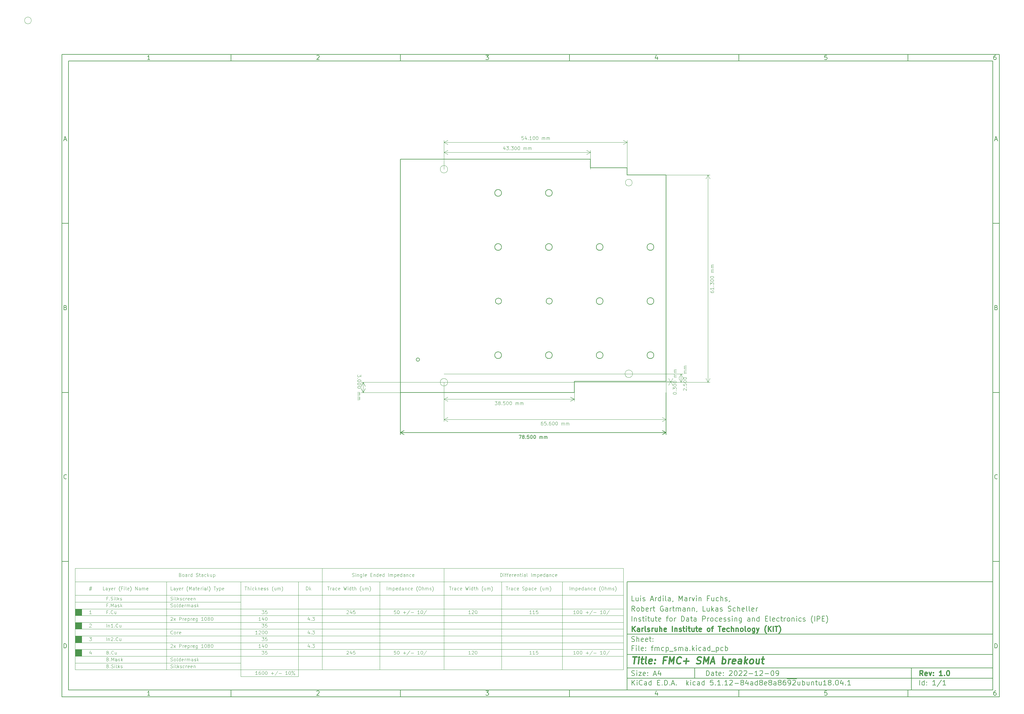
<source format=gbr>
%TF.GenerationSoftware,KiCad,Pcbnew,5.1.12-84ad8e8a86~92~ubuntu18.04.1*%
%TF.CreationDate,2022-12-09T17:16:09+01:00*%
%TF.ProjectId,fmcp_sma,666d6370-5f73-46d6-912e-6b696361645f,1.0*%
%TF.SameCoordinates,Original*%
%TF.FileFunction,OtherDrawing,Comment*%
%FSLAX46Y46*%
G04 Gerber Fmt 4.6, Leading zero omitted, Abs format (unit mm)*
G04 Created by KiCad (PCBNEW 5.1.12-84ad8e8a86~92~ubuntu18.04.1) date 2022-12-09 17:16:09*
%MOMM*%
%LPD*%
G01*
G04 APERTURE LIST*
%ADD10C,0.050000*%
%ADD11C,0.150000*%
%ADD12C,0.300000*%
%ADD13C,0.400000*%
%ADD14C,0.100000*%
%ADD15C,0.200000*%
%ADD16C,0.120000*%
G04 APERTURE END LIST*
D10*
D11*
X177002200Y-166007200D02*
X177002200Y-198007200D01*
X285002200Y-198007200D01*
X285002200Y-166007200D01*
X177002200Y-166007200D01*
D10*
D11*
X10000000Y-10000000D02*
X10000000Y-200007200D01*
X287002200Y-200007200D01*
X287002200Y-10000000D01*
X10000000Y-10000000D01*
D10*
D11*
X12000000Y-12000000D02*
X12000000Y-198007200D01*
X285002200Y-198007200D01*
X285002200Y-12000000D01*
X12000000Y-12000000D01*
D10*
D11*
X60000000Y-12000000D02*
X60000000Y-10000000D01*
D10*
D11*
X110000000Y-12000000D02*
X110000000Y-10000000D01*
D10*
D11*
X160000000Y-12000000D02*
X160000000Y-10000000D01*
D10*
D11*
X210000000Y-12000000D02*
X210000000Y-10000000D01*
D10*
D11*
X260000000Y-12000000D02*
X260000000Y-10000000D01*
D10*
D11*
X36065476Y-11588095D02*
X35322619Y-11588095D01*
X35694047Y-11588095D02*
X35694047Y-10288095D01*
X35570238Y-10473809D01*
X35446428Y-10597619D01*
X35322619Y-10659523D01*
D10*
D11*
X85322619Y-10411904D02*
X85384523Y-10350000D01*
X85508333Y-10288095D01*
X85817857Y-10288095D01*
X85941666Y-10350000D01*
X86003571Y-10411904D01*
X86065476Y-10535714D01*
X86065476Y-10659523D01*
X86003571Y-10845238D01*
X85260714Y-11588095D01*
X86065476Y-11588095D01*
D10*
D11*
X135260714Y-10288095D02*
X136065476Y-10288095D01*
X135632142Y-10783333D01*
X135817857Y-10783333D01*
X135941666Y-10845238D01*
X136003571Y-10907142D01*
X136065476Y-11030952D01*
X136065476Y-11340476D01*
X136003571Y-11464285D01*
X135941666Y-11526190D01*
X135817857Y-11588095D01*
X135446428Y-11588095D01*
X135322619Y-11526190D01*
X135260714Y-11464285D01*
D10*
D11*
X185941666Y-10721428D02*
X185941666Y-11588095D01*
X185632142Y-10226190D02*
X185322619Y-11154761D01*
X186127380Y-11154761D01*
D10*
D11*
X236003571Y-10288095D02*
X235384523Y-10288095D01*
X235322619Y-10907142D01*
X235384523Y-10845238D01*
X235508333Y-10783333D01*
X235817857Y-10783333D01*
X235941666Y-10845238D01*
X236003571Y-10907142D01*
X236065476Y-11030952D01*
X236065476Y-11340476D01*
X236003571Y-11464285D01*
X235941666Y-11526190D01*
X235817857Y-11588095D01*
X235508333Y-11588095D01*
X235384523Y-11526190D01*
X235322619Y-11464285D01*
D10*
D11*
X285941666Y-10288095D02*
X285694047Y-10288095D01*
X285570238Y-10350000D01*
X285508333Y-10411904D01*
X285384523Y-10597619D01*
X285322619Y-10845238D01*
X285322619Y-11340476D01*
X285384523Y-11464285D01*
X285446428Y-11526190D01*
X285570238Y-11588095D01*
X285817857Y-11588095D01*
X285941666Y-11526190D01*
X286003571Y-11464285D01*
X286065476Y-11340476D01*
X286065476Y-11030952D01*
X286003571Y-10907142D01*
X285941666Y-10845238D01*
X285817857Y-10783333D01*
X285570238Y-10783333D01*
X285446428Y-10845238D01*
X285384523Y-10907142D01*
X285322619Y-11030952D01*
D10*
D11*
X60000000Y-198007200D02*
X60000000Y-200007200D01*
D10*
D11*
X110000000Y-198007200D02*
X110000000Y-200007200D01*
D10*
D11*
X160000000Y-198007200D02*
X160000000Y-200007200D01*
D10*
D11*
X210000000Y-198007200D02*
X210000000Y-200007200D01*
D10*
D11*
X260000000Y-198007200D02*
X260000000Y-200007200D01*
D10*
D11*
X36065476Y-199595295D02*
X35322619Y-199595295D01*
X35694047Y-199595295D02*
X35694047Y-198295295D01*
X35570238Y-198481009D01*
X35446428Y-198604819D01*
X35322619Y-198666723D01*
D10*
D11*
X85322619Y-198419104D02*
X85384523Y-198357200D01*
X85508333Y-198295295D01*
X85817857Y-198295295D01*
X85941666Y-198357200D01*
X86003571Y-198419104D01*
X86065476Y-198542914D01*
X86065476Y-198666723D01*
X86003571Y-198852438D01*
X85260714Y-199595295D01*
X86065476Y-199595295D01*
D10*
D11*
X135260714Y-198295295D02*
X136065476Y-198295295D01*
X135632142Y-198790533D01*
X135817857Y-198790533D01*
X135941666Y-198852438D01*
X136003571Y-198914342D01*
X136065476Y-199038152D01*
X136065476Y-199347676D01*
X136003571Y-199471485D01*
X135941666Y-199533390D01*
X135817857Y-199595295D01*
X135446428Y-199595295D01*
X135322619Y-199533390D01*
X135260714Y-199471485D01*
D10*
D11*
X185941666Y-198728628D02*
X185941666Y-199595295D01*
X185632142Y-198233390D02*
X185322619Y-199161961D01*
X186127380Y-199161961D01*
D10*
D11*
X236003571Y-198295295D02*
X235384523Y-198295295D01*
X235322619Y-198914342D01*
X235384523Y-198852438D01*
X235508333Y-198790533D01*
X235817857Y-198790533D01*
X235941666Y-198852438D01*
X236003571Y-198914342D01*
X236065476Y-199038152D01*
X236065476Y-199347676D01*
X236003571Y-199471485D01*
X235941666Y-199533390D01*
X235817857Y-199595295D01*
X235508333Y-199595295D01*
X235384523Y-199533390D01*
X235322619Y-199471485D01*
D10*
D11*
X285941666Y-198295295D02*
X285694047Y-198295295D01*
X285570238Y-198357200D01*
X285508333Y-198419104D01*
X285384523Y-198604819D01*
X285322619Y-198852438D01*
X285322619Y-199347676D01*
X285384523Y-199471485D01*
X285446428Y-199533390D01*
X285570238Y-199595295D01*
X285817857Y-199595295D01*
X285941666Y-199533390D01*
X286003571Y-199471485D01*
X286065476Y-199347676D01*
X286065476Y-199038152D01*
X286003571Y-198914342D01*
X285941666Y-198852438D01*
X285817857Y-198790533D01*
X285570238Y-198790533D01*
X285446428Y-198852438D01*
X285384523Y-198914342D01*
X285322619Y-199038152D01*
D10*
D11*
X10000000Y-60000000D02*
X12000000Y-60000000D01*
D10*
D11*
X10000000Y-110000000D02*
X12000000Y-110000000D01*
D10*
D11*
X10000000Y-160000000D02*
X12000000Y-160000000D01*
D10*
D11*
X10690476Y-35216666D02*
X11309523Y-35216666D01*
X10566666Y-35588095D02*
X11000000Y-34288095D01*
X11433333Y-35588095D01*
D10*
D11*
X11092857Y-84907142D02*
X11278571Y-84969047D01*
X11340476Y-85030952D01*
X11402380Y-85154761D01*
X11402380Y-85340476D01*
X11340476Y-85464285D01*
X11278571Y-85526190D01*
X11154761Y-85588095D01*
X10659523Y-85588095D01*
X10659523Y-84288095D01*
X11092857Y-84288095D01*
X11216666Y-84350000D01*
X11278571Y-84411904D01*
X11340476Y-84535714D01*
X11340476Y-84659523D01*
X11278571Y-84783333D01*
X11216666Y-84845238D01*
X11092857Y-84907142D01*
X10659523Y-84907142D01*
D10*
D11*
X11402380Y-135464285D02*
X11340476Y-135526190D01*
X11154761Y-135588095D01*
X11030952Y-135588095D01*
X10845238Y-135526190D01*
X10721428Y-135402380D01*
X10659523Y-135278571D01*
X10597619Y-135030952D01*
X10597619Y-134845238D01*
X10659523Y-134597619D01*
X10721428Y-134473809D01*
X10845238Y-134350000D01*
X11030952Y-134288095D01*
X11154761Y-134288095D01*
X11340476Y-134350000D01*
X11402380Y-134411904D01*
D10*
D11*
X10659523Y-185588095D02*
X10659523Y-184288095D01*
X10969047Y-184288095D01*
X11154761Y-184350000D01*
X11278571Y-184473809D01*
X11340476Y-184597619D01*
X11402380Y-184845238D01*
X11402380Y-185030952D01*
X11340476Y-185278571D01*
X11278571Y-185402380D01*
X11154761Y-185526190D01*
X10969047Y-185588095D01*
X10659523Y-185588095D01*
D10*
D11*
X287002200Y-60000000D02*
X285002200Y-60000000D01*
D10*
D11*
X287002200Y-110000000D02*
X285002200Y-110000000D01*
D10*
D11*
X287002200Y-160000000D02*
X285002200Y-160000000D01*
D10*
D11*
X285692676Y-35216666D02*
X286311723Y-35216666D01*
X285568866Y-35588095D02*
X286002200Y-34288095D01*
X286435533Y-35588095D01*
D10*
D11*
X286095057Y-84907142D02*
X286280771Y-84969047D01*
X286342676Y-85030952D01*
X286404580Y-85154761D01*
X286404580Y-85340476D01*
X286342676Y-85464285D01*
X286280771Y-85526190D01*
X286156961Y-85588095D01*
X285661723Y-85588095D01*
X285661723Y-84288095D01*
X286095057Y-84288095D01*
X286218866Y-84350000D01*
X286280771Y-84411904D01*
X286342676Y-84535714D01*
X286342676Y-84659523D01*
X286280771Y-84783333D01*
X286218866Y-84845238D01*
X286095057Y-84907142D01*
X285661723Y-84907142D01*
D10*
D11*
X286404580Y-135464285D02*
X286342676Y-135526190D01*
X286156961Y-135588095D01*
X286033152Y-135588095D01*
X285847438Y-135526190D01*
X285723628Y-135402380D01*
X285661723Y-135278571D01*
X285599819Y-135030952D01*
X285599819Y-134845238D01*
X285661723Y-134597619D01*
X285723628Y-134473809D01*
X285847438Y-134350000D01*
X286033152Y-134288095D01*
X286156961Y-134288095D01*
X286342676Y-134350000D01*
X286404580Y-134411904D01*
D10*
D11*
X285661723Y-185588095D02*
X285661723Y-184288095D01*
X285971247Y-184288095D01*
X286156961Y-184350000D01*
X286280771Y-184473809D01*
X286342676Y-184597619D01*
X286404580Y-184845238D01*
X286404580Y-185030952D01*
X286342676Y-185278571D01*
X286280771Y-185402380D01*
X286156961Y-185526190D01*
X285971247Y-185588095D01*
X285661723Y-185588095D01*
D10*
D11*
X200434342Y-193785771D02*
X200434342Y-192285771D01*
X200791485Y-192285771D01*
X201005771Y-192357200D01*
X201148628Y-192500057D01*
X201220057Y-192642914D01*
X201291485Y-192928628D01*
X201291485Y-193142914D01*
X201220057Y-193428628D01*
X201148628Y-193571485D01*
X201005771Y-193714342D01*
X200791485Y-193785771D01*
X200434342Y-193785771D01*
X202577200Y-193785771D02*
X202577200Y-193000057D01*
X202505771Y-192857200D01*
X202362914Y-192785771D01*
X202077200Y-192785771D01*
X201934342Y-192857200D01*
X202577200Y-193714342D02*
X202434342Y-193785771D01*
X202077200Y-193785771D01*
X201934342Y-193714342D01*
X201862914Y-193571485D01*
X201862914Y-193428628D01*
X201934342Y-193285771D01*
X202077200Y-193214342D01*
X202434342Y-193214342D01*
X202577200Y-193142914D01*
X203077200Y-192785771D02*
X203648628Y-192785771D01*
X203291485Y-192285771D02*
X203291485Y-193571485D01*
X203362914Y-193714342D01*
X203505771Y-193785771D01*
X203648628Y-193785771D01*
X204720057Y-193714342D02*
X204577200Y-193785771D01*
X204291485Y-193785771D01*
X204148628Y-193714342D01*
X204077200Y-193571485D01*
X204077200Y-193000057D01*
X204148628Y-192857200D01*
X204291485Y-192785771D01*
X204577200Y-192785771D01*
X204720057Y-192857200D01*
X204791485Y-193000057D01*
X204791485Y-193142914D01*
X204077200Y-193285771D01*
X205434342Y-193642914D02*
X205505771Y-193714342D01*
X205434342Y-193785771D01*
X205362914Y-193714342D01*
X205434342Y-193642914D01*
X205434342Y-193785771D01*
X205434342Y-192857200D02*
X205505771Y-192928628D01*
X205434342Y-193000057D01*
X205362914Y-192928628D01*
X205434342Y-192857200D01*
X205434342Y-193000057D01*
X207220057Y-192428628D02*
X207291485Y-192357200D01*
X207434342Y-192285771D01*
X207791485Y-192285771D01*
X207934342Y-192357200D01*
X208005771Y-192428628D01*
X208077200Y-192571485D01*
X208077200Y-192714342D01*
X208005771Y-192928628D01*
X207148628Y-193785771D01*
X208077200Y-193785771D01*
X209005771Y-192285771D02*
X209148628Y-192285771D01*
X209291485Y-192357200D01*
X209362914Y-192428628D01*
X209434342Y-192571485D01*
X209505771Y-192857200D01*
X209505771Y-193214342D01*
X209434342Y-193500057D01*
X209362914Y-193642914D01*
X209291485Y-193714342D01*
X209148628Y-193785771D01*
X209005771Y-193785771D01*
X208862914Y-193714342D01*
X208791485Y-193642914D01*
X208720057Y-193500057D01*
X208648628Y-193214342D01*
X208648628Y-192857200D01*
X208720057Y-192571485D01*
X208791485Y-192428628D01*
X208862914Y-192357200D01*
X209005771Y-192285771D01*
X210077200Y-192428628D02*
X210148628Y-192357200D01*
X210291485Y-192285771D01*
X210648628Y-192285771D01*
X210791485Y-192357200D01*
X210862914Y-192428628D01*
X210934342Y-192571485D01*
X210934342Y-192714342D01*
X210862914Y-192928628D01*
X210005771Y-193785771D01*
X210934342Y-193785771D01*
X211505771Y-192428628D02*
X211577200Y-192357200D01*
X211720057Y-192285771D01*
X212077200Y-192285771D01*
X212220057Y-192357200D01*
X212291485Y-192428628D01*
X212362914Y-192571485D01*
X212362914Y-192714342D01*
X212291485Y-192928628D01*
X211434342Y-193785771D01*
X212362914Y-193785771D01*
X213005771Y-193214342D02*
X214148628Y-193214342D01*
X215648628Y-193785771D02*
X214791485Y-193785771D01*
X215220057Y-193785771D02*
X215220057Y-192285771D01*
X215077200Y-192500057D01*
X214934342Y-192642914D01*
X214791485Y-192714342D01*
X216220057Y-192428628D02*
X216291485Y-192357200D01*
X216434342Y-192285771D01*
X216791485Y-192285771D01*
X216934342Y-192357200D01*
X217005771Y-192428628D01*
X217077200Y-192571485D01*
X217077200Y-192714342D01*
X217005771Y-192928628D01*
X216148628Y-193785771D01*
X217077200Y-193785771D01*
X217720057Y-193214342D02*
X218862914Y-193214342D01*
X219862914Y-192285771D02*
X220005771Y-192285771D01*
X220148628Y-192357200D01*
X220220057Y-192428628D01*
X220291485Y-192571485D01*
X220362914Y-192857200D01*
X220362914Y-193214342D01*
X220291485Y-193500057D01*
X220220057Y-193642914D01*
X220148628Y-193714342D01*
X220005771Y-193785771D01*
X219862914Y-193785771D01*
X219720057Y-193714342D01*
X219648628Y-193642914D01*
X219577200Y-193500057D01*
X219505771Y-193214342D01*
X219505771Y-192857200D01*
X219577200Y-192571485D01*
X219648628Y-192428628D01*
X219720057Y-192357200D01*
X219862914Y-192285771D01*
X221077200Y-193785771D02*
X221362914Y-193785771D01*
X221505771Y-193714342D01*
X221577200Y-193642914D01*
X221720057Y-193428628D01*
X221791485Y-193142914D01*
X221791485Y-192571485D01*
X221720057Y-192428628D01*
X221648628Y-192357200D01*
X221505771Y-192285771D01*
X221220057Y-192285771D01*
X221077200Y-192357200D01*
X221005771Y-192428628D01*
X220934342Y-192571485D01*
X220934342Y-192928628D01*
X221005771Y-193071485D01*
X221077200Y-193142914D01*
X221220057Y-193214342D01*
X221505771Y-193214342D01*
X221648628Y-193142914D01*
X221720057Y-193071485D01*
X221791485Y-192928628D01*
D10*
D11*
X177002200Y-194507200D02*
X285002200Y-194507200D01*
D10*
D11*
X178434342Y-196585771D02*
X178434342Y-195085771D01*
X179291485Y-196585771D02*
X178648628Y-195728628D01*
X179291485Y-195085771D02*
X178434342Y-195942914D01*
X179934342Y-196585771D02*
X179934342Y-195585771D01*
X179934342Y-195085771D02*
X179862914Y-195157200D01*
X179934342Y-195228628D01*
X180005771Y-195157200D01*
X179934342Y-195085771D01*
X179934342Y-195228628D01*
X181505771Y-196442914D02*
X181434342Y-196514342D01*
X181220057Y-196585771D01*
X181077200Y-196585771D01*
X180862914Y-196514342D01*
X180720057Y-196371485D01*
X180648628Y-196228628D01*
X180577200Y-195942914D01*
X180577200Y-195728628D01*
X180648628Y-195442914D01*
X180720057Y-195300057D01*
X180862914Y-195157200D01*
X181077200Y-195085771D01*
X181220057Y-195085771D01*
X181434342Y-195157200D01*
X181505771Y-195228628D01*
X182791485Y-196585771D02*
X182791485Y-195800057D01*
X182720057Y-195657200D01*
X182577200Y-195585771D01*
X182291485Y-195585771D01*
X182148628Y-195657200D01*
X182791485Y-196514342D02*
X182648628Y-196585771D01*
X182291485Y-196585771D01*
X182148628Y-196514342D01*
X182077200Y-196371485D01*
X182077200Y-196228628D01*
X182148628Y-196085771D01*
X182291485Y-196014342D01*
X182648628Y-196014342D01*
X182791485Y-195942914D01*
X184148628Y-196585771D02*
X184148628Y-195085771D01*
X184148628Y-196514342D02*
X184005771Y-196585771D01*
X183720057Y-196585771D01*
X183577200Y-196514342D01*
X183505771Y-196442914D01*
X183434342Y-196300057D01*
X183434342Y-195871485D01*
X183505771Y-195728628D01*
X183577200Y-195657200D01*
X183720057Y-195585771D01*
X184005771Y-195585771D01*
X184148628Y-195657200D01*
X186005771Y-195800057D02*
X186505771Y-195800057D01*
X186720057Y-196585771D02*
X186005771Y-196585771D01*
X186005771Y-195085771D01*
X186720057Y-195085771D01*
X187362914Y-196442914D02*
X187434342Y-196514342D01*
X187362914Y-196585771D01*
X187291485Y-196514342D01*
X187362914Y-196442914D01*
X187362914Y-196585771D01*
X188077200Y-196585771D02*
X188077200Y-195085771D01*
X188434342Y-195085771D01*
X188648628Y-195157200D01*
X188791485Y-195300057D01*
X188862914Y-195442914D01*
X188934342Y-195728628D01*
X188934342Y-195942914D01*
X188862914Y-196228628D01*
X188791485Y-196371485D01*
X188648628Y-196514342D01*
X188434342Y-196585771D01*
X188077200Y-196585771D01*
X189577200Y-196442914D02*
X189648628Y-196514342D01*
X189577200Y-196585771D01*
X189505771Y-196514342D01*
X189577200Y-196442914D01*
X189577200Y-196585771D01*
X190220057Y-196157200D02*
X190934342Y-196157200D01*
X190077200Y-196585771D02*
X190577200Y-195085771D01*
X191077200Y-196585771D01*
X191577200Y-196442914D02*
X191648628Y-196514342D01*
X191577200Y-196585771D01*
X191505771Y-196514342D01*
X191577200Y-196442914D01*
X191577200Y-196585771D01*
X194577200Y-196585771D02*
X194577200Y-195085771D01*
X194720057Y-196014342D02*
X195148628Y-196585771D01*
X195148628Y-195585771D02*
X194577200Y-196157200D01*
X195791485Y-196585771D02*
X195791485Y-195585771D01*
X195791485Y-195085771D02*
X195720057Y-195157200D01*
X195791485Y-195228628D01*
X195862914Y-195157200D01*
X195791485Y-195085771D01*
X195791485Y-195228628D01*
X197148628Y-196514342D02*
X197005771Y-196585771D01*
X196720057Y-196585771D01*
X196577200Y-196514342D01*
X196505771Y-196442914D01*
X196434342Y-196300057D01*
X196434342Y-195871485D01*
X196505771Y-195728628D01*
X196577200Y-195657200D01*
X196720057Y-195585771D01*
X197005771Y-195585771D01*
X197148628Y-195657200D01*
X198434342Y-196585771D02*
X198434342Y-195800057D01*
X198362914Y-195657200D01*
X198220057Y-195585771D01*
X197934342Y-195585771D01*
X197791485Y-195657200D01*
X198434342Y-196514342D02*
X198291485Y-196585771D01*
X197934342Y-196585771D01*
X197791485Y-196514342D01*
X197720057Y-196371485D01*
X197720057Y-196228628D01*
X197791485Y-196085771D01*
X197934342Y-196014342D01*
X198291485Y-196014342D01*
X198434342Y-195942914D01*
X199791485Y-196585771D02*
X199791485Y-195085771D01*
X199791485Y-196514342D02*
X199648628Y-196585771D01*
X199362914Y-196585771D01*
X199220057Y-196514342D01*
X199148628Y-196442914D01*
X199077200Y-196300057D01*
X199077200Y-195871485D01*
X199148628Y-195728628D01*
X199220057Y-195657200D01*
X199362914Y-195585771D01*
X199648628Y-195585771D01*
X199791485Y-195657200D01*
X202362914Y-195085771D02*
X201648628Y-195085771D01*
X201577200Y-195800057D01*
X201648628Y-195728628D01*
X201791485Y-195657200D01*
X202148628Y-195657200D01*
X202291485Y-195728628D01*
X202362914Y-195800057D01*
X202434342Y-195942914D01*
X202434342Y-196300057D01*
X202362914Y-196442914D01*
X202291485Y-196514342D01*
X202148628Y-196585771D01*
X201791485Y-196585771D01*
X201648628Y-196514342D01*
X201577200Y-196442914D01*
X203077200Y-196442914D02*
X203148628Y-196514342D01*
X203077200Y-196585771D01*
X203005771Y-196514342D01*
X203077200Y-196442914D01*
X203077200Y-196585771D01*
X204577200Y-196585771D02*
X203720057Y-196585771D01*
X204148628Y-196585771D02*
X204148628Y-195085771D01*
X204005771Y-195300057D01*
X203862914Y-195442914D01*
X203720057Y-195514342D01*
X205220057Y-196442914D02*
X205291485Y-196514342D01*
X205220057Y-196585771D01*
X205148628Y-196514342D01*
X205220057Y-196442914D01*
X205220057Y-196585771D01*
X206720057Y-196585771D02*
X205862914Y-196585771D01*
X206291485Y-196585771D02*
X206291485Y-195085771D01*
X206148628Y-195300057D01*
X206005771Y-195442914D01*
X205862914Y-195514342D01*
X207291485Y-195228628D02*
X207362914Y-195157200D01*
X207505771Y-195085771D01*
X207862914Y-195085771D01*
X208005771Y-195157200D01*
X208077200Y-195228628D01*
X208148628Y-195371485D01*
X208148628Y-195514342D01*
X208077200Y-195728628D01*
X207220057Y-196585771D01*
X208148628Y-196585771D01*
X208791485Y-196014342D02*
X209934342Y-196014342D01*
X210862914Y-195728628D02*
X210720057Y-195657200D01*
X210648628Y-195585771D01*
X210577200Y-195442914D01*
X210577200Y-195371485D01*
X210648628Y-195228628D01*
X210720057Y-195157200D01*
X210862914Y-195085771D01*
X211148628Y-195085771D01*
X211291485Y-195157200D01*
X211362914Y-195228628D01*
X211434342Y-195371485D01*
X211434342Y-195442914D01*
X211362914Y-195585771D01*
X211291485Y-195657200D01*
X211148628Y-195728628D01*
X210862914Y-195728628D01*
X210720057Y-195800057D01*
X210648628Y-195871485D01*
X210577200Y-196014342D01*
X210577200Y-196300057D01*
X210648628Y-196442914D01*
X210720057Y-196514342D01*
X210862914Y-196585771D01*
X211148628Y-196585771D01*
X211291485Y-196514342D01*
X211362914Y-196442914D01*
X211434342Y-196300057D01*
X211434342Y-196014342D01*
X211362914Y-195871485D01*
X211291485Y-195800057D01*
X211148628Y-195728628D01*
X212720057Y-195585771D02*
X212720057Y-196585771D01*
X212362914Y-195014342D02*
X212005771Y-196085771D01*
X212934342Y-196085771D01*
X214148628Y-196585771D02*
X214148628Y-195800057D01*
X214077200Y-195657200D01*
X213934342Y-195585771D01*
X213648628Y-195585771D01*
X213505771Y-195657200D01*
X214148628Y-196514342D02*
X214005771Y-196585771D01*
X213648628Y-196585771D01*
X213505771Y-196514342D01*
X213434342Y-196371485D01*
X213434342Y-196228628D01*
X213505771Y-196085771D01*
X213648628Y-196014342D01*
X214005771Y-196014342D01*
X214148628Y-195942914D01*
X215505771Y-196585771D02*
X215505771Y-195085771D01*
X215505771Y-196514342D02*
X215362914Y-196585771D01*
X215077200Y-196585771D01*
X214934342Y-196514342D01*
X214862914Y-196442914D01*
X214791485Y-196300057D01*
X214791485Y-195871485D01*
X214862914Y-195728628D01*
X214934342Y-195657200D01*
X215077200Y-195585771D01*
X215362914Y-195585771D01*
X215505771Y-195657200D01*
X216434342Y-195728628D02*
X216291485Y-195657200D01*
X216220057Y-195585771D01*
X216148628Y-195442914D01*
X216148628Y-195371485D01*
X216220057Y-195228628D01*
X216291485Y-195157200D01*
X216434342Y-195085771D01*
X216720057Y-195085771D01*
X216862914Y-195157200D01*
X216934342Y-195228628D01*
X217005771Y-195371485D01*
X217005771Y-195442914D01*
X216934342Y-195585771D01*
X216862914Y-195657200D01*
X216720057Y-195728628D01*
X216434342Y-195728628D01*
X216291485Y-195800057D01*
X216220057Y-195871485D01*
X216148628Y-196014342D01*
X216148628Y-196300057D01*
X216220057Y-196442914D01*
X216291485Y-196514342D01*
X216434342Y-196585771D01*
X216720057Y-196585771D01*
X216862914Y-196514342D01*
X216934342Y-196442914D01*
X217005771Y-196300057D01*
X217005771Y-196014342D01*
X216934342Y-195871485D01*
X216862914Y-195800057D01*
X216720057Y-195728628D01*
X218220057Y-196514342D02*
X218077200Y-196585771D01*
X217791485Y-196585771D01*
X217648628Y-196514342D01*
X217577200Y-196371485D01*
X217577200Y-195800057D01*
X217648628Y-195657200D01*
X217791485Y-195585771D01*
X218077200Y-195585771D01*
X218220057Y-195657200D01*
X218291485Y-195800057D01*
X218291485Y-195942914D01*
X217577200Y-196085771D01*
X219148628Y-195728628D02*
X219005771Y-195657200D01*
X218934342Y-195585771D01*
X218862914Y-195442914D01*
X218862914Y-195371485D01*
X218934342Y-195228628D01*
X219005771Y-195157200D01*
X219148628Y-195085771D01*
X219434342Y-195085771D01*
X219577200Y-195157200D01*
X219648628Y-195228628D01*
X219720057Y-195371485D01*
X219720057Y-195442914D01*
X219648628Y-195585771D01*
X219577200Y-195657200D01*
X219434342Y-195728628D01*
X219148628Y-195728628D01*
X219005771Y-195800057D01*
X218934342Y-195871485D01*
X218862914Y-196014342D01*
X218862914Y-196300057D01*
X218934342Y-196442914D01*
X219005771Y-196514342D01*
X219148628Y-196585771D01*
X219434342Y-196585771D01*
X219577200Y-196514342D01*
X219648628Y-196442914D01*
X219720057Y-196300057D01*
X219720057Y-196014342D01*
X219648628Y-195871485D01*
X219577200Y-195800057D01*
X219434342Y-195728628D01*
X221005771Y-196585771D02*
X221005771Y-195800057D01*
X220934342Y-195657200D01*
X220791485Y-195585771D01*
X220505771Y-195585771D01*
X220362914Y-195657200D01*
X221005771Y-196514342D02*
X220862914Y-196585771D01*
X220505771Y-196585771D01*
X220362914Y-196514342D01*
X220291485Y-196371485D01*
X220291485Y-196228628D01*
X220362914Y-196085771D01*
X220505771Y-196014342D01*
X220862914Y-196014342D01*
X221005771Y-195942914D01*
X221934342Y-195728628D02*
X221791485Y-195657200D01*
X221720057Y-195585771D01*
X221648628Y-195442914D01*
X221648628Y-195371485D01*
X221720057Y-195228628D01*
X221791485Y-195157200D01*
X221934342Y-195085771D01*
X222220057Y-195085771D01*
X222362914Y-195157200D01*
X222434342Y-195228628D01*
X222505771Y-195371485D01*
X222505771Y-195442914D01*
X222434342Y-195585771D01*
X222362914Y-195657200D01*
X222220057Y-195728628D01*
X221934342Y-195728628D01*
X221791485Y-195800057D01*
X221720057Y-195871485D01*
X221648628Y-196014342D01*
X221648628Y-196300057D01*
X221720057Y-196442914D01*
X221791485Y-196514342D01*
X221934342Y-196585771D01*
X222220057Y-196585771D01*
X222362914Y-196514342D01*
X222434342Y-196442914D01*
X222505771Y-196300057D01*
X222505771Y-196014342D01*
X222434342Y-195871485D01*
X222362914Y-195800057D01*
X222220057Y-195728628D01*
X223791485Y-195085771D02*
X223505771Y-195085771D01*
X223362914Y-195157200D01*
X223291485Y-195228628D01*
X223148628Y-195442914D01*
X223077200Y-195728628D01*
X223077200Y-196300057D01*
X223148628Y-196442914D01*
X223220057Y-196514342D01*
X223362914Y-196585771D01*
X223648628Y-196585771D01*
X223791485Y-196514342D01*
X223862914Y-196442914D01*
X223934342Y-196300057D01*
X223934342Y-195942914D01*
X223862914Y-195800057D01*
X223791485Y-195728628D01*
X223648628Y-195657200D01*
X223362914Y-195657200D01*
X223220057Y-195728628D01*
X223148628Y-195800057D01*
X223077200Y-195942914D01*
X224220057Y-194677200D02*
X225648628Y-194677200D01*
X224648628Y-196585771D02*
X224934342Y-196585771D01*
X225077200Y-196514342D01*
X225148628Y-196442914D01*
X225291485Y-196228628D01*
X225362914Y-195942914D01*
X225362914Y-195371485D01*
X225291485Y-195228628D01*
X225220057Y-195157200D01*
X225077200Y-195085771D01*
X224791485Y-195085771D01*
X224648628Y-195157200D01*
X224577200Y-195228628D01*
X224505771Y-195371485D01*
X224505771Y-195728628D01*
X224577200Y-195871485D01*
X224648628Y-195942914D01*
X224791485Y-196014342D01*
X225077200Y-196014342D01*
X225220057Y-195942914D01*
X225291485Y-195871485D01*
X225362914Y-195728628D01*
X225648628Y-194677200D02*
X227077199Y-194677200D01*
X225934342Y-195228628D02*
X226005771Y-195157200D01*
X226148628Y-195085771D01*
X226505771Y-195085771D01*
X226648628Y-195157200D01*
X226720057Y-195228628D01*
X226791485Y-195371485D01*
X226791485Y-195514342D01*
X226720057Y-195728628D01*
X225862914Y-196585771D01*
X226791485Y-196585771D01*
X228077199Y-195585771D02*
X228077199Y-196585771D01*
X227434342Y-195585771D02*
X227434342Y-196371485D01*
X227505771Y-196514342D01*
X227648628Y-196585771D01*
X227862914Y-196585771D01*
X228005771Y-196514342D01*
X228077199Y-196442914D01*
X228791485Y-196585771D02*
X228791485Y-195085771D01*
X228791485Y-195657200D02*
X228934342Y-195585771D01*
X229220057Y-195585771D01*
X229362914Y-195657200D01*
X229434342Y-195728628D01*
X229505771Y-195871485D01*
X229505771Y-196300057D01*
X229434342Y-196442914D01*
X229362914Y-196514342D01*
X229220057Y-196585771D01*
X228934342Y-196585771D01*
X228791485Y-196514342D01*
X230791485Y-195585771D02*
X230791485Y-196585771D01*
X230148628Y-195585771D02*
X230148628Y-196371485D01*
X230220057Y-196514342D01*
X230362914Y-196585771D01*
X230577199Y-196585771D01*
X230720057Y-196514342D01*
X230791485Y-196442914D01*
X231505771Y-195585771D02*
X231505771Y-196585771D01*
X231505771Y-195728628D02*
X231577199Y-195657200D01*
X231720057Y-195585771D01*
X231934342Y-195585771D01*
X232077199Y-195657200D01*
X232148628Y-195800057D01*
X232148628Y-196585771D01*
X232648628Y-195585771D02*
X233220057Y-195585771D01*
X232862914Y-195085771D02*
X232862914Y-196371485D01*
X232934342Y-196514342D01*
X233077200Y-196585771D01*
X233220057Y-196585771D01*
X234362914Y-195585771D02*
X234362914Y-196585771D01*
X233720057Y-195585771D02*
X233720057Y-196371485D01*
X233791485Y-196514342D01*
X233934342Y-196585771D01*
X234148628Y-196585771D01*
X234291485Y-196514342D01*
X234362914Y-196442914D01*
X235862914Y-196585771D02*
X235005771Y-196585771D01*
X235434342Y-196585771D02*
X235434342Y-195085771D01*
X235291485Y-195300057D01*
X235148628Y-195442914D01*
X235005771Y-195514342D01*
X236720057Y-195728628D02*
X236577199Y-195657200D01*
X236505771Y-195585771D01*
X236434342Y-195442914D01*
X236434342Y-195371485D01*
X236505771Y-195228628D01*
X236577199Y-195157200D01*
X236720057Y-195085771D01*
X237005771Y-195085771D01*
X237148628Y-195157200D01*
X237220057Y-195228628D01*
X237291485Y-195371485D01*
X237291485Y-195442914D01*
X237220057Y-195585771D01*
X237148628Y-195657200D01*
X237005771Y-195728628D01*
X236720057Y-195728628D01*
X236577199Y-195800057D01*
X236505771Y-195871485D01*
X236434342Y-196014342D01*
X236434342Y-196300057D01*
X236505771Y-196442914D01*
X236577199Y-196514342D01*
X236720057Y-196585771D01*
X237005771Y-196585771D01*
X237148628Y-196514342D01*
X237220057Y-196442914D01*
X237291485Y-196300057D01*
X237291485Y-196014342D01*
X237220057Y-195871485D01*
X237148628Y-195800057D01*
X237005771Y-195728628D01*
X237934342Y-196442914D02*
X238005771Y-196514342D01*
X237934342Y-196585771D01*
X237862914Y-196514342D01*
X237934342Y-196442914D01*
X237934342Y-196585771D01*
X238934342Y-195085771D02*
X239077199Y-195085771D01*
X239220057Y-195157200D01*
X239291485Y-195228628D01*
X239362914Y-195371485D01*
X239434342Y-195657200D01*
X239434342Y-196014342D01*
X239362914Y-196300057D01*
X239291485Y-196442914D01*
X239220057Y-196514342D01*
X239077199Y-196585771D01*
X238934342Y-196585771D01*
X238791485Y-196514342D01*
X238720057Y-196442914D01*
X238648628Y-196300057D01*
X238577199Y-196014342D01*
X238577199Y-195657200D01*
X238648628Y-195371485D01*
X238720057Y-195228628D01*
X238791485Y-195157200D01*
X238934342Y-195085771D01*
X240720057Y-195585771D02*
X240720057Y-196585771D01*
X240362914Y-195014342D02*
X240005771Y-196085771D01*
X240934342Y-196085771D01*
X241505771Y-196442914D02*
X241577199Y-196514342D01*
X241505771Y-196585771D01*
X241434342Y-196514342D01*
X241505771Y-196442914D01*
X241505771Y-196585771D01*
X243005771Y-196585771D02*
X242148628Y-196585771D01*
X242577199Y-196585771D02*
X242577199Y-195085771D01*
X242434342Y-195300057D01*
X242291485Y-195442914D01*
X242148628Y-195514342D01*
D10*
D11*
X177002200Y-191507200D02*
X285002200Y-191507200D01*
D10*
D12*
X264411485Y-193785771D02*
X263911485Y-193071485D01*
X263554342Y-193785771D02*
X263554342Y-192285771D01*
X264125771Y-192285771D01*
X264268628Y-192357200D01*
X264340057Y-192428628D01*
X264411485Y-192571485D01*
X264411485Y-192785771D01*
X264340057Y-192928628D01*
X264268628Y-193000057D01*
X264125771Y-193071485D01*
X263554342Y-193071485D01*
X265625771Y-193714342D02*
X265482914Y-193785771D01*
X265197200Y-193785771D01*
X265054342Y-193714342D01*
X264982914Y-193571485D01*
X264982914Y-193000057D01*
X265054342Y-192857200D01*
X265197200Y-192785771D01*
X265482914Y-192785771D01*
X265625771Y-192857200D01*
X265697200Y-193000057D01*
X265697200Y-193142914D01*
X264982914Y-193285771D01*
X266197200Y-192785771D02*
X266554342Y-193785771D01*
X266911485Y-192785771D01*
X267482914Y-193642914D02*
X267554342Y-193714342D01*
X267482914Y-193785771D01*
X267411485Y-193714342D01*
X267482914Y-193642914D01*
X267482914Y-193785771D01*
X267482914Y-192857200D02*
X267554342Y-192928628D01*
X267482914Y-193000057D01*
X267411485Y-192928628D01*
X267482914Y-192857200D01*
X267482914Y-193000057D01*
X270125771Y-193785771D02*
X269268628Y-193785771D01*
X269697200Y-193785771D02*
X269697200Y-192285771D01*
X269554342Y-192500057D01*
X269411485Y-192642914D01*
X269268628Y-192714342D01*
X270768628Y-193642914D02*
X270840057Y-193714342D01*
X270768628Y-193785771D01*
X270697200Y-193714342D01*
X270768628Y-193642914D01*
X270768628Y-193785771D01*
X271768628Y-192285771D02*
X271911485Y-192285771D01*
X272054342Y-192357200D01*
X272125771Y-192428628D01*
X272197200Y-192571485D01*
X272268628Y-192857200D01*
X272268628Y-193214342D01*
X272197200Y-193500057D01*
X272125771Y-193642914D01*
X272054342Y-193714342D01*
X271911485Y-193785771D01*
X271768628Y-193785771D01*
X271625771Y-193714342D01*
X271554342Y-193642914D01*
X271482914Y-193500057D01*
X271411485Y-193214342D01*
X271411485Y-192857200D01*
X271482914Y-192571485D01*
X271554342Y-192428628D01*
X271625771Y-192357200D01*
X271768628Y-192285771D01*
D10*
D11*
X178362914Y-193714342D02*
X178577200Y-193785771D01*
X178934342Y-193785771D01*
X179077200Y-193714342D01*
X179148628Y-193642914D01*
X179220057Y-193500057D01*
X179220057Y-193357200D01*
X179148628Y-193214342D01*
X179077200Y-193142914D01*
X178934342Y-193071485D01*
X178648628Y-193000057D01*
X178505771Y-192928628D01*
X178434342Y-192857200D01*
X178362914Y-192714342D01*
X178362914Y-192571485D01*
X178434342Y-192428628D01*
X178505771Y-192357200D01*
X178648628Y-192285771D01*
X179005771Y-192285771D01*
X179220057Y-192357200D01*
X179862914Y-193785771D02*
X179862914Y-192785771D01*
X179862914Y-192285771D02*
X179791485Y-192357200D01*
X179862914Y-192428628D01*
X179934342Y-192357200D01*
X179862914Y-192285771D01*
X179862914Y-192428628D01*
X180434342Y-192785771D02*
X181220057Y-192785771D01*
X180434342Y-193785771D01*
X181220057Y-193785771D01*
X182362914Y-193714342D02*
X182220057Y-193785771D01*
X181934342Y-193785771D01*
X181791485Y-193714342D01*
X181720057Y-193571485D01*
X181720057Y-193000057D01*
X181791485Y-192857200D01*
X181934342Y-192785771D01*
X182220057Y-192785771D01*
X182362914Y-192857200D01*
X182434342Y-193000057D01*
X182434342Y-193142914D01*
X181720057Y-193285771D01*
X183077200Y-193642914D02*
X183148628Y-193714342D01*
X183077200Y-193785771D01*
X183005771Y-193714342D01*
X183077200Y-193642914D01*
X183077200Y-193785771D01*
X183077200Y-192857200D02*
X183148628Y-192928628D01*
X183077200Y-193000057D01*
X183005771Y-192928628D01*
X183077200Y-192857200D01*
X183077200Y-193000057D01*
X184862914Y-193357200D02*
X185577200Y-193357200D01*
X184720057Y-193785771D02*
X185220057Y-192285771D01*
X185720057Y-193785771D01*
X186862914Y-192785771D02*
X186862914Y-193785771D01*
X186505771Y-192214342D02*
X186148628Y-193285771D01*
X187077200Y-193285771D01*
D10*
D11*
X263434342Y-196585771D02*
X263434342Y-195085771D01*
X264791485Y-196585771D02*
X264791485Y-195085771D01*
X264791485Y-196514342D02*
X264648628Y-196585771D01*
X264362914Y-196585771D01*
X264220057Y-196514342D01*
X264148628Y-196442914D01*
X264077200Y-196300057D01*
X264077200Y-195871485D01*
X264148628Y-195728628D01*
X264220057Y-195657200D01*
X264362914Y-195585771D01*
X264648628Y-195585771D01*
X264791485Y-195657200D01*
X265505771Y-196442914D02*
X265577200Y-196514342D01*
X265505771Y-196585771D01*
X265434342Y-196514342D01*
X265505771Y-196442914D01*
X265505771Y-196585771D01*
X265505771Y-195657200D02*
X265577200Y-195728628D01*
X265505771Y-195800057D01*
X265434342Y-195728628D01*
X265505771Y-195657200D01*
X265505771Y-195800057D01*
X268148628Y-196585771D02*
X267291485Y-196585771D01*
X267720057Y-196585771D02*
X267720057Y-195085771D01*
X267577200Y-195300057D01*
X267434342Y-195442914D01*
X267291485Y-195514342D01*
X269862914Y-195014342D02*
X268577200Y-196942914D01*
X271148628Y-196585771D02*
X270291485Y-196585771D01*
X270720057Y-196585771D02*
X270720057Y-195085771D01*
X270577200Y-195300057D01*
X270434342Y-195442914D01*
X270291485Y-195514342D01*
D10*
D11*
X177002200Y-187507200D02*
X285002200Y-187507200D01*
D10*
D13*
X178714580Y-188211961D02*
X179857438Y-188211961D01*
X179036009Y-190211961D02*
X179286009Y-188211961D01*
X180274104Y-190211961D02*
X180440771Y-188878628D01*
X180524104Y-188211961D02*
X180416961Y-188307200D01*
X180500295Y-188402438D01*
X180607438Y-188307200D01*
X180524104Y-188211961D01*
X180500295Y-188402438D01*
X181107438Y-188878628D02*
X181869342Y-188878628D01*
X181476485Y-188211961D02*
X181262200Y-189926247D01*
X181333628Y-190116723D01*
X181512200Y-190211961D01*
X181702676Y-190211961D01*
X182655057Y-190211961D02*
X182476485Y-190116723D01*
X182405057Y-189926247D01*
X182619342Y-188211961D01*
X184190771Y-190116723D02*
X183988390Y-190211961D01*
X183607438Y-190211961D01*
X183428866Y-190116723D01*
X183357438Y-189926247D01*
X183452676Y-189164342D01*
X183571723Y-188973866D01*
X183774104Y-188878628D01*
X184155057Y-188878628D01*
X184333628Y-188973866D01*
X184405057Y-189164342D01*
X184381247Y-189354819D01*
X183405057Y-189545295D01*
X185155057Y-190021485D02*
X185238390Y-190116723D01*
X185131247Y-190211961D01*
X185047914Y-190116723D01*
X185155057Y-190021485D01*
X185131247Y-190211961D01*
X185286009Y-188973866D02*
X185369342Y-189069104D01*
X185262200Y-189164342D01*
X185178866Y-189069104D01*
X185286009Y-188973866D01*
X185262200Y-189164342D01*
X188405057Y-189164342D02*
X187738390Y-189164342D01*
X187607438Y-190211961D02*
X187857438Y-188211961D01*
X188809819Y-188211961D01*
X189321723Y-190211961D02*
X189571723Y-188211961D01*
X190059819Y-189640533D01*
X190905057Y-188211961D01*
X190655057Y-190211961D01*
X192774104Y-190021485D02*
X192666961Y-190116723D01*
X192369342Y-190211961D01*
X192178866Y-190211961D01*
X191905057Y-190116723D01*
X191738390Y-189926247D01*
X191666961Y-189735771D01*
X191619342Y-189354819D01*
X191655057Y-189069104D01*
X191797914Y-188688152D01*
X191916961Y-188497676D01*
X192131247Y-188307200D01*
X192428866Y-188211961D01*
X192619342Y-188211961D01*
X192893152Y-188307200D01*
X192976485Y-188402438D01*
X193702676Y-189450057D02*
X195226485Y-189450057D01*
X194369342Y-190211961D02*
X194559819Y-188688152D01*
X197524104Y-190116723D02*
X197797914Y-190211961D01*
X198274104Y-190211961D01*
X198476485Y-190116723D01*
X198583628Y-190021485D01*
X198702676Y-189831009D01*
X198726485Y-189640533D01*
X198655057Y-189450057D01*
X198571723Y-189354819D01*
X198393152Y-189259580D01*
X198024104Y-189164342D01*
X197845533Y-189069104D01*
X197762200Y-188973866D01*
X197690771Y-188783390D01*
X197714580Y-188592914D01*
X197833628Y-188402438D01*
X197940771Y-188307200D01*
X198143152Y-188211961D01*
X198619342Y-188211961D01*
X198893152Y-188307200D01*
X199512200Y-190211961D02*
X199762200Y-188211961D01*
X200250295Y-189640533D01*
X201095533Y-188211961D01*
X200845533Y-190211961D01*
X201774104Y-189640533D02*
X202726485Y-189640533D01*
X201512200Y-190211961D02*
X202428866Y-188211961D01*
X202845533Y-190211961D01*
X205036009Y-190211961D02*
X205286009Y-188211961D01*
X205190771Y-188973866D02*
X205393152Y-188878628D01*
X205774104Y-188878628D01*
X205952676Y-188973866D01*
X206036009Y-189069104D01*
X206107438Y-189259580D01*
X206036009Y-189831009D01*
X205916961Y-190021485D01*
X205809819Y-190116723D01*
X205607438Y-190211961D01*
X205226485Y-190211961D01*
X205047914Y-190116723D01*
X206845533Y-190211961D02*
X207012200Y-188878628D01*
X206964580Y-189259580D02*
X207083628Y-189069104D01*
X207190771Y-188973866D01*
X207393152Y-188878628D01*
X207583628Y-188878628D01*
X208857438Y-190116723D02*
X208655057Y-190211961D01*
X208274104Y-190211961D01*
X208095533Y-190116723D01*
X208024104Y-189926247D01*
X208119342Y-189164342D01*
X208238390Y-188973866D01*
X208440771Y-188878628D01*
X208821723Y-188878628D01*
X209000295Y-188973866D01*
X209071723Y-189164342D01*
X209047914Y-189354819D01*
X208071723Y-189545295D01*
X210655057Y-190211961D02*
X210786009Y-189164342D01*
X210714580Y-188973866D01*
X210536009Y-188878628D01*
X210155057Y-188878628D01*
X209952676Y-188973866D01*
X210666961Y-190116723D02*
X210464580Y-190211961D01*
X209988390Y-190211961D01*
X209809819Y-190116723D01*
X209738390Y-189926247D01*
X209762200Y-189735771D01*
X209881247Y-189545295D01*
X210083628Y-189450057D01*
X210559819Y-189450057D01*
X210762200Y-189354819D01*
X211607438Y-190211961D02*
X211857438Y-188211961D01*
X211893152Y-189450057D02*
X212369342Y-190211961D01*
X212536009Y-188878628D02*
X211678866Y-189640533D01*
X213512200Y-190211961D02*
X213333628Y-190116723D01*
X213250295Y-190021485D01*
X213178866Y-189831009D01*
X213250295Y-189259580D01*
X213369342Y-189069104D01*
X213476485Y-188973866D01*
X213678866Y-188878628D01*
X213964580Y-188878628D01*
X214143152Y-188973866D01*
X214226485Y-189069104D01*
X214297914Y-189259580D01*
X214226485Y-189831009D01*
X214107438Y-190021485D01*
X214000295Y-190116723D01*
X213797914Y-190211961D01*
X213512200Y-190211961D01*
X216059819Y-188878628D02*
X215893152Y-190211961D01*
X215202676Y-188878628D02*
X215071723Y-189926247D01*
X215143152Y-190116723D01*
X215321723Y-190211961D01*
X215607438Y-190211961D01*
X215809819Y-190116723D01*
X215916961Y-190021485D01*
X216726485Y-188878628D02*
X217488390Y-188878628D01*
X217095533Y-188211961D02*
X216881247Y-189926247D01*
X216952676Y-190116723D01*
X217131247Y-190211961D01*
X217321723Y-190211961D01*
D10*
D11*
X178934342Y-185600057D02*
X178434342Y-185600057D01*
X178434342Y-186385771D02*
X178434342Y-184885771D01*
X179148628Y-184885771D01*
X179720057Y-186385771D02*
X179720057Y-185385771D01*
X179720057Y-184885771D02*
X179648628Y-184957200D01*
X179720057Y-185028628D01*
X179791485Y-184957200D01*
X179720057Y-184885771D01*
X179720057Y-185028628D01*
X180648628Y-186385771D02*
X180505771Y-186314342D01*
X180434342Y-186171485D01*
X180434342Y-184885771D01*
X181791485Y-186314342D02*
X181648628Y-186385771D01*
X181362914Y-186385771D01*
X181220057Y-186314342D01*
X181148628Y-186171485D01*
X181148628Y-185600057D01*
X181220057Y-185457200D01*
X181362914Y-185385771D01*
X181648628Y-185385771D01*
X181791485Y-185457200D01*
X181862914Y-185600057D01*
X181862914Y-185742914D01*
X181148628Y-185885771D01*
X182505771Y-186242914D02*
X182577200Y-186314342D01*
X182505771Y-186385771D01*
X182434342Y-186314342D01*
X182505771Y-186242914D01*
X182505771Y-186385771D01*
X182505771Y-185457200D02*
X182577200Y-185528628D01*
X182505771Y-185600057D01*
X182434342Y-185528628D01*
X182505771Y-185457200D01*
X182505771Y-185600057D01*
X184148628Y-185385771D02*
X184720057Y-185385771D01*
X184362914Y-186385771D02*
X184362914Y-185100057D01*
X184434342Y-184957200D01*
X184577200Y-184885771D01*
X184720057Y-184885771D01*
X185220057Y-186385771D02*
X185220057Y-185385771D01*
X185220057Y-185528628D02*
X185291485Y-185457200D01*
X185434342Y-185385771D01*
X185648628Y-185385771D01*
X185791485Y-185457200D01*
X185862914Y-185600057D01*
X185862914Y-186385771D01*
X185862914Y-185600057D02*
X185934342Y-185457200D01*
X186077200Y-185385771D01*
X186291485Y-185385771D01*
X186434342Y-185457200D01*
X186505771Y-185600057D01*
X186505771Y-186385771D01*
X187862914Y-186314342D02*
X187720057Y-186385771D01*
X187434342Y-186385771D01*
X187291485Y-186314342D01*
X187220057Y-186242914D01*
X187148628Y-186100057D01*
X187148628Y-185671485D01*
X187220057Y-185528628D01*
X187291485Y-185457200D01*
X187434342Y-185385771D01*
X187720057Y-185385771D01*
X187862914Y-185457200D01*
X188505771Y-185385771D02*
X188505771Y-186885771D01*
X188505771Y-185457200D02*
X188648628Y-185385771D01*
X188934342Y-185385771D01*
X189077200Y-185457200D01*
X189148628Y-185528628D01*
X189220057Y-185671485D01*
X189220057Y-186100057D01*
X189148628Y-186242914D01*
X189077200Y-186314342D01*
X188934342Y-186385771D01*
X188648628Y-186385771D01*
X188505771Y-186314342D01*
X189505771Y-186528628D02*
X190648628Y-186528628D01*
X190934342Y-186314342D02*
X191077200Y-186385771D01*
X191362914Y-186385771D01*
X191505771Y-186314342D01*
X191577200Y-186171485D01*
X191577200Y-186100057D01*
X191505771Y-185957200D01*
X191362914Y-185885771D01*
X191148628Y-185885771D01*
X191005771Y-185814342D01*
X190934342Y-185671485D01*
X190934342Y-185600057D01*
X191005771Y-185457200D01*
X191148628Y-185385771D01*
X191362914Y-185385771D01*
X191505771Y-185457200D01*
X192220057Y-186385771D02*
X192220057Y-185385771D01*
X192220057Y-185528628D02*
X192291485Y-185457200D01*
X192434342Y-185385771D01*
X192648628Y-185385771D01*
X192791485Y-185457200D01*
X192862914Y-185600057D01*
X192862914Y-186385771D01*
X192862914Y-185600057D02*
X192934342Y-185457200D01*
X193077200Y-185385771D01*
X193291485Y-185385771D01*
X193434342Y-185457200D01*
X193505771Y-185600057D01*
X193505771Y-186385771D01*
X194862914Y-186385771D02*
X194862914Y-185600057D01*
X194791485Y-185457200D01*
X194648628Y-185385771D01*
X194362914Y-185385771D01*
X194220057Y-185457200D01*
X194862914Y-186314342D02*
X194720057Y-186385771D01*
X194362914Y-186385771D01*
X194220057Y-186314342D01*
X194148628Y-186171485D01*
X194148628Y-186028628D01*
X194220057Y-185885771D01*
X194362914Y-185814342D01*
X194720057Y-185814342D01*
X194862914Y-185742914D01*
X195577200Y-186242914D02*
X195648628Y-186314342D01*
X195577200Y-186385771D01*
X195505771Y-186314342D01*
X195577200Y-186242914D01*
X195577200Y-186385771D01*
X196291485Y-186385771D02*
X196291485Y-184885771D01*
X196434342Y-185814342D02*
X196862914Y-186385771D01*
X196862914Y-185385771D02*
X196291485Y-185957200D01*
X197505771Y-186385771D02*
X197505771Y-185385771D01*
X197505771Y-184885771D02*
X197434342Y-184957200D01*
X197505771Y-185028628D01*
X197577200Y-184957200D01*
X197505771Y-184885771D01*
X197505771Y-185028628D01*
X198862914Y-186314342D02*
X198720057Y-186385771D01*
X198434342Y-186385771D01*
X198291485Y-186314342D01*
X198220057Y-186242914D01*
X198148628Y-186100057D01*
X198148628Y-185671485D01*
X198220057Y-185528628D01*
X198291485Y-185457200D01*
X198434342Y-185385771D01*
X198720057Y-185385771D01*
X198862914Y-185457200D01*
X200148628Y-186385771D02*
X200148628Y-185600057D01*
X200077200Y-185457200D01*
X199934342Y-185385771D01*
X199648628Y-185385771D01*
X199505771Y-185457200D01*
X200148628Y-186314342D02*
X200005771Y-186385771D01*
X199648628Y-186385771D01*
X199505771Y-186314342D01*
X199434342Y-186171485D01*
X199434342Y-186028628D01*
X199505771Y-185885771D01*
X199648628Y-185814342D01*
X200005771Y-185814342D01*
X200148628Y-185742914D01*
X201505771Y-186385771D02*
X201505771Y-184885771D01*
X201505771Y-186314342D02*
X201362914Y-186385771D01*
X201077200Y-186385771D01*
X200934342Y-186314342D01*
X200862914Y-186242914D01*
X200791485Y-186100057D01*
X200791485Y-185671485D01*
X200862914Y-185528628D01*
X200934342Y-185457200D01*
X201077200Y-185385771D01*
X201362914Y-185385771D01*
X201505771Y-185457200D01*
X201862914Y-186528628D02*
X203005771Y-186528628D01*
X203362914Y-185385771D02*
X203362914Y-186885771D01*
X203362914Y-185457200D02*
X203505771Y-185385771D01*
X203791485Y-185385771D01*
X203934342Y-185457200D01*
X204005771Y-185528628D01*
X204077200Y-185671485D01*
X204077200Y-186100057D01*
X204005771Y-186242914D01*
X203934342Y-186314342D01*
X203791485Y-186385771D01*
X203505771Y-186385771D01*
X203362914Y-186314342D01*
X205362914Y-186314342D02*
X205220057Y-186385771D01*
X204934342Y-186385771D01*
X204791485Y-186314342D01*
X204720057Y-186242914D01*
X204648628Y-186100057D01*
X204648628Y-185671485D01*
X204720057Y-185528628D01*
X204791485Y-185457200D01*
X204934342Y-185385771D01*
X205220057Y-185385771D01*
X205362914Y-185457200D01*
X206005771Y-186385771D02*
X206005771Y-184885771D01*
X206005771Y-185457200D02*
X206148628Y-185385771D01*
X206434342Y-185385771D01*
X206577200Y-185457200D01*
X206648628Y-185528628D01*
X206720057Y-185671485D01*
X206720057Y-186100057D01*
X206648628Y-186242914D01*
X206577200Y-186314342D01*
X206434342Y-186385771D01*
X206148628Y-186385771D01*
X206005771Y-186314342D01*
D10*
D11*
X177002200Y-181507200D02*
X285002200Y-181507200D01*
D10*
D11*
X178362914Y-183614342D02*
X178577200Y-183685771D01*
X178934342Y-183685771D01*
X179077200Y-183614342D01*
X179148628Y-183542914D01*
X179220057Y-183400057D01*
X179220057Y-183257200D01*
X179148628Y-183114342D01*
X179077200Y-183042914D01*
X178934342Y-182971485D01*
X178648628Y-182900057D01*
X178505771Y-182828628D01*
X178434342Y-182757200D01*
X178362914Y-182614342D01*
X178362914Y-182471485D01*
X178434342Y-182328628D01*
X178505771Y-182257200D01*
X178648628Y-182185771D01*
X179005771Y-182185771D01*
X179220057Y-182257200D01*
X179862914Y-183685771D02*
X179862914Y-182185771D01*
X180505771Y-183685771D02*
X180505771Y-182900057D01*
X180434342Y-182757200D01*
X180291485Y-182685771D01*
X180077200Y-182685771D01*
X179934342Y-182757200D01*
X179862914Y-182828628D01*
X181791485Y-183614342D02*
X181648628Y-183685771D01*
X181362914Y-183685771D01*
X181220057Y-183614342D01*
X181148628Y-183471485D01*
X181148628Y-182900057D01*
X181220057Y-182757200D01*
X181362914Y-182685771D01*
X181648628Y-182685771D01*
X181791485Y-182757200D01*
X181862914Y-182900057D01*
X181862914Y-183042914D01*
X181148628Y-183185771D01*
X183077200Y-183614342D02*
X182934342Y-183685771D01*
X182648628Y-183685771D01*
X182505771Y-183614342D01*
X182434342Y-183471485D01*
X182434342Y-182900057D01*
X182505771Y-182757200D01*
X182648628Y-182685771D01*
X182934342Y-182685771D01*
X183077200Y-182757200D01*
X183148628Y-182900057D01*
X183148628Y-183042914D01*
X182434342Y-183185771D01*
X183577200Y-182685771D02*
X184148628Y-182685771D01*
X183791485Y-182185771D02*
X183791485Y-183471485D01*
X183862914Y-183614342D01*
X184005771Y-183685771D01*
X184148628Y-183685771D01*
X184648628Y-183542914D02*
X184720057Y-183614342D01*
X184648628Y-183685771D01*
X184577200Y-183614342D01*
X184648628Y-183542914D01*
X184648628Y-183685771D01*
X184648628Y-182757200D02*
X184720057Y-182828628D01*
X184648628Y-182900057D01*
X184577200Y-182828628D01*
X184648628Y-182757200D01*
X184648628Y-182900057D01*
D10*
D12*
X178554342Y-180685771D02*
X178554342Y-179185771D01*
X179411485Y-180685771D02*
X178768628Y-179828628D01*
X179411485Y-179185771D02*
X178554342Y-180042914D01*
X180697200Y-180685771D02*
X180697200Y-179900057D01*
X180625771Y-179757200D01*
X180482914Y-179685771D01*
X180197200Y-179685771D01*
X180054342Y-179757200D01*
X180697200Y-180614342D02*
X180554342Y-180685771D01*
X180197200Y-180685771D01*
X180054342Y-180614342D01*
X179982914Y-180471485D01*
X179982914Y-180328628D01*
X180054342Y-180185771D01*
X180197200Y-180114342D01*
X180554342Y-180114342D01*
X180697200Y-180042914D01*
X181411485Y-180685771D02*
X181411485Y-179685771D01*
X181411485Y-179971485D02*
X181482914Y-179828628D01*
X181554342Y-179757200D01*
X181697200Y-179685771D01*
X181840057Y-179685771D01*
X182554342Y-180685771D02*
X182411485Y-180614342D01*
X182340057Y-180471485D01*
X182340057Y-179185771D01*
X183054342Y-180614342D02*
X183197200Y-180685771D01*
X183482914Y-180685771D01*
X183625771Y-180614342D01*
X183697200Y-180471485D01*
X183697200Y-180400057D01*
X183625771Y-180257200D01*
X183482914Y-180185771D01*
X183268628Y-180185771D01*
X183125771Y-180114342D01*
X183054342Y-179971485D01*
X183054342Y-179900057D01*
X183125771Y-179757200D01*
X183268628Y-179685771D01*
X183482914Y-179685771D01*
X183625771Y-179757200D01*
X184340057Y-180685771D02*
X184340057Y-179685771D01*
X184340057Y-179971485D02*
X184411485Y-179828628D01*
X184482914Y-179757200D01*
X184625771Y-179685771D01*
X184768628Y-179685771D01*
X185911485Y-179685771D02*
X185911485Y-180685771D01*
X185268628Y-179685771D02*
X185268628Y-180471485D01*
X185340057Y-180614342D01*
X185482914Y-180685771D01*
X185697200Y-180685771D01*
X185840057Y-180614342D01*
X185911485Y-180542914D01*
X186625771Y-180685771D02*
X186625771Y-179185771D01*
X187268628Y-180685771D02*
X187268628Y-179900057D01*
X187197200Y-179757200D01*
X187054342Y-179685771D01*
X186840057Y-179685771D01*
X186697200Y-179757200D01*
X186625771Y-179828628D01*
X188554342Y-180614342D02*
X188411485Y-180685771D01*
X188125771Y-180685771D01*
X187982914Y-180614342D01*
X187911485Y-180471485D01*
X187911485Y-179900057D01*
X187982914Y-179757200D01*
X188125771Y-179685771D01*
X188411485Y-179685771D01*
X188554342Y-179757200D01*
X188625771Y-179900057D01*
X188625771Y-180042914D01*
X187911485Y-180185771D01*
X190411485Y-180685771D02*
X190411485Y-179185771D01*
X191125771Y-179685771D02*
X191125771Y-180685771D01*
X191125771Y-179828628D02*
X191197200Y-179757200D01*
X191340057Y-179685771D01*
X191554342Y-179685771D01*
X191697200Y-179757200D01*
X191768628Y-179900057D01*
X191768628Y-180685771D01*
X192411485Y-180614342D02*
X192554342Y-180685771D01*
X192840057Y-180685771D01*
X192982914Y-180614342D01*
X193054342Y-180471485D01*
X193054342Y-180400057D01*
X192982914Y-180257200D01*
X192840057Y-180185771D01*
X192625771Y-180185771D01*
X192482914Y-180114342D01*
X192411485Y-179971485D01*
X192411485Y-179900057D01*
X192482914Y-179757200D01*
X192625771Y-179685771D01*
X192840057Y-179685771D01*
X192982914Y-179757200D01*
X193482914Y-179685771D02*
X194054342Y-179685771D01*
X193697200Y-179185771D02*
X193697200Y-180471485D01*
X193768628Y-180614342D01*
X193911485Y-180685771D01*
X194054342Y-180685771D01*
X194554342Y-180685771D02*
X194554342Y-179685771D01*
X194554342Y-179185771D02*
X194482914Y-179257200D01*
X194554342Y-179328628D01*
X194625771Y-179257200D01*
X194554342Y-179185771D01*
X194554342Y-179328628D01*
X195054342Y-179685771D02*
X195625771Y-179685771D01*
X195268628Y-179185771D02*
X195268628Y-180471485D01*
X195340057Y-180614342D01*
X195482914Y-180685771D01*
X195625771Y-180685771D01*
X196768628Y-179685771D02*
X196768628Y-180685771D01*
X196125771Y-179685771D02*
X196125771Y-180471485D01*
X196197200Y-180614342D01*
X196340057Y-180685771D01*
X196554342Y-180685771D01*
X196697200Y-180614342D01*
X196768628Y-180542914D01*
X197268628Y-179685771D02*
X197840057Y-179685771D01*
X197482914Y-179185771D02*
X197482914Y-180471485D01*
X197554342Y-180614342D01*
X197697200Y-180685771D01*
X197840057Y-180685771D01*
X198911485Y-180614342D02*
X198768628Y-180685771D01*
X198482914Y-180685771D01*
X198340057Y-180614342D01*
X198268628Y-180471485D01*
X198268628Y-179900057D01*
X198340057Y-179757200D01*
X198482914Y-179685771D01*
X198768628Y-179685771D01*
X198911485Y-179757200D01*
X198982914Y-179900057D01*
X198982914Y-180042914D01*
X198268628Y-180185771D01*
X200982914Y-180685771D02*
X200840057Y-180614342D01*
X200768628Y-180542914D01*
X200697200Y-180400057D01*
X200697200Y-179971485D01*
X200768628Y-179828628D01*
X200840057Y-179757200D01*
X200982914Y-179685771D01*
X201197200Y-179685771D01*
X201340057Y-179757200D01*
X201411485Y-179828628D01*
X201482914Y-179971485D01*
X201482914Y-180400057D01*
X201411485Y-180542914D01*
X201340057Y-180614342D01*
X201197200Y-180685771D01*
X200982914Y-180685771D01*
X201911485Y-179685771D02*
X202482914Y-179685771D01*
X202125771Y-180685771D02*
X202125771Y-179400057D01*
X202197200Y-179257200D01*
X202340057Y-179185771D01*
X202482914Y-179185771D01*
X203911485Y-179185771D02*
X204768628Y-179185771D01*
X204340057Y-180685771D02*
X204340057Y-179185771D01*
X205840057Y-180614342D02*
X205697200Y-180685771D01*
X205411485Y-180685771D01*
X205268628Y-180614342D01*
X205197200Y-180471485D01*
X205197200Y-179900057D01*
X205268628Y-179757200D01*
X205411485Y-179685771D01*
X205697200Y-179685771D01*
X205840057Y-179757200D01*
X205911485Y-179900057D01*
X205911485Y-180042914D01*
X205197200Y-180185771D01*
X207197200Y-180614342D02*
X207054342Y-180685771D01*
X206768628Y-180685771D01*
X206625771Y-180614342D01*
X206554342Y-180542914D01*
X206482914Y-180400057D01*
X206482914Y-179971485D01*
X206554342Y-179828628D01*
X206625771Y-179757200D01*
X206768628Y-179685771D01*
X207054342Y-179685771D01*
X207197200Y-179757200D01*
X207840057Y-180685771D02*
X207840057Y-179185771D01*
X208482914Y-180685771D02*
X208482914Y-179900057D01*
X208411485Y-179757200D01*
X208268628Y-179685771D01*
X208054342Y-179685771D01*
X207911485Y-179757200D01*
X207840057Y-179828628D01*
X209197200Y-179685771D02*
X209197200Y-180685771D01*
X209197200Y-179828628D02*
X209268628Y-179757200D01*
X209411485Y-179685771D01*
X209625771Y-179685771D01*
X209768628Y-179757200D01*
X209840057Y-179900057D01*
X209840057Y-180685771D01*
X210768628Y-180685771D02*
X210625771Y-180614342D01*
X210554342Y-180542914D01*
X210482914Y-180400057D01*
X210482914Y-179971485D01*
X210554342Y-179828628D01*
X210625771Y-179757200D01*
X210768628Y-179685771D01*
X210982914Y-179685771D01*
X211125771Y-179757200D01*
X211197200Y-179828628D01*
X211268628Y-179971485D01*
X211268628Y-180400057D01*
X211197200Y-180542914D01*
X211125771Y-180614342D01*
X210982914Y-180685771D01*
X210768628Y-180685771D01*
X212125771Y-180685771D02*
X211982914Y-180614342D01*
X211911485Y-180471485D01*
X211911485Y-179185771D01*
X212911485Y-180685771D02*
X212768628Y-180614342D01*
X212697200Y-180542914D01*
X212625771Y-180400057D01*
X212625771Y-179971485D01*
X212697200Y-179828628D01*
X212768628Y-179757200D01*
X212911485Y-179685771D01*
X213125771Y-179685771D01*
X213268628Y-179757200D01*
X213340057Y-179828628D01*
X213411485Y-179971485D01*
X213411485Y-180400057D01*
X213340057Y-180542914D01*
X213268628Y-180614342D01*
X213125771Y-180685771D01*
X212911485Y-180685771D01*
X214697200Y-179685771D02*
X214697200Y-180900057D01*
X214625771Y-181042914D01*
X214554342Y-181114342D01*
X214411485Y-181185771D01*
X214197200Y-181185771D01*
X214054342Y-181114342D01*
X214697200Y-180614342D02*
X214554342Y-180685771D01*
X214268628Y-180685771D01*
X214125771Y-180614342D01*
X214054342Y-180542914D01*
X213982914Y-180400057D01*
X213982914Y-179971485D01*
X214054342Y-179828628D01*
X214125771Y-179757200D01*
X214268628Y-179685771D01*
X214554342Y-179685771D01*
X214697200Y-179757200D01*
X215268628Y-179685771D02*
X215625771Y-180685771D01*
X215982914Y-179685771D02*
X215625771Y-180685771D01*
X215482914Y-181042914D01*
X215411485Y-181114342D01*
X215268628Y-181185771D01*
X218125771Y-181257200D02*
X218054342Y-181185771D01*
X217911485Y-180971485D01*
X217840057Y-180828628D01*
X217768628Y-180614342D01*
X217697200Y-180257200D01*
X217697200Y-179971485D01*
X217768628Y-179614342D01*
X217840057Y-179400057D01*
X217911485Y-179257200D01*
X218054342Y-179042914D01*
X218125771Y-178971485D01*
X218697200Y-180685771D02*
X218697200Y-179185771D01*
X219554342Y-180685771D02*
X218911485Y-179828628D01*
X219554342Y-179185771D02*
X218697200Y-180042914D01*
X220197200Y-180685771D02*
X220197200Y-179185771D01*
X220697200Y-179185771D02*
X221554342Y-179185771D01*
X221125771Y-180685771D02*
X221125771Y-179185771D01*
X221911485Y-181257200D02*
X221982914Y-181185771D01*
X222125771Y-180971485D01*
X222197200Y-180828628D01*
X222268628Y-180614342D01*
X222340057Y-180257200D01*
X222340057Y-179971485D01*
X222268628Y-179614342D01*
X222197200Y-179400057D01*
X222125771Y-179257200D01*
X221982914Y-179042914D01*
X221911485Y-178971485D01*
D10*
D11*
X178434342Y-177685771D02*
X178434342Y-176185771D01*
X179148628Y-176685771D02*
X179148628Y-177685771D01*
X179148628Y-176828628D02*
X179220057Y-176757200D01*
X179362914Y-176685771D01*
X179577200Y-176685771D01*
X179720057Y-176757200D01*
X179791485Y-176900057D01*
X179791485Y-177685771D01*
X180434342Y-177614342D02*
X180577200Y-177685771D01*
X180862914Y-177685771D01*
X181005771Y-177614342D01*
X181077200Y-177471485D01*
X181077200Y-177400057D01*
X181005771Y-177257200D01*
X180862914Y-177185771D01*
X180648628Y-177185771D01*
X180505771Y-177114342D01*
X180434342Y-176971485D01*
X180434342Y-176900057D01*
X180505771Y-176757200D01*
X180648628Y-176685771D01*
X180862914Y-176685771D01*
X181005771Y-176757200D01*
X181505771Y-176685771D02*
X182077200Y-176685771D01*
X181720057Y-176185771D02*
X181720057Y-177471485D01*
X181791485Y-177614342D01*
X181934342Y-177685771D01*
X182077200Y-177685771D01*
X182577200Y-177685771D02*
X182577200Y-176685771D01*
X182577200Y-176185771D02*
X182505771Y-176257200D01*
X182577200Y-176328628D01*
X182648628Y-176257200D01*
X182577200Y-176185771D01*
X182577200Y-176328628D01*
X183077200Y-176685771D02*
X183648628Y-176685771D01*
X183291485Y-176185771D02*
X183291485Y-177471485D01*
X183362914Y-177614342D01*
X183505771Y-177685771D01*
X183648628Y-177685771D01*
X184791485Y-176685771D02*
X184791485Y-177685771D01*
X184148628Y-176685771D02*
X184148628Y-177471485D01*
X184220057Y-177614342D01*
X184362914Y-177685771D01*
X184577200Y-177685771D01*
X184720057Y-177614342D01*
X184791485Y-177542914D01*
X185291485Y-176685771D02*
X185862914Y-176685771D01*
X185505771Y-176185771D02*
X185505771Y-177471485D01*
X185577200Y-177614342D01*
X185720057Y-177685771D01*
X185862914Y-177685771D01*
X186934342Y-177614342D02*
X186791485Y-177685771D01*
X186505771Y-177685771D01*
X186362914Y-177614342D01*
X186291485Y-177471485D01*
X186291485Y-176900057D01*
X186362914Y-176757200D01*
X186505771Y-176685771D01*
X186791485Y-176685771D01*
X186934342Y-176757200D01*
X187005771Y-176900057D01*
X187005771Y-177042914D01*
X186291485Y-177185771D01*
X188577200Y-176685771D02*
X189148628Y-176685771D01*
X188791485Y-177685771D02*
X188791485Y-176400057D01*
X188862914Y-176257200D01*
X189005771Y-176185771D01*
X189148628Y-176185771D01*
X189862914Y-177685771D02*
X189720057Y-177614342D01*
X189648628Y-177542914D01*
X189577200Y-177400057D01*
X189577200Y-176971485D01*
X189648628Y-176828628D01*
X189720057Y-176757200D01*
X189862914Y-176685771D01*
X190077200Y-176685771D01*
X190220057Y-176757200D01*
X190291485Y-176828628D01*
X190362914Y-176971485D01*
X190362914Y-177400057D01*
X190291485Y-177542914D01*
X190220057Y-177614342D01*
X190077200Y-177685771D01*
X189862914Y-177685771D01*
X191005771Y-177685771D02*
X191005771Y-176685771D01*
X191005771Y-176971485D02*
X191077200Y-176828628D01*
X191148628Y-176757200D01*
X191291485Y-176685771D01*
X191434342Y-176685771D01*
X193077200Y-177685771D02*
X193077200Y-176185771D01*
X193434342Y-176185771D01*
X193648628Y-176257200D01*
X193791485Y-176400057D01*
X193862914Y-176542914D01*
X193934342Y-176828628D01*
X193934342Y-177042914D01*
X193862914Y-177328628D01*
X193791485Y-177471485D01*
X193648628Y-177614342D01*
X193434342Y-177685771D01*
X193077200Y-177685771D01*
X195220057Y-177685771D02*
X195220057Y-176900057D01*
X195148628Y-176757200D01*
X195005771Y-176685771D01*
X194720057Y-176685771D01*
X194577200Y-176757200D01*
X195220057Y-177614342D02*
X195077200Y-177685771D01*
X194720057Y-177685771D01*
X194577200Y-177614342D01*
X194505771Y-177471485D01*
X194505771Y-177328628D01*
X194577200Y-177185771D01*
X194720057Y-177114342D01*
X195077200Y-177114342D01*
X195220057Y-177042914D01*
X195720057Y-176685771D02*
X196291485Y-176685771D01*
X195934342Y-176185771D02*
X195934342Y-177471485D01*
X196005771Y-177614342D01*
X196148628Y-177685771D01*
X196291485Y-177685771D01*
X197434342Y-177685771D02*
X197434342Y-176900057D01*
X197362914Y-176757200D01*
X197220057Y-176685771D01*
X196934342Y-176685771D01*
X196791485Y-176757200D01*
X197434342Y-177614342D02*
X197291485Y-177685771D01*
X196934342Y-177685771D01*
X196791485Y-177614342D01*
X196720057Y-177471485D01*
X196720057Y-177328628D01*
X196791485Y-177185771D01*
X196934342Y-177114342D01*
X197291485Y-177114342D01*
X197434342Y-177042914D01*
X199291485Y-177685771D02*
X199291485Y-176185771D01*
X199862914Y-176185771D01*
X200005771Y-176257200D01*
X200077200Y-176328628D01*
X200148628Y-176471485D01*
X200148628Y-176685771D01*
X200077200Y-176828628D01*
X200005771Y-176900057D01*
X199862914Y-176971485D01*
X199291485Y-176971485D01*
X200791485Y-177685771D02*
X200791485Y-176685771D01*
X200791485Y-176971485D02*
X200862914Y-176828628D01*
X200934342Y-176757200D01*
X201077200Y-176685771D01*
X201220057Y-176685771D01*
X201934342Y-177685771D02*
X201791485Y-177614342D01*
X201720057Y-177542914D01*
X201648628Y-177400057D01*
X201648628Y-176971485D01*
X201720057Y-176828628D01*
X201791485Y-176757200D01*
X201934342Y-176685771D01*
X202148628Y-176685771D01*
X202291485Y-176757200D01*
X202362914Y-176828628D01*
X202434342Y-176971485D01*
X202434342Y-177400057D01*
X202362914Y-177542914D01*
X202291485Y-177614342D01*
X202148628Y-177685771D01*
X201934342Y-177685771D01*
X203720057Y-177614342D02*
X203577200Y-177685771D01*
X203291485Y-177685771D01*
X203148628Y-177614342D01*
X203077200Y-177542914D01*
X203005771Y-177400057D01*
X203005771Y-176971485D01*
X203077200Y-176828628D01*
X203148628Y-176757200D01*
X203291485Y-176685771D01*
X203577200Y-176685771D01*
X203720057Y-176757200D01*
X204934342Y-177614342D02*
X204791485Y-177685771D01*
X204505771Y-177685771D01*
X204362914Y-177614342D01*
X204291485Y-177471485D01*
X204291485Y-176900057D01*
X204362914Y-176757200D01*
X204505771Y-176685771D01*
X204791485Y-176685771D01*
X204934342Y-176757200D01*
X205005771Y-176900057D01*
X205005771Y-177042914D01*
X204291485Y-177185771D01*
X205577200Y-177614342D02*
X205720057Y-177685771D01*
X206005771Y-177685771D01*
X206148628Y-177614342D01*
X206220057Y-177471485D01*
X206220057Y-177400057D01*
X206148628Y-177257200D01*
X206005771Y-177185771D01*
X205791485Y-177185771D01*
X205648628Y-177114342D01*
X205577200Y-176971485D01*
X205577200Y-176900057D01*
X205648628Y-176757200D01*
X205791485Y-176685771D01*
X206005771Y-176685771D01*
X206148628Y-176757200D01*
X206791485Y-177614342D02*
X206934342Y-177685771D01*
X207220057Y-177685771D01*
X207362914Y-177614342D01*
X207434342Y-177471485D01*
X207434342Y-177400057D01*
X207362914Y-177257200D01*
X207220057Y-177185771D01*
X207005771Y-177185771D01*
X206862914Y-177114342D01*
X206791485Y-176971485D01*
X206791485Y-176900057D01*
X206862914Y-176757200D01*
X207005771Y-176685771D01*
X207220057Y-176685771D01*
X207362914Y-176757200D01*
X208077200Y-177685771D02*
X208077200Y-176685771D01*
X208077200Y-176185771D02*
X208005771Y-176257200D01*
X208077200Y-176328628D01*
X208148628Y-176257200D01*
X208077200Y-176185771D01*
X208077200Y-176328628D01*
X208791485Y-176685771D02*
X208791485Y-177685771D01*
X208791485Y-176828628D02*
X208862914Y-176757200D01*
X209005771Y-176685771D01*
X209220057Y-176685771D01*
X209362914Y-176757200D01*
X209434342Y-176900057D01*
X209434342Y-177685771D01*
X210791485Y-176685771D02*
X210791485Y-177900057D01*
X210720057Y-178042914D01*
X210648628Y-178114342D01*
X210505771Y-178185771D01*
X210291485Y-178185771D01*
X210148628Y-178114342D01*
X210791485Y-177614342D02*
X210648628Y-177685771D01*
X210362914Y-177685771D01*
X210220057Y-177614342D01*
X210148628Y-177542914D01*
X210077200Y-177400057D01*
X210077200Y-176971485D01*
X210148628Y-176828628D01*
X210220057Y-176757200D01*
X210362914Y-176685771D01*
X210648628Y-176685771D01*
X210791485Y-176757200D01*
X213291485Y-177685771D02*
X213291485Y-176900057D01*
X213220057Y-176757200D01*
X213077200Y-176685771D01*
X212791485Y-176685771D01*
X212648628Y-176757200D01*
X213291485Y-177614342D02*
X213148628Y-177685771D01*
X212791485Y-177685771D01*
X212648628Y-177614342D01*
X212577200Y-177471485D01*
X212577200Y-177328628D01*
X212648628Y-177185771D01*
X212791485Y-177114342D01*
X213148628Y-177114342D01*
X213291485Y-177042914D01*
X214005771Y-176685771D02*
X214005771Y-177685771D01*
X214005771Y-176828628D02*
X214077200Y-176757200D01*
X214220057Y-176685771D01*
X214434342Y-176685771D01*
X214577200Y-176757200D01*
X214648628Y-176900057D01*
X214648628Y-177685771D01*
X216005771Y-177685771D02*
X216005771Y-176185771D01*
X216005771Y-177614342D02*
X215862914Y-177685771D01*
X215577200Y-177685771D01*
X215434342Y-177614342D01*
X215362914Y-177542914D01*
X215291485Y-177400057D01*
X215291485Y-176971485D01*
X215362914Y-176828628D01*
X215434342Y-176757200D01*
X215577200Y-176685771D01*
X215862914Y-176685771D01*
X216005771Y-176757200D01*
X217862914Y-176900057D02*
X218362914Y-176900057D01*
X218577200Y-177685771D02*
X217862914Y-177685771D01*
X217862914Y-176185771D01*
X218577200Y-176185771D01*
X219434342Y-177685771D02*
X219291485Y-177614342D01*
X219220057Y-177471485D01*
X219220057Y-176185771D01*
X220577200Y-177614342D02*
X220434342Y-177685771D01*
X220148628Y-177685771D01*
X220005771Y-177614342D01*
X219934342Y-177471485D01*
X219934342Y-176900057D01*
X220005771Y-176757200D01*
X220148628Y-176685771D01*
X220434342Y-176685771D01*
X220577200Y-176757200D01*
X220648628Y-176900057D01*
X220648628Y-177042914D01*
X219934342Y-177185771D01*
X221934342Y-177614342D02*
X221791485Y-177685771D01*
X221505771Y-177685771D01*
X221362914Y-177614342D01*
X221291485Y-177542914D01*
X221220057Y-177400057D01*
X221220057Y-176971485D01*
X221291485Y-176828628D01*
X221362914Y-176757200D01*
X221505771Y-176685771D01*
X221791485Y-176685771D01*
X221934342Y-176757200D01*
X222362914Y-176685771D02*
X222934342Y-176685771D01*
X222577200Y-176185771D02*
X222577200Y-177471485D01*
X222648628Y-177614342D01*
X222791485Y-177685771D01*
X222934342Y-177685771D01*
X223434342Y-177685771D02*
X223434342Y-176685771D01*
X223434342Y-176971485D02*
X223505771Y-176828628D01*
X223577200Y-176757200D01*
X223720057Y-176685771D01*
X223862914Y-176685771D01*
X224577200Y-177685771D02*
X224434342Y-177614342D01*
X224362914Y-177542914D01*
X224291485Y-177400057D01*
X224291485Y-176971485D01*
X224362914Y-176828628D01*
X224434342Y-176757200D01*
X224577200Y-176685771D01*
X224791485Y-176685771D01*
X224934342Y-176757200D01*
X225005771Y-176828628D01*
X225077200Y-176971485D01*
X225077200Y-177400057D01*
X225005771Y-177542914D01*
X224934342Y-177614342D01*
X224791485Y-177685771D01*
X224577200Y-177685771D01*
X225720057Y-176685771D02*
X225720057Y-177685771D01*
X225720057Y-176828628D02*
X225791485Y-176757200D01*
X225934342Y-176685771D01*
X226148628Y-176685771D01*
X226291485Y-176757200D01*
X226362914Y-176900057D01*
X226362914Y-177685771D01*
X227077200Y-177685771D02*
X227077200Y-176685771D01*
X227077200Y-176185771D02*
X227005771Y-176257200D01*
X227077200Y-176328628D01*
X227148628Y-176257200D01*
X227077200Y-176185771D01*
X227077200Y-176328628D01*
X228434342Y-177614342D02*
X228291485Y-177685771D01*
X228005771Y-177685771D01*
X227862914Y-177614342D01*
X227791485Y-177542914D01*
X227720057Y-177400057D01*
X227720057Y-176971485D01*
X227791485Y-176828628D01*
X227862914Y-176757200D01*
X228005771Y-176685771D01*
X228291485Y-176685771D01*
X228434342Y-176757200D01*
X229005771Y-177614342D02*
X229148628Y-177685771D01*
X229434342Y-177685771D01*
X229577200Y-177614342D01*
X229648628Y-177471485D01*
X229648628Y-177400057D01*
X229577200Y-177257200D01*
X229434342Y-177185771D01*
X229220057Y-177185771D01*
X229077200Y-177114342D01*
X229005771Y-176971485D01*
X229005771Y-176900057D01*
X229077200Y-176757200D01*
X229220057Y-176685771D01*
X229434342Y-176685771D01*
X229577200Y-176757200D01*
X231862914Y-178257200D02*
X231791485Y-178185771D01*
X231648628Y-177971485D01*
X231577200Y-177828628D01*
X231505771Y-177614342D01*
X231434342Y-177257200D01*
X231434342Y-176971485D01*
X231505771Y-176614342D01*
X231577200Y-176400057D01*
X231648628Y-176257200D01*
X231791485Y-176042914D01*
X231862914Y-175971485D01*
X232434342Y-177685771D02*
X232434342Y-176185771D01*
X233148628Y-177685771D02*
X233148628Y-176185771D01*
X233720057Y-176185771D01*
X233862914Y-176257200D01*
X233934342Y-176328628D01*
X234005771Y-176471485D01*
X234005771Y-176685771D01*
X233934342Y-176828628D01*
X233862914Y-176900057D01*
X233720057Y-176971485D01*
X233148628Y-176971485D01*
X234648628Y-176900057D02*
X235148628Y-176900057D01*
X235362914Y-177685771D02*
X234648628Y-177685771D01*
X234648628Y-176185771D01*
X235362914Y-176185771D01*
X235862914Y-178257200D02*
X235934342Y-178185771D01*
X236077200Y-177971485D01*
X236148628Y-177828628D01*
X236220057Y-177614342D01*
X236291485Y-177257200D01*
X236291485Y-176971485D01*
X236220057Y-176614342D01*
X236148628Y-176400057D01*
X236077200Y-176257200D01*
X235934342Y-176042914D01*
X235862914Y-175971485D01*
D10*
D11*
X179291485Y-174685771D02*
X178791485Y-173971485D01*
X178434342Y-174685771D02*
X178434342Y-173185771D01*
X179005771Y-173185771D01*
X179148628Y-173257200D01*
X179220057Y-173328628D01*
X179291485Y-173471485D01*
X179291485Y-173685771D01*
X179220057Y-173828628D01*
X179148628Y-173900057D01*
X179005771Y-173971485D01*
X178434342Y-173971485D01*
X180148628Y-174685771D02*
X180005771Y-174614342D01*
X179934342Y-174542914D01*
X179862914Y-174400057D01*
X179862914Y-173971485D01*
X179934342Y-173828628D01*
X180005771Y-173757200D01*
X180148628Y-173685771D01*
X180362914Y-173685771D01*
X180505771Y-173757200D01*
X180577200Y-173828628D01*
X180648628Y-173971485D01*
X180648628Y-174400057D01*
X180577200Y-174542914D01*
X180505771Y-174614342D01*
X180362914Y-174685771D01*
X180148628Y-174685771D01*
X181291485Y-174685771D02*
X181291485Y-173185771D01*
X181291485Y-173757200D02*
X181434342Y-173685771D01*
X181720057Y-173685771D01*
X181862914Y-173757200D01*
X181934342Y-173828628D01*
X182005771Y-173971485D01*
X182005771Y-174400057D01*
X181934342Y-174542914D01*
X181862914Y-174614342D01*
X181720057Y-174685771D01*
X181434342Y-174685771D01*
X181291485Y-174614342D01*
X183220057Y-174614342D02*
X183077200Y-174685771D01*
X182791485Y-174685771D01*
X182648628Y-174614342D01*
X182577200Y-174471485D01*
X182577200Y-173900057D01*
X182648628Y-173757200D01*
X182791485Y-173685771D01*
X183077200Y-173685771D01*
X183220057Y-173757200D01*
X183291485Y-173900057D01*
X183291485Y-174042914D01*
X182577200Y-174185771D01*
X183934342Y-174685771D02*
X183934342Y-173685771D01*
X183934342Y-173971485D02*
X184005771Y-173828628D01*
X184077200Y-173757200D01*
X184220057Y-173685771D01*
X184362914Y-173685771D01*
X184648628Y-173685771D02*
X185220057Y-173685771D01*
X184862914Y-173185771D02*
X184862914Y-174471485D01*
X184934342Y-174614342D01*
X185077200Y-174685771D01*
X185220057Y-174685771D01*
X187648628Y-173257200D02*
X187505771Y-173185771D01*
X187291485Y-173185771D01*
X187077200Y-173257200D01*
X186934342Y-173400057D01*
X186862914Y-173542914D01*
X186791485Y-173828628D01*
X186791485Y-174042914D01*
X186862914Y-174328628D01*
X186934342Y-174471485D01*
X187077200Y-174614342D01*
X187291485Y-174685771D01*
X187434342Y-174685771D01*
X187648628Y-174614342D01*
X187720057Y-174542914D01*
X187720057Y-174042914D01*
X187434342Y-174042914D01*
X189005771Y-174685771D02*
X189005771Y-173900057D01*
X188934342Y-173757200D01*
X188791485Y-173685771D01*
X188505771Y-173685771D01*
X188362914Y-173757200D01*
X189005771Y-174614342D02*
X188862914Y-174685771D01*
X188505771Y-174685771D01*
X188362914Y-174614342D01*
X188291485Y-174471485D01*
X188291485Y-174328628D01*
X188362914Y-174185771D01*
X188505771Y-174114342D01*
X188862914Y-174114342D01*
X189005771Y-174042914D01*
X189720057Y-174685771D02*
X189720057Y-173685771D01*
X189720057Y-173971485D02*
X189791485Y-173828628D01*
X189862914Y-173757200D01*
X190005771Y-173685771D01*
X190148628Y-173685771D01*
X190434342Y-173685771D02*
X191005771Y-173685771D01*
X190648628Y-173185771D02*
X190648628Y-174471485D01*
X190720057Y-174614342D01*
X190862914Y-174685771D01*
X191005771Y-174685771D01*
X191505771Y-174685771D02*
X191505771Y-173685771D01*
X191505771Y-173828628D02*
X191577200Y-173757200D01*
X191720057Y-173685771D01*
X191934342Y-173685771D01*
X192077200Y-173757200D01*
X192148628Y-173900057D01*
X192148628Y-174685771D01*
X192148628Y-173900057D02*
X192220057Y-173757200D01*
X192362914Y-173685771D01*
X192577200Y-173685771D01*
X192720057Y-173757200D01*
X192791485Y-173900057D01*
X192791485Y-174685771D01*
X194148628Y-174685771D02*
X194148628Y-173900057D01*
X194077200Y-173757200D01*
X193934342Y-173685771D01*
X193648628Y-173685771D01*
X193505771Y-173757200D01*
X194148628Y-174614342D02*
X194005771Y-174685771D01*
X193648628Y-174685771D01*
X193505771Y-174614342D01*
X193434342Y-174471485D01*
X193434342Y-174328628D01*
X193505771Y-174185771D01*
X193648628Y-174114342D01*
X194005771Y-174114342D01*
X194148628Y-174042914D01*
X194862914Y-173685771D02*
X194862914Y-174685771D01*
X194862914Y-173828628D02*
X194934342Y-173757200D01*
X195077200Y-173685771D01*
X195291485Y-173685771D01*
X195434342Y-173757200D01*
X195505771Y-173900057D01*
X195505771Y-174685771D01*
X196220057Y-173685771D02*
X196220057Y-174685771D01*
X196220057Y-173828628D02*
X196291485Y-173757200D01*
X196434342Y-173685771D01*
X196648628Y-173685771D01*
X196791485Y-173757200D01*
X196862914Y-173900057D01*
X196862914Y-174685771D01*
X197648628Y-174614342D02*
X197648628Y-174685771D01*
X197577200Y-174828628D01*
X197505771Y-174900057D01*
X200148628Y-174685771D02*
X199434342Y-174685771D01*
X199434342Y-173185771D01*
X201291485Y-173685771D02*
X201291485Y-174685771D01*
X200648628Y-173685771D02*
X200648628Y-174471485D01*
X200720057Y-174614342D01*
X200862914Y-174685771D01*
X201077200Y-174685771D01*
X201220057Y-174614342D01*
X201291485Y-174542914D01*
X202005771Y-174685771D02*
X202005771Y-173185771D01*
X202148628Y-174114342D02*
X202577200Y-174685771D01*
X202577200Y-173685771D02*
X202005771Y-174257200D01*
X203862914Y-174685771D02*
X203862914Y-173900057D01*
X203791485Y-173757200D01*
X203648628Y-173685771D01*
X203362914Y-173685771D01*
X203220057Y-173757200D01*
X203862914Y-174614342D02*
X203720057Y-174685771D01*
X203362914Y-174685771D01*
X203220057Y-174614342D01*
X203148628Y-174471485D01*
X203148628Y-174328628D01*
X203220057Y-174185771D01*
X203362914Y-174114342D01*
X203720057Y-174114342D01*
X203862914Y-174042914D01*
X204505771Y-174614342D02*
X204648628Y-174685771D01*
X204934342Y-174685771D01*
X205077200Y-174614342D01*
X205148628Y-174471485D01*
X205148628Y-174400057D01*
X205077200Y-174257200D01*
X204934342Y-174185771D01*
X204720057Y-174185771D01*
X204577200Y-174114342D01*
X204505771Y-173971485D01*
X204505771Y-173900057D01*
X204577200Y-173757200D01*
X204720057Y-173685771D01*
X204934342Y-173685771D01*
X205077200Y-173757200D01*
X206862914Y-174614342D02*
X207077200Y-174685771D01*
X207434342Y-174685771D01*
X207577200Y-174614342D01*
X207648628Y-174542914D01*
X207720057Y-174400057D01*
X207720057Y-174257200D01*
X207648628Y-174114342D01*
X207577200Y-174042914D01*
X207434342Y-173971485D01*
X207148628Y-173900057D01*
X207005771Y-173828628D01*
X206934342Y-173757200D01*
X206862914Y-173614342D01*
X206862914Y-173471485D01*
X206934342Y-173328628D01*
X207005771Y-173257200D01*
X207148628Y-173185771D01*
X207505771Y-173185771D01*
X207720057Y-173257200D01*
X209005771Y-174614342D02*
X208862914Y-174685771D01*
X208577200Y-174685771D01*
X208434342Y-174614342D01*
X208362914Y-174542914D01*
X208291485Y-174400057D01*
X208291485Y-173971485D01*
X208362914Y-173828628D01*
X208434342Y-173757200D01*
X208577200Y-173685771D01*
X208862914Y-173685771D01*
X209005771Y-173757200D01*
X209648628Y-174685771D02*
X209648628Y-173185771D01*
X210291485Y-174685771D02*
X210291485Y-173900057D01*
X210220057Y-173757200D01*
X210077200Y-173685771D01*
X209862914Y-173685771D01*
X209720057Y-173757200D01*
X209648628Y-173828628D01*
X211577200Y-174614342D02*
X211434342Y-174685771D01*
X211148628Y-174685771D01*
X211005771Y-174614342D01*
X210934342Y-174471485D01*
X210934342Y-173900057D01*
X211005771Y-173757200D01*
X211148628Y-173685771D01*
X211434342Y-173685771D01*
X211577200Y-173757200D01*
X211648628Y-173900057D01*
X211648628Y-174042914D01*
X210934342Y-174185771D01*
X212505771Y-174685771D02*
X212362914Y-174614342D01*
X212291485Y-174471485D01*
X212291485Y-173185771D01*
X213291485Y-174685771D02*
X213148628Y-174614342D01*
X213077200Y-174471485D01*
X213077200Y-173185771D01*
X214434342Y-174614342D02*
X214291485Y-174685771D01*
X214005771Y-174685771D01*
X213862914Y-174614342D01*
X213791485Y-174471485D01*
X213791485Y-173900057D01*
X213862914Y-173757200D01*
X214005771Y-173685771D01*
X214291485Y-173685771D01*
X214434342Y-173757200D01*
X214505771Y-173900057D01*
X214505771Y-174042914D01*
X213791485Y-174185771D01*
X215148628Y-174685771D02*
X215148628Y-173685771D01*
X215148628Y-173971485D02*
X215220057Y-173828628D01*
X215291485Y-173757200D01*
X215434342Y-173685771D01*
X215577200Y-173685771D01*
D10*
D11*
X179148628Y-171685771D02*
X178434342Y-171685771D01*
X178434342Y-170185771D01*
X180291485Y-170685771D02*
X180291485Y-171685771D01*
X179648628Y-170685771D02*
X179648628Y-171471485D01*
X179720057Y-171614342D01*
X179862914Y-171685771D01*
X180077200Y-171685771D01*
X180220057Y-171614342D01*
X180291485Y-171542914D01*
X181005771Y-171685771D02*
X181005771Y-170685771D01*
X181005771Y-170185771D02*
X180934342Y-170257200D01*
X181005771Y-170328628D01*
X181077200Y-170257200D01*
X181005771Y-170185771D01*
X181005771Y-170328628D01*
X181648628Y-171614342D02*
X181791485Y-171685771D01*
X182077200Y-171685771D01*
X182220057Y-171614342D01*
X182291485Y-171471485D01*
X182291485Y-171400057D01*
X182220057Y-171257200D01*
X182077200Y-171185771D01*
X181862914Y-171185771D01*
X181720057Y-171114342D01*
X181648628Y-170971485D01*
X181648628Y-170900057D01*
X181720057Y-170757200D01*
X181862914Y-170685771D01*
X182077200Y-170685771D01*
X182220057Y-170757200D01*
X184005771Y-171257200D02*
X184720057Y-171257200D01*
X183862914Y-171685771D02*
X184362914Y-170185771D01*
X184862914Y-171685771D01*
X185362914Y-171685771D02*
X185362914Y-170685771D01*
X185362914Y-170971485D02*
X185434342Y-170828628D01*
X185505771Y-170757200D01*
X185648628Y-170685771D01*
X185791485Y-170685771D01*
X186934342Y-171685771D02*
X186934342Y-170185771D01*
X186934342Y-171614342D02*
X186791485Y-171685771D01*
X186505771Y-171685771D01*
X186362914Y-171614342D01*
X186291485Y-171542914D01*
X186220057Y-171400057D01*
X186220057Y-170971485D01*
X186291485Y-170828628D01*
X186362914Y-170757200D01*
X186505771Y-170685771D01*
X186791485Y-170685771D01*
X186934342Y-170757200D01*
X187648628Y-171685771D02*
X187648628Y-170685771D01*
X187648628Y-170185771D02*
X187577200Y-170257200D01*
X187648628Y-170328628D01*
X187720057Y-170257200D01*
X187648628Y-170185771D01*
X187648628Y-170328628D01*
X188577200Y-171685771D02*
X188434342Y-171614342D01*
X188362914Y-171471485D01*
X188362914Y-170185771D01*
X189791485Y-171685771D02*
X189791485Y-170900057D01*
X189720057Y-170757200D01*
X189577200Y-170685771D01*
X189291485Y-170685771D01*
X189148628Y-170757200D01*
X189791485Y-171614342D02*
X189648628Y-171685771D01*
X189291485Y-171685771D01*
X189148628Y-171614342D01*
X189077200Y-171471485D01*
X189077200Y-171328628D01*
X189148628Y-171185771D01*
X189291485Y-171114342D01*
X189648628Y-171114342D01*
X189791485Y-171042914D01*
X190577200Y-171614342D02*
X190577200Y-171685771D01*
X190505771Y-171828628D01*
X190434342Y-171900057D01*
X192362914Y-171685771D02*
X192362914Y-170185771D01*
X192862914Y-171257200D01*
X193362914Y-170185771D01*
X193362914Y-171685771D01*
X194720057Y-171685771D02*
X194720057Y-170900057D01*
X194648628Y-170757200D01*
X194505771Y-170685771D01*
X194220057Y-170685771D01*
X194077200Y-170757200D01*
X194720057Y-171614342D02*
X194577200Y-171685771D01*
X194220057Y-171685771D01*
X194077200Y-171614342D01*
X194005771Y-171471485D01*
X194005771Y-171328628D01*
X194077200Y-171185771D01*
X194220057Y-171114342D01*
X194577200Y-171114342D01*
X194720057Y-171042914D01*
X195434342Y-171685771D02*
X195434342Y-170685771D01*
X195434342Y-170971485D02*
X195505771Y-170828628D01*
X195577200Y-170757200D01*
X195720057Y-170685771D01*
X195862914Y-170685771D01*
X196220057Y-170685771D02*
X196577200Y-171685771D01*
X196934342Y-170685771D01*
X197505771Y-171685771D02*
X197505771Y-170685771D01*
X197505771Y-170185771D02*
X197434342Y-170257200D01*
X197505771Y-170328628D01*
X197577200Y-170257200D01*
X197505771Y-170185771D01*
X197505771Y-170328628D01*
X198220057Y-170685771D02*
X198220057Y-171685771D01*
X198220057Y-170828628D02*
X198291485Y-170757200D01*
X198434342Y-170685771D01*
X198648628Y-170685771D01*
X198791485Y-170757200D01*
X198862914Y-170900057D01*
X198862914Y-171685771D01*
X201220057Y-170900057D02*
X200720057Y-170900057D01*
X200720057Y-171685771D02*
X200720057Y-170185771D01*
X201434342Y-170185771D01*
X202648628Y-170685771D02*
X202648628Y-171685771D01*
X202005771Y-170685771D02*
X202005771Y-171471485D01*
X202077200Y-171614342D01*
X202220057Y-171685771D01*
X202434342Y-171685771D01*
X202577200Y-171614342D01*
X202648628Y-171542914D01*
X204005771Y-171614342D02*
X203862914Y-171685771D01*
X203577200Y-171685771D01*
X203434342Y-171614342D01*
X203362914Y-171542914D01*
X203291485Y-171400057D01*
X203291485Y-170971485D01*
X203362914Y-170828628D01*
X203434342Y-170757200D01*
X203577200Y-170685771D01*
X203862914Y-170685771D01*
X204005771Y-170757200D01*
X204648628Y-171685771D02*
X204648628Y-170185771D01*
X205291485Y-171685771D02*
X205291485Y-170900057D01*
X205220057Y-170757200D01*
X205077200Y-170685771D01*
X204862914Y-170685771D01*
X204720057Y-170757200D01*
X204648628Y-170828628D01*
X205934342Y-171614342D02*
X206077200Y-171685771D01*
X206362914Y-171685771D01*
X206505771Y-171614342D01*
X206577200Y-171471485D01*
X206577200Y-171400057D01*
X206505771Y-171257200D01*
X206362914Y-171185771D01*
X206148628Y-171185771D01*
X206005771Y-171114342D01*
X205934342Y-170971485D01*
X205934342Y-170900057D01*
X206005771Y-170757200D01*
X206148628Y-170685771D01*
X206362914Y-170685771D01*
X206505771Y-170757200D01*
X207291485Y-171614342D02*
X207291485Y-171685771D01*
X207220057Y-171828628D01*
X207148628Y-171900057D01*
D10*
D11*
X197002200Y-191507200D02*
X197002200Y-194507200D01*
D10*
D11*
X261002200Y-191507200D02*
X261002200Y-198007200D01*
X139900000Y-51000000D02*
G75*
G03*
X139900000Y-51000000I-1000000J0D01*
G01*
X169900000Y-67000000D02*
G75*
G03*
X169900000Y-67000000I-1000000J0D01*
G01*
X184900000Y-67000000D02*
G75*
G03*
X184900000Y-67000000I-1000000J0D01*
G01*
X169900000Y-83000000D02*
G75*
G03*
X169900000Y-83000000I-1000000J0D01*
G01*
X184900000Y-83000000D02*
G75*
G03*
X184900000Y-83000000I-1000000J0D01*
G01*
X184900000Y-99000000D02*
G75*
G03*
X184900000Y-99000000I-1000000J0D01*
G01*
X169900000Y-99000000D02*
G75*
G03*
X169900000Y-99000000I-1000000J0D01*
G01*
X154900000Y-67000000D02*
G75*
G03*
X154900000Y-67000000I-1000000J0D01*
G01*
X154900000Y-51000000D02*
G75*
G03*
X154900000Y-51000000I-1000000J0D01*
G01*
X139900000Y-67000000D02*
G75*
G03*
X139900000Y-67000000I-1000000J0D01*
G01*
X154900000Y-99000000D02*
G75*
G03*
X154900000Y-99000000I-1000000J0D01*
G01*
X139900000Y-99000000D02*
G75*
G03*
X139900000Y-99000000I-1000000J0D01*
G01*
X154900000Y-83000000D02*
G75*
G03*
X154900000Y-83000000I-900000J0D01*
G01*
X139900000Y-83000000D02*
G75*
G03*
X139900000Y-83000000I-900000J0D01*
G01*
D14*
X146330952Y-34252380D02*
X145854761Y-34252380D01*
X145807142Y-34728571D01*
X145854761Y-34680952D01*
X145950000Y-34633333D01*
X146188095Y-34633333D01*
X146283333Y-34680952D01*
X146330952Y-34728571D01*
X146378571Y-34823809D01*
X146378571Y-35061904D01*
X146330952Y-35157142D01*
X146283333Y-35204761D01*
X146188095Y-35252380D01*
X145950000Y-35252380D01*
X145854761Y-35204761D01*
X145807142Y-35157142D01*
X147235714Y-34585714D02*
X147235714Y-35252380D01*
X146997619Y-34204761D02*
X146759523Y-34919047D01*
X147378571Y-34919047D01*
X147759523Y-35157142D02*
X147807142Y-35204761D01*
X147759523Y-35252380D01*
X147711904Y-35204761D01*
X147759523Y-35157142D01*
X147759523Y-35252380D01*
X148759523Y-35252380D02*
X148188095Y-35252380D01*
X148473809Y-35252380D02*
X148473809Y-34252380D01*
X148378571Y-34395238D01*
X148283333Y-34490476D01*
X148188095Y-34538095D01*
X149378571Y-34252380D02*
X149473809Y-34252380D01*
X149569047Y-34300000D01*
X149616666Y-34347619D01*
X149664285Y-34442857D01*
X149711904Y-34633333D01*
X149711904Y-34871428D01*
X149664285Y-35061904D01*
X149616666Y-35157142D01*
X149569047Y-35204761D01*
X149473809Y-35252380D01*
X149378571Y-35252380D01*
X149283333Y-35204761D01*
X149235714Y-35157142D01*
X149188095Y-35061904D01*
X149140476Y-34871428D01*
X149140476Y-34633333D01*
X149188095Y-34442857D01*
X149235714Y-34347619D01*
X149283333Y-34300000D01*
X149378571Y-34252380D01*
X150330952Y-34252380D02*
X150426190Y-34252380D01*
X150521428Y-34300000D01*
X150569047Y-34347619D01*
X150616666Y-34442857D01*
X150664285Y-34633333D01*
X150664285Y-34871428D01*
X150616666Y-35061904D01*
X150569047Y-35157142D01*
X150521428Y-35204761D01*
X150426190Y-35252380D01*
X150330952Y-35252380D01*
X150235714Y-35204761D01*
X150188095Y-35157142D01*
X150140476Y-35061904D01*
X150092857Y-34871428D01*
X150092857Y-34633333D01*
X150140476Y-34442857D01*
X150188095Y-34347619D01*
X150235714Y-34300000D01*
X150330952Y-34252380D01*
X151854761Y-35252380D02*
X151854761Y-34585714D01*
X151854761Y-34680952D02*
X151902380Y-34633333D01*
X151997619Y-34585714D01*
X152140476Y-34585714D01*
X152235714Y-34633333D01*
X152283333Y-34728571D01*
X152283333Y-35252380D01*
X152283333Y-34728571D02*
X152330952Y-34633333D01*
X152426190Y-34585714D01*
X152569047Y-34585714D01*
X152664285Y-34633333D01*
X152711904Y-34728571D01*
X152711904Y-35252380D01*
X153188095Y-35252380D02*
X153188095Y-34585714D01*
X153188095Y-34680952D02*
X153235714Y-34633333D01*
X153330952Y-34585714D01*
X153473809Y-34585714D01*
X153569047Y-34633333D01*
X153616666Y-34728571D01*
X153616666Y-35252380D01*
X153616666Y-34728571D02*
X153664285Y-34633333D01*
X153759523Y-34585714D01*
X153902380Y-34585714D01*
X153997619Y-34633333D01*
X154045238Y-34728571D01*
X154045238Y-35252380D01*
X122900000Y-36000000D02*
X177000000Y-36000000D01*
X122900000Y-44000000D02*
X122900000Y-35413579D01*
X177000000Y-44000000D02*
X177000000Y-35413579D01*
X177000000Y-36000000D02*
X175873496Y-36586421D01*
X177000000Y-36000000D02*
X175873496Y-35413579D01*
X122900000Y-36000000D02*
X124026504Y-36586421D01*
X122900000Y-36000000D02*
X124026504Y-35413579D01*
X140883333Y-37585714D02*
X140883333Y-38252380D01*
X140645238Y-37204761D02*
X140407142Y-37919047D01*
X141026190Y-37919047D01*
X141311904Y-37252380D02*
X141930952Y-37252380D01*
X141597619Y-37633333D01*
X141740476Y-37633333D01*
X141835714Y-37680952D01*
X141883333Y-37728571D01*
X141930952Y-37823809D01*
X141930952Y-38061904D01*
X141883333Y-38157142D01*
X141835714Y-38204761D01*
X141740476Y-38252380D01*
X141454761Y-38252380D01*
X141359523Y-38204761D01*
X141311904Y-38157142D01*
X142359523Y-38157142D02*
X142407142Y-38204761D01*
X142359523Y-38252380D01*
X142311904Y-38204761D01*
X142359523Y-38157142D01*
X142359523Y-38252380D01*
X142740476Y-37252380D02*
X143359523Y-37252380D01*
X143026190Y-37633333D01*
X143169047Y-37633333D01*
X143264285Y-37680952D01*
X143311904Y-37728571D01*
X143359523Y-37823809D01*
X143359523Y-38061904D01*
X143311904Y-38157142D01*
X143264285Y-38204761D01*
X143169047Y-38252380D01*
X142883333Y-38252380D01*
X142788095Y-38204761D01*
X142740476Y-38157142D01*
X143978571Y-37252380D02*
X144073809Y-37252380D01*
X144169047Y-37300000D01*
X144216666Y-37347619D01*
X144264285Y-37442857D01*
X144311904Y-37633333D01*
X144311904Y-37871428D01*
X144264285Y-38061904D01*
X144216666Y-38157142D01*
X144169047Y-38204761D01*
X144073809Y-38252380D01*
X143978571Y-38252380D01*
X143883333Y-38204761D01*
X143835714Y-38157142D01*
X143788095Y-38061904D01*
X143740476Y-37871428D01*
X143740476Y-37633333D01*
X143788095Y-37442857D01*
X143835714Y-37347619D01*
X143883333Y-37300000D01*
X143978571Y-37252380D01*
X144930952Y-37252380D02*
X145026190Y-37252380D01*
X145121428Y-37300000D01*
X145169047Y-37347619D01*
X145216666Y-37442857D01*
X145264285Y-37633333D01*
X145264285Y-37871428D01*
X145216666Y-38061904D01*
X145169047Y-38157142D01*
X145121428Y-38204761D01*
X145026190Y-38252380D01*
X144930952Y-38252380D01*
X144835714Y-38204761D01*
X144788095Y-38157142D01*
X144740476Y-38061904D01*
X144692857Y-37871428D01*
X144692857Y-37633333D01*
X144740476Y-37442857D01*
X144788095Y-37347619D01*
X144835714Y-37300000D01*
X144930952Y-37252380D01*
X146454761Y-38252380D02*
X146454761Y-37585714D01*
X146454761Y-37680952D02*
X146502380Y-37633333D01*
X146597619Y-37585714D01*
X146740476Y-37585714D01*
X146835714Y-37633333D01*
X146883333Y-37728571D01*
X146883333Y-38252380D01*
X146883333Y-37728571D02*
X146930952Y-37633333D01*
X147026190Y-37585714D01*
X147169047Y-37585714D01*
X147264285Y-37633333D01*
X147311904Y-37728571D01*
X147311904Y-38252380D01*
X147788095Y-38252380D02*
X147788095Y-37585714D01*
X147788095Y-37680952D02*
X147835714Y-37633333D01*
X147930952Y-37585714D01*
X148073809Y-37585714D01*
X148169047Y-37633333D01*
X148216666Y-37728571D01*
X148216666Y-38252380D01*
X148216666Y-37728571D02*
X148264285Y-37633333D01*
X148359523Y-37585714D01*
X148502380Y-37585714D01*
X148597619Y-37633333D01*
X148645238Y-37728571D01*
X148645238Y-38252380D01*
X122900000Y-39000000D02*
X166200000Y-39000000D01*
X122900000Y-44000000D02*
X122900000Y-38413579D01*
X166200000Y-44000000D02*
X166200000Y-38413579D01*
X166200000Y-39000000D02*
X165073496Y-39586421D01*
X166200000Y-39000000D02*
X165073496Y-38413579D01*
X122900000Y-39000000D02*
X124026504Y-39586421D01*
X122900000Y-39000000D02*
X124026504Y-38413579D01*
D15*
X110000000Y-41000000D02*
X166200000Y-41000000D01*
X166200000Y-41000000D02*
X166200000Y-43600000D01*
X166200000Y-43600000D02*
X177000000Y-43600000D01*
X110000000Y-110000000D02*
X110000000Y-41000000D01*
X188500000Y-106700000D02*
X161400000Y-106700000D01*
X177000000Y-45700000D02*
X188500000Y-45700000D01*
X188500000Y-45700000D02*
X188500000Y-106700000D01*
X161400000Y-106700000D02*
X161400000Y-110000000D01*
X161400000Y-110000000D02*
X110000000Y-110000000D01*
X177000000Y-43600000D02*
X177000000Y-45700000D01*
D11*
X145059523Y-122652379D02*
X145726190Y-122652379D01*
X145297619Y-123652379D01*
X146250000Y-123080951D02*
X146154761Y-123033332D01*
X146107142Y-122985713D01*
X146059523Y-122890475D01*
X146059523Y-122842856D01*
X146107142Y-122747618D01*
X146154761Y-122699999D01*
X146250000Y-122652379D01*
X146440476Y-122652379D01*
X146535714Y-122699999D01*
X146583333Y-122747618D01*
X146630952Y-122842856D01*
X146630952Y-122890475D01*
X146583333Y-122985713D01*
X146535714Y-123033332D01*
X146440476Y-123080951D01*
X146250000Y-123080951D01*
X146154761Y-123128570D01*
X146107142Y-123176189D01*
X146059523Y-123271427D01*
X146059523Y-123461903D01*
X146107142Y-123557141D01*
X146154761Y-123604760D01*
X146250000Y-123652379D01*
X146440476Y-123652379D01*
X146535714Y-123604760D01*
X146583333Y-123557141D01*
X146630952Y-123461903D01*
X146630952Y-123271427D01*
X146583333Y-123176189D01*
X146535714Y-123128570D01*
X146440476Y-123080951D01*
X147059523Y-123557141D02*
X147107142Y-123604760D01*
X147059523Y-123652379D01*
X147011904Y-123604760D01*
X147059523Y-123557141D01*
X147059523Y-123652379D01*
X148011904Y-122652379D02*
X147535714Y-122652379D01*
X147488095Y-123128570D01*
X147535714Y-123080951D01*
X147630952Y-123033332D01*
X147869047Y-123033332D01*
X147964285Y-123080951D01*
X148011904Y-123128570D01*
X148059523Y-123223808D01*
X148059523Y-123461903D01*
X148011904Y-123557141D01*
X147964285Y-123604760D01*
X147869047Y-123652379D01*
X147630952Y-123652379D01*
X147535714Y-123604760D01*
X147488095Y-123557141D01*
X148678571Y-122652379D02*
X148773809Y-122652379D01*
X148869047Y-122699999D01*
X148916666Y-122747618D01*
X148964285Y-122842856D01*
X149011904Y-123033332D01*
X149011904Y-123271427D01*
X148964285Y-123461903D01*
X148916666Y-123557141D01*
X148869047Y-123604760D01*
X148773809Y-123652379D01*
X148678571Y-123652379D01*
X148583333Y-123604760D01*
X148535714Y-123557141D01*
X148488095Y-123461903D01*
X148440476Y-123271427D01*
X148440476Y-123033332D01*
X148488095Y-122842856D01*
X148535714Y-122747618D01*
X148583333Y-122699999D01*
X148678571Y-122652379D01*
X149630952Y-122652379D02*
X149726190Y-122652379D01*
X149821428Y-122699999D01*
X149869047Y-122747618D01*
X149916666Y-122842856D01*
X149964285Y-123033332D01*
X149964285Y-123271427D01*
X149916666Y-123461903D01*
X149869047Y-123557141D01*
X149821428Y-123604760D01*
X149726190Y-123652379D01*
X149630952Y-123652379D01*
X149535714Y-123604760D01*
X149488095Y-123557141D01*
X149440476Y-123461903D01*
X149392857Y-123271427D01*
X149392857Y-123033332D01*
X149440476Y-122842856D01*
X149488095Y-122747618D01*
X149535714Y-122699999D01*
X149630952Y-122652379D01*
X151154761Y-123652379D02*
X151154761Y-122985713D01*
X151154761Y-123080951D02*
X151202380Y-123033332D01*
X151297619Y-122985713D01*
X151440476Y-122985713D01*
X151535714Y-123033332D01*
X151583333Y-123128570D01*
X151583333Y-123652379D01*
X151583333Y-123128570D02*
X151630952Y-123033332D01*
X151726190Y-122985713D01*
X151869047Y-122985713D01*
X151964285Y-123033332D01*
X152011904Y-123128570D01*
X152011904Y-123652379D01*
X152488095Y-123652379D02*
X152488095Y-122985713D01*
X152488095Y-123080951D02*
X152535714Y-123033332D01*
X152630952Y-122985713D01*
X152773809Y-122985713D01*
X152869047Y-123033332D01*
X152916666Y-123128570D01*
X152916666Y-123652379D01*
X152916666Y-123128570D02*
X152964285Y-123033332D01*
X153059523Y-122985713D01*
X153202380Y-122985713D01*
X153297619Y-123033332D01*
X153345238Y-123128570D01*
X153345238Y-123652379D01*
X110000000Y-121899999D02*
X188500000Y-121899999D01*
X110000000Y-110000000D02*
X110000000Y-122486420D01*
X188500000Y-110000000D02*
X188500000Y-122486420D01*
X188500000Y-121899999D02*
X187373496Y-122486420D01*
X188500000Y-121899999D02*
X187373496Y-121313578D01*
X110000000Y-121899999D02*
X111126504Y-122486420D01*
X110000000Y-121899999D02*
X111126504Y-121313578D01*
D14*
X190552380Y-110278571D02*
X190552380Y-110183333D01*
X190600000Y-110088095D01*
X190647619Y-110040476D01*
X190742857Y-109992857D01*
X190933333Y-109945238D01*
X191171428Y-109945238D01*
X191361904Y-109992857D01*
X191457142Y-110040476D01*
X191504761Y-110088095D01*
X191552380Y-110183333D01*
X191552380Y-110278571D01*
X191504761Y-110373809D01*
X191457142Y-110421428D01*
X191361904Y-110469047D01*
X191171428Y-110516666D01*
X190933333Y-110516666D01*
X190742857Y-110469047D01*
X190647619Y-110421428D01*
X190600000Y-110373809D01*
X190552380Y-110278571D01*
X191457142Y-109516666D02*
X191504761Y-109469047D01*
X191552380Y-109516666D01*
X191504761Y-109564285D01*
X191457142Y-109516666D01*
X191552380Y-109516666D01*
X190552380Y-109135714D02*
X190552380Y-108516666D01*
X190933333Y-108850000D01*
X190933333Y-108707142D01*
X190980952Y-108611904D01*
X191028571Y-108564285D01*
X191123809Y-108516666D01*
X191361904Y-108516666D01*
X191457142Y-108564285D01*
X191504761Y-108611904D01*
X191552380Y-108707142D01*
X191552380Y-108992857D01*
X191504761Y-109088095D01*
X191457142Y-109135714D01*
X190552380Y-107897619D02*
X190552380Y-107802380D01*
X190600000Y-107707142D01*
X190647619Y-107659523D01*
X190742857Y-107611904D01*
X190933333Y-107564285D01*
X191171428Y-107564285D01*
X191361904Y-107611904D01*
X191457142Y-107659523D01*
X191504761Y-107707142D01*
X191552380Y-107802380D01*
X191552380Y-107897619D01*
X191504761Y-107992857D01*
X191457142Y-108040476D01*
X191361904Y-108088095D01*
X191171428Y-108135714D01*
X190933333Y-108135714D01*
X190742857Y-108088095D01*
X190647619Y-108040476D01*
X190600000Y-107992857D01*
X190552380Y-107897619D01*
X190552380Y-106945238D02*
X190552380Y-106850000D01*
X190600000Y-106754761D01*
X190647619Y-106707142D01*
X190742857Y-106659523D01*
X190933333Y-106611904D01*
X191171428Y-106611904D01*
X191361904Y-106659523D01*
X191457142Y-106707142D01*
X191504761Y-106754761D01*
X191552380Y-106850000D01*
X191552380Y-106945238D01*
X191504761Y-107040476D01*
X191457142Y-107088095D01*
X191361904Y-107135714D01*
X191171428Y-107183333D01*
X190933333Y-107183333D01*
X190742857Y-107135714D01*
X190647619Y-107088095D01*
X190600000Y-107040476D01*
X190552380Y-106945238D01*
X191552380Y-105421428D02*
X190885714Y-105421428D01*
X190980952Y-105421428D02*
X190933333Y-105373809D01*
X190885714Y-105278571D01*
X190885714Y-105135714D01*
X190933333Y-105040476D01*
X191028571Y-104992857D01*
X191552380Y-104992857D01*
X191028571Y-104992857D02*
X190933333Y-104945238D01*
X190885714Y-104850000D01*
X190885714Y-104707142D01*
X190933333Y-104611904D01*
X191028571Y-104564285D01*
X191552380Y-104564285D01*
X191552380Y-104088095D02*
X190885714Y-104088095D01*
X190980952Y-104088095D02*
X190933333Y-104040476D01*
X190885714Y-103945238D01*
X190885714Y-103802380D01*
X190933333Y-103707142D01*
X191028571Y-103659523D01*
X191552380Y-103659523D01*
X191028571Y-103659523D02*
X190933333Y-103611904D01*
X190885714Y-103516666D01*
X190885714Y-103373809D01*
X190933333Y-103278571D01*
X191028571Y-103230952D01*
X191552380Y-103230952D01*
X189900000Y-107000000D02*
X189900000Y-106700000D01*
X177500000Y-107000000D02*
X190486421Y-107000000D01*
X177500000Y-106700000D02*
X190486421Y-106700000D01*
X189900000Y-106700000D02*
X190486421Y-107826504D01*
X189900000Y-106700000D02*
X189313579Y-107826504D01*
X189900000Y-107000000D02*
X190486421Y-105873496D01*
X189900000Y-107000000D02*
X189313579Y-105873496D01*
X201552380Y-80016666D02*
X201552380Y-80207142D01*
X201600000Y-80302380D01*
X201647619Y-80350000D01*
X201790476Y-80445238D01*
X201980952Y-80492857D01*
X202361904Y-80492857D01*
X202457142Y-80445238D01*
X202504761Y-80397619D01*
X202552380Y-80302380D01*
X202552380Y-80111904D01*
X202504761Y-80016666D01*
X202457142Y-79969047D01*
X202361904Y-79921428D01*
X202123809Y-79921428D01*
X202028571Y-79969047D01*
X201980952Y-80016666D01*
X201933333Y-80111904D01*
X201933333Y-80302380D01*
X201980952Y-80397619D01*
X202028571Y-80445238D01*
X202123809Y-80492857D01*
X202552380Y-78969047D02*
X202552380Y-79540476D01*
X202552380Y-79254761D02*
X201552380Y-79254761D01*
X201695238Y-79350000D01*
X201790476Y-79445238D01*
X201838095Y-79540476D01*
X202457142Y-78540476D02*
X202504761Y-78492857D01*
X202552380Y-78540476D01*
X202504761Y-78588095D01*
X202457142Y-78540476D01*
X202552380Y-78540476D01*
X201552380Y-78159523D02*
X201552380Y-77540476D01*
X201933333Y-77873809D01*
X201933333Y-77730952D01*
X201980952Y-77635714D01*
X202028571Y-77588095D01*
X202123809Y-77540476D01*
X202361904Y-77540476D01*
X202457142Y-77588095D01*
X202504761Y-77635714D01*
X202552380Y-77730952D01*
X202552380Y-78016666D01*
X202504761Y-78111904D01*
X202457142Y-78159523D01*
X201552380Y-76921428D02*
X201552380Y-76826190D01*
X201600000Y-76730952D01*
X201647619Y-76683333D01*
X201742857Y-76635714D01*
X201933333Y-76588095D01*
X202171428Y-76588095D01*
X202361904Y-76635714D01*
X202457142Y-76683333D01*
X202504761Y-76730952D01*
X202552380Y-76826190D01*
X202552380Y-76921428D01*
X202504761Y-77016666D01*
X202457142Y-77064285D01*
X202361904Y-77111904D01*
X202171428Y-77159523D01*
X201933333Y-77159523D01*
X201742857Y-77111904D01*
X201647619Y-77064285D01*
X201600000Y-77016666D01*
X201552380Y-76921428D01*
X201552380Y-75969047D02*
X201552380Y-75873809D01*
X201600000Y-75778571D01*
X201647619Y-75730952D01*
X201742857Y-75683333D01*
X201933333Y-75635714D01*
X202171428Y-75635714D01*
X202361904Y-75683333D01*
X202457142Y-75730952D01*
X202504761Y-75778571D01*
X202552380Y-75873809D01*
X202552380Y-75969047D01*
X202504761Y-76064285D01*
X202457142Y-76111904D01*
X202361904Y-76159523D01*
X202171428Y-76207142D01*
X201933333Y-76207142D01*
X201742857Y-76159523D01*
X201647619Y-76111904D01*
X201600000Y-76064285D01*
X201552380Y-75969047D01*
X202552380Y-74445238D02*
X201885714Y-74445238D01*
X201980952Y-74445238D02*
X201933333Y-74397619D01*
X201885714Y-74302380D01*
X201885714Y-74159523D01*
X201933333Y-74064285D01*
X202028571Y-74016666D01*
X202552380Y-74016666D01*
X202028571Y-74016666D02*
X201933333Y-73969047D01*
X201885714Y-73873809D01*
X201885714Y-73730952D01*
X201933333Y-73635714D01*
X202028571Y-73588095D01*
X202552380Y-73588095D01*
X202552380Y-73111904D02*
X201885714Y-73111904D01*
X201980952Y-73111904D02*
X201933333Y-73064285D01*
X201885714Y-72969047D01*
X201885714Y-72826190D01*
X201933333Y-72730952D01*
X202028571Y-72683333D01*
X202552380Y-72683333D01*
X202028571Y-72683333D02*
X201933333Y-72635714D01*
X201885714Y-72540476D01*
X201885714Y-72397619D01*
X201933333Y-72302380D01*
X202028571Y-72254761D01*
X202552380Y-72254761D01*
X200900000Y-107000000D02*
X200900000Y-45700000D01*
X188500000Y-107000000D02*
X201486421Y-107000000D01*
X188500000Y-45700000D02*
X201486421Y-45700000D01*
X200900000Y-45700000D02*
X201486421Y-46826504D01*
X200900000Y-45700000D02*
X200313579Y-46826504D01*
X200900000Y-107000000D02*
X201486421Y-105873496D01*
X200900000Y-107000000D02*
X200313579Y-105873496D01*
X193647619Y-109416666D02*
X193600000Y-109369047D01*
X193552380Y-109273809D01*
X193552380Y-109035714D01*
X193600000Y-108940476D01*
X193647619Y-108892857D01*
X193742857Y-108845238D01*
X193838095Y-108845238D01*
X193980952Y-108892857D01*
X194552380Y-109464285D01*
X194552380Y-108845238D01*
X194457142Y-108416666D02*
X194504761Y-108369047D01*
X194552380Y-108416666D01*
X194504761Y-108464285D01*
X194457142Y-108416666D01*
X194552380Y-108416666D01*
X193552380Y-107464285D02*
X193552380Y-107940476D01*
X194028571Y-107988095D01*
X193980952Y-107940476D01*
X193933333Y-107845238D01*
X193933333Y-107607142D01*
X193980952Y-107511904D01*
X194028571Y-107464285D01*
X194123809Y-107416666D01*
X194361904Y-107416666D01*
X194457142Y-107464285D01*
X194504761Y-107511904D01*
X194552380Y-107607142D01*
X194552380Y-107845238D01*
X194504761Y-107940476D01*
X194457142Y-107988095D01*
X193552380Y-106797619D02*
X193552380Y-106702380D01*
X193600000Y-106607142D01*
X193647619Y-106559523D01*
X193742857Y-106511904D01*
X193933333Y-106464285D01*
X194171428Y-106464285D01*
X194361904Y-106511904D01*
X194457142Y-106559523D01*
X194504761Y-106607142D01*
X194552380Y-106702380D01*
X194552380Y-106797619D01*
X194504761Y-106892857D01*
X194457142Y-106940476D01*
X194361904Y-106988095D01*
X194171428Y-107035714D01*
X193933333Y-107035714D01*
X193742857Y-106988095D01*
X193647619Y-106940476D01*
X193600000Y-106892857D01*
X193552380Y-106797619D01*
X193552380Y-105845238D02*
X193552380Y-105750000D01*
X193600000Y-105654761D01*
X193647619Y-105607142D01*
X193742857Y-105559523D01*
X193933333Y-105511904D01*
X194171428Y-105511904D01*
X194361904Y-105559523D01*
X194457142Y-105607142D01*
X194504761Y-105654761D01*
X194552380Y-105750000D01*
X194552380Y-105845238D01*
X194504761Y-105940476D01*
X194457142Y-105988095D01*
X194361904Y-106035714D01*
X194171428Y-106083333D01*
X193933333Y-106083333D01*
X193742857Y-106035714D01*
X193647619Y-105988095D01*
X193600000Y-105940476D01*
X193552380Y-105845238D01*
X194552380Y-104321428D02*
X193885714Y-104321428D01*
X193980952Y-104321428D02*
X193933333Y-104273809D01*
X193885714Y-104178571D01*
X193885714Y-104035714D01*
X193933333Y-103940476D01*
X194028571Y-103892857D01*
X194552380Y-103892857D01*
X194028571Y-103892857D02*
X193933333Y-103845238D01*
X193885714Y-103750000D01*
X193885714Y-103607142D01*
X193933333Y-103511904D01*
X194028571Y-103464285D01*
X194552380Y-103464285D01*
X194552380Y-102988095D02*
X193885714Y-102988095D01*
X193980952Y-102988095D02*
X193933333Y-102940476D01*
X193885714Y-102845238D01*
X193885714Y-102702380D01*
X193933333Y-102607142D01*
X194028571Y-102559523D01*
X194552380Y-102559523D01*
X194028571Y-102559523D02*
X193933333Y-102511904D01*
X193885714Y-102416666D01*
X193885714Y-102273809D01*
X193933333Y-102178571D01*
X194028571Y-102130952D01*
X194552380Y-102130952D01*
X192900000Y-107000000D02*
X192900000Y-104500000D01*
X122900000Y-107000000D02*
X193486421Y-107000000D01*
X122900000Y-104500000D02*
X193486421Y-104500000D01*
X192900000Y-104500000D02*
X193486421Y-105626504D01*
X192900000Y-104500000D02*
X192313579Y-105626504D01*
X192900000Y-107000000D02*
X193486421Y-105873496D01*
X192900000Y-107000000D02*
X192313579Y-105873496D01*
X152033333Y-118652379D02*
X151842857Y-118652379D01*
X151747619Y-118699999D01*
X151700000Y-118747618D01*
X151604761Y-118890475D01*
X151557142Y-119080951D01*
X151557142Y-119461903D01*
X151604761Y-119557141D01*
X151652380Y-119604760D01*
X151747619Y-119652379D01*
X151938095Y-119652379D01*
X152033333Y-119604760D01*
X152080952Y-119557141D01*
X152128571Y-119461903D01*
X152128571Y-119223808D01*
X152080952Y-119128570D01*
X152033333Y-119080951D01*
X151938095Y-119033332D01*
X151747619Y-119033332D01*
X151652380Y-119080951D01*
X151604761Y-119128570D01*
X151557142Y-119223808D01*
X153033333Y-118652379D02*
X152557142Y-118652379D01*
X152509523Y-119128570D01*
X152557142Y-119080951D01*
X152652380Y-119033332D01*
X152890476Y-119033332D01*
X152985714Y-119080951D01*
X153033333Y-119128570D01*
X153080952Y-119223808D01*
X153080952Y-119461903D01*
X153033333Y-119557141D01*
X152985714Y-119604760D01*
X152890476Y-119652379D01*
X152652380Y-119652379D01*
X152557142Y-119604760D01*
X152509523Y-119557141D01*
X153509523Y-119557141D02*
X153557142Y-119604760D01*
X153509523Y-119652379D01*
X153461904Y-119604760D01*
X153509523Y-119557141D01*
X153509523Y-119652379D01*
X154414285Y-118652379D02*
X154223809Y-118652379D01*
X154128571Y-118699999D01*
X154080952Y-118747618D01*
X153985714Y-118890475D01*
X153938095Y-119080951D01*
X153938095Y-119461903D01*
X153985714Y-119557141D01*
X154033333Y-119604760D01*
X154128571Y-119652379D01*
X154319047Y-119652379D01*
X154414285Y-119604760D01*
X154461904Y-119557141D01*
X154509523Y-119461903D01*
X154509523Y-119223808D01*
X154461904Y-119128570D01*
X154414285Y-119080951D01*
X154319047Y-119033332D01*
X154128571Y-119033332D01*
X154033333Y-119080951D01*
X153985714Y-119128570D01*
X153938095Y-119223808D01*
X155128571Y-118652379D02*
X155223809Y-118652379D01*
X155319047Y-118699999D01*
X155366666Y-118747618D01*
X155414285Y-118842856D01*
X155461904Y-119033332D01*
X155461904Y-119271427D01*
X155414285Y-119461903D01*
X155366666Y-119557141D01*
X155319047Y-119604760D01*
X155223809Y-119652379D01*
X155128571Y-119652379D01*
X155033333Y-119604760D01*
X154985714Y-119557141D01*
X154938095Y-119461903D01*
X154890476Y-119271427D01*
X154890476Y-119033332D01*
X154938095Y-118842856D01*
X154985714Y-118747618D01*
X155033333Y-118699999D01*
X155128571Y-118652379D01*
X156080952Y-118652379D02*
X156176190Y-118652379D01*
X156271428Y-118699999D01*
X156319047Y-118747618D01*
X156366666Y-118842856D01*
X156414285Y-119033332D01*
X156414285Y-119271427D01*
X156366666Y-119461903D01*
X156319047Y-119557141D01*
X156271428Y-119604760D01*
X156176190Y-119652379D01*
X156080952Y-119652379D01*
X155985714Y-119604760D01*
X155938095Y-119557141D01*
X155890476Y-119461903D01*
X155842857Y-119271427D01*
X155842857Y-119033332D01*
X155890476Y-118842856D01*
X155938095Y-118747618D01*
X155985714Y-118699999D01*
X156080952Y-118652379D01*
X157604761Y-119652379D02*
X157604761Y-118985713D01*
X157604761Y-119080951D02*
X157652380Y-119033332D01*
X157747619Y-118985713D01*
X157890476Y-118985713D01*
X157985714Y-119033332D01*
X158033333Y-119128570D01*
X158033333Y-119652379D01*
X158033333Y-119128570D02*
X158080952Y-119033332D01*
X158176190Y-118985713D01*
X158319047Y-118985713D01*
X158414285Y-119033332D01*
X158461904Y-119128570D01*
X158461904Y-119652379D01*
X158938095Y-119652379D02*
X158938095Y-118985713D01*
X158938095Y-119080951D02*
X158985714Y-119033332D01*
X159080952Y-118985713D01*
X159223809Y-118985713D01*
X159319047Y-119033332D01*
X159366666Y-119128570D01*
X159366666Y-119652379D01*
X159366666Y-119128570D02*
X159414285Y-119033332D01*
X159509523Y-118985713D01*
X159652380Y-118985713D01*
X159747619Y-119033332D01*
X159795238Y-119128570D01*
X159795238Y-119652379D01*
X122900000Y-117999999D02*
X188500000Y-117999999D01*
X122900000Y-107000000D02*
X122900000Y-118586420D01*
X188500000Y-107000000D02*
X188500000Y-118586420D01*
X188500000Y-117999999D02*
X187373496Y-118586420D01*
X188500000Y-117999999D02*
X187373496Y-117413578D01*
X122900000Y-117999999D02*
X124026504Y-118586420D01*
X122900000Y-117999999D02*
X124026504Y-117413578D01*
X137959523Y-112652379D02*
X138578571Y-112652379D01*
X138245238Y-113033332D01*
X138388095Y-113033332D01*
X138483333Y-113080951D01*
X138530952Y-113128570D01*
X138578571Y-113223808D01*
X138578571Y-113461903D01*
X138530952Y-113557141D01*
X138483333Y-113604760D01*
X138388095Y-113652379D01*
X138102380Y-113652379D01*
X138007142Y-113604760D01*
X137959523Y-113557141D01*
X139150000Y-113080951D02*
X139054761Y-113033332D01*
X139007142Y-112985713D01*
X138959523Y-112890475D01*
X138959523Y-112842856D01*
X139007142Y-112747618D01*
X139054761Y-112699999D01*
X139150000Y-112652379D01*
X139340476Y-112652379D01*
X139435714Y-112699999D01*
X139483333Y-112747618D01*
X139530952Y-112842856D01*
X139530952Y-112890475D01*
X139483333Y-112985713D01*
X139435714Y-113033332D01*
X139340476Y-113080951D01*
X139150000Y-113080951D01*
X139054761Y-113128570D01*
X139007142Y-113176189D01*
X138959523Y-113271427D01*
X138959523Y-113461903D01*
X139007142Y-113557141D01*
X139054761Y-113604760D01*
X139150000Y-113652379D01*
X139340476Y-113652379D01*
X139435714Y-113604760D01*
X139483333Y-113557141D01*
X139530952Y-113461903D01*
X139530952Y-113271427D01*
X139483333Y-113176189D01*
X139435714Y-113128570D01*
X139340476Y-113080951D01*
X139959523Y-113557141D02*
X140007142Y-113604760D01*
X139959523Y-113652379D01*
X139911904Y-113604760D01*
X139959523Y-113557141D01*
X139959523Y-113652379D01*
X140911904Y-112652379D02*
X140435714Y-112652379D01*
X140388095Y-113128570D01*
X140435714Y-113080951D01*
X140530952Y-113033332D01*
X140769047Y-113033332D01*
X140864285Y-113080951D01*
X140911904Y-113128570D01*
X140959523Y-113223808D01*
X140959523Y-113461903D01*
X140911904Y-113557141D01*
X140864285Y-113604760D01*
X140769047Y-113652379D01*
X140530952Y-113652379D01*
X140435714Y-113604760D01*
X140388095Y-113557141D01*
X141578571Y-112652379D02*
X141673809Y-112652379D01*
X141769047Y-112699999D01*
X141816666Y-112747618D01*
X141864285Y-112842856D01*
X141911904Y-113033332D01*
X141911904Y-113271427D01*
X141864285Y-113461903D01*
X141816666Y-113557141D01*
X141769047Y-113604760D01*
X141673809Y-113652379D01*
X141578571Y-113652379D01*
X141483333Y-113604760D01*
X141435714Y-113557141D01*
X141388095Y-113461903D01*
X141340476Y-113271427D01*
X141340476Y-113033332D01*
X141388095Y-112842856D01*
X141435714Y-112747618D01*
X141483333Y-112699999D01*
X141578571Y-112652379D01*
X142530952Y-112652379D02*
X142626190Y-112652379D01*
X142721428Y-112699999D01*
X142769047Y-112747618D01*
X142816666Y-112842856D01*
X142864285Y-113033332D01*
X142864285Y-113271427D01*
X142816666Y-113461903D01*
X142769047Y-113557141D01*
X142721428Y-113604760D01*
X142626190Y-113652379D01*
X142530952Y-113652379D01*
X142435714Y-113604760D01*
X142388095Y-113557141D01*
X142340476Y-113461903D01*
X142292857Y-113271427D01*
X142292857Y-113033332D01*
X142340476Y-112842856D01*
X142388095Y-112747618D01*
X142435714Y-112699999D01*
X142530952Y-112652379D01*
X144054761Y-113652379D02*
X144054761Y-112985713D01*
X144054761Y-113080951D02*
X144102380Y-113033332D01*
X144197619Y-112985713D01*
X144340476Y-112985713D01*
X144435714Y-113033332D01*
X144483333Y-113128570D01*
X144483333Y-113652379D01*
X144483333Y-113128570D02*
X144530952Y-113033332D01*
X144626190Y-112985713D01*
X144769047Y-112985713D01*
X144864285Y-113033332D01*
X144911904Y-113128570D01*
X144911904Y-113652379D01*
X145388095Y-113652379D02*
X145388095Y-112985713D01*
X145388095Y-113080951D02*
X145435714Y-113033332D01*
X145530952Y-112985713D01*
X145673809Y-112985713D01*
X145769047Y-113033332D01*
X145816666Y-113128570D01*
X145816666Y-113652379D01*
X145816666Y-113128570D02*
X145864285Y-113033332D01*
X145959523Y-112985713D01*
X146102380Y-112985713D01*
X146197619Y-113033332D01*
X146245238Y-113128570D01*
X146245238Y-113652379D01*
X122900000Y-111999999D02*
X161400000Y-111999999D01*
X122900000Y-107000000D02*
X122900000Y-112586420D01*
X161400000Y-107000000D02*
X161400000Y-112586420D01*
X161400000Y-111999999D02*
X160273496Y-112586420D01*
X161400000Y-111999999D02*
X160273496Y-111413578D01*
X122900000Y-111999999D02*
X124026504Y-112586420D01*
X122900000Y-111999999D02*
X124026504Y-111413578D01*
X98347619Y-104785714D02*
X98347619Y-105404761D01*
X97966666Y-105071428D01*
X97966666Y-105214285D01*
X97919047Y-105309523D01*
X97871428Y-105357142D01*
X97776190Y-105404761D01*
X97538095Y-105404761D01*
X97442857Y-105357142D01*
X97395238Y-105309523D01*
X97347619Y-105214285D01*
X97347619Y-104928571D01*
X97395238Y-104833333D01*
X97442857Y-104785714D01*
X97442857Y-105833333D02*
X97395238Y-105880952D01*
X97347619Y-105833333D01*
X97395238Y-105785714D01*
X97442857Y-105833333D01*
X97347619Y-105833333D01*
X98347619Y-106500000D02*
X98347619Y-106595238D01*
X98300000Y-106690476D01*
X98252380Y-106738095D01*
X98157142Y-106785714D01*
X97966666Y-106833333D01*
X97728571Y-106833333D01*
X97538095Y-106785714D01*
X97442857Y-106738095D01*
X97395238Y-106690476D01*
X97347619Y-106595238D01*
X97347619Y-106500000D01*
X97395238Y-106404761D01*
X97442857Y-106357142D01*
X97538095Y-106309523D01*
X97728571Y-106261904D01*
X97966666Y-106261904D01*
X98157142Y-106309523D01*
X98252380Y-106357142D01*
X98300000Y-106404761D01*
X98347619Y-106500000D01*
X98347619Y-107452380D02*
X98347619Y-107547619D01*
X98300000Y-107642857D01*
X98252380Y-107690476D01*
X98157142Y-107738095D01*
X97966666Y-107785714D01*
X97728571Y-107785714D01*
X97538095Y-107738095D01*
X97442857Y-107690476D01*
X97395238Y-107642857D01*
X97347619Y-107547619D01*
X97347619Y-107452380D01*
X97395238Y-107357142D01*
X97442857Y-107309523D01*
X97538095Y-107261904D01*
X97728571Y-107214285D01*
X97966666Y-107214285D01*
X98157142Y-107261904D01*
X98252380Y-107309523D01*
X98300000Y-107357142D01*
X98347619Y-107452380D01*
X98347619Y-108404761D02*
X98347619Y-108500000D01*
X98300000Y-108595238D01*
X98252380Y-108642857D01*
X98157142Y-108690476D01*
X97966666Y-108738095D01*
X97728571Y-108738095D01*
X97538095Y-108690476D01*
X97442857Y-108642857D01*
X97395238Y-108595238D01*
X97347619Y-108500000D01*
X97347619Y-108404761D01*
X97395238Y-108309523D01*
X97442857Y-108261904D01*
X97538095Y-108214285D01*
X97728571Y-108166666D01*
X97966666Y-108166666D01*
X98157142Y-108214285D01*
X98252380Y-108261904D01*
X98300000Y-108309523D01*
X98347619Y-108404761D01*
X97347619Y-109928571D02*
X98014285Y-109928571D01*
X97919047Y-109928571D02*
X97966666Y-109976190D01*
X98014285Y-110071428D01*
X98014285Y-110214285D01*
X97966666Y-110309523D01*
X97871428Y-110357142D01*
X97347619Y-110357142D01*
X97871428Y-110357142D02*
X97966666Y-110404761D01*
X98014285Y-110500000D01*
X98014285Y-110642857D01*
X97966666Y-110738095D01*
X97871428Y-110785714D01*
X97347619Y-110785714D01*
X97347619Y-111261904D02*
X98014285Y-111261904D01*
X97919047Y-111261904D02*
X97966666Y-111309523D01*
X98014285Y-111404761D01*
X98014285Y-111547619D01*
X97966666Y-111642857D01*
X97871428Y-111690476D01*
X97347619Y-111690476D01*
X97871428Y-111690476D02*
X97966666Y-111738095D01*
X98014285Y-111833333D01*
X98014285Y-111976190D01*
X97966666Y-112071428D01*
X97871428Y-112119047D01*
X97347619Y-112119047D01*
X99000000Y-107000000D02*
X99000000Y-110000000D01*
X122900000Y-107000000D02*
X98413579Y-107000000D01*
X122900000Y-110000000D02*
X98413579Y-110000000D01*
X99000000Y-110000000D02*
X98413579Y-108873496D01*
X99000000Y-110000000D02*
X99586421Y-108873496D01*
X99000000Y-107000000D02*
X98413579Y-108126504D01*
X99000000Y-107000000D02*
X99586421Y-108126504D01*
X178500000Y-47950000D02*
G75*
G03*
X178500000Y-47950000I-1000000J0D01*
G01*
X178618034Y-104500000D02*
G75*
G03*
X178618034Y-104500000I-1118034J0D01*
G01*
X1000000Y0D02*
G75*
G03*
X1000000Y0I-1000000J0D01*
G01*
X124000000Y-44000000D02*
G75*
G03*
X124000000Y-44000000I-1100000J0D01*
G01*
X124000000Y-107000000D02*
G75*
G03*
X124000000Y-107000000I-1100000J0D01*
G01*
D11*
X115700000Y-100300000D02*
G75*
G03*
X115700000Y-100300000I-500000J0D01*
G01*
D14*
%TO.C,Board_Stackup-4Layer*%
X78900000Y-193400000D02*
G75*
G03*
X78900000Y-193400000I-200000J0D01*
G01*
X78300000Y-192600000D02*
G75*
G03*
X78300000Y-192600000I-200000J0D01*
G01*
D16*
X62900000Y-194000000D02*
X62900000Y-192000000D01*
X79900000Y-194000000D02*
X62900000Y-194000000D01*
X79900000Y-192000000D02*
X79900000Y-194000000D01*
X62900000Y-190000000D02*
X13900000Y-190000000D01*
X13900000Y-188000000D02*
X175900000Y-188000000D01*
X175900000Y-186000000D02*
X13900000Y-186000000D01*
X13900000Y-184000000D02*
X175900000Y-184000000D01*
X175900000Y-182000000D02*
X13900000Y-182000000D01*
X13900000Y-180000000D02*
X175900000Y-180000000D01*
X175900000Y-178000000D02*
X13900000Y-178000000D01*
X13900000Y-176000000D02*
X175900000Y-176000000D01*
X175900000Y-174000000D02*
X13900000Y-174000000D01*
X13900000Y-172000000D02*
X62900000Y-172000000D01*
X86900000Y-166000000D02*
X86900000Y-162000000D01*
X122900000Y-166000000D02*
X122900000Y-162000000D01*
X157900000Y-166000000D02*
X157900000Y-192000000D01*
X139900000Y-166000000D02*
X139900000Y-192000000D01*
X122900000Y-166000000D02*
X122900000Y-192000000D01*
X103900000Y-166000000D02*
X103900000Y-192000000D01*
X79900000Y-166000000D02*
X79900000Y-192000000D01*
X62900000Y-166000000D02*
X62900000Y-192000000D01*
X13900000Y-170000000D02*
X175900000Y-170000000D01*
X13900000Y-166000000D02*
X175900000Y-166000000D01*
X175900000Y-162000000D02*
X13900000Y-162000000D01*
X175900000Y-192000000D02*
X175900000Y-162000000D01*
X13900000Y-192000000D02*
X175900000Y-192000000D01*
X86900000Y-166000000D02*
X86900000Y-192000000D01*
X13900000Y-162000000D02*
X13900000Y-192000000D01*
X40900000Y-166000000D02*
X40900000Y-192000000D01*
D14*
G36*
X15900000Y-188000000D02*
G01*
X13900000Y-188000000D01*
X13900000Y-186000000D01*
X15900000Y-186000000D01*
X15900000Y-188000000D01*
G37*
X15900000Y-188000000D02*
X13900000Y-188000000D01*
X13900000Y-186000000D01*
X15900000Y-186000000D01*
X15900000Y-188000000D01*
G36*
X15900000Y-184000000D02*
G01*
X13900000Y-184000000D01*
X13900000Y-182000000D01*
X15900000Y-182000000D01*
X15900000Y-184000000D01*
G37*
X15900000Y-184000000D02*
X13900000Y-184000000D01*
X13900000Y-182000000D01*
X15900000Y-182000000D01*
X15900000Y-184000000D01*
G36*
X15900000Y-180000000D02*
G01*
X13900000Y-180000000D01*
X13900000Y-178000000D01*
X15900000Y-178000000D01*
X15900000Y-180000000D01*
G37*
X15900000Y-180000000D02*
X13900000Y-180000000D01*
X13900000Y-178000000D01*
X15900000Y-178000000D01*
X15900000Y-180000000D01*
G36*
X15900000Y-176000000D02*
G01*
X13900000Y-176000000D01*
X13900000Y-174000000D01*
X15900000Y-174000000D01*
X15900000Y-176000000D01*
G37*
X15900000Y-176000000D02*
X13900000Y-176000000D01*
X13900000Y-174000000D01*
X15900000Y-174000000D01*
X15900000Y-176000000D01*
%TD*%
%TO.C,Board_Stackup-4Layer*%
X130739761Y-175452380D02*
X130168333Y-175452380D01*
X130454047Y-175452380D02*
X130454047Y-174452380D01*
X130358809Y-174595238D01*
X130263571Y-174690476D01*
X130168333Y-174738095D01*
X131120714Y-174547619D02*
X131168333Y-174500000D01*
X131263571Y-174452380D01*
X131501666Y-174452380D01*
X131596904Y-174500000D01*
X131644523Y-174547619D01*
X131692142Y-174642857D01*
X131692142Y-174738095D01*
X131644523Y-174880952D01*
X131073095Y-175452380D01*
X131692142Y-175452380D01*
X132311190Y-174452380D02*
X132406428Y-174452380D01*
X132501666Y-174500000D01*
X132549285Y-174547619D01*
X132596904Y-174642857D01*
X132644523Y-174833333D01*
X132644523Y-175071428D01*
X132596904Y-175261904D01*
X132549285Y-175357142D01*
X132501666Y-175404761D01*
X132406428Y-175452380D01*
X132311190Y-175452380D01*
X132215952Y-175404761D01*
X132168333Y-175357142D01*
X132120714Y-175261904D01*
X132073095Y-175071428D01*
X132073095Y-174833333D01*
X132120714Y-174642857D01*
X132168333Y-174547619D01*
X132215952Y-174500000D01*
X132311190Y-174452380D01*
X161739761Y-175452380D02*
X161168333Y-175452380D01*
X161454047Y-175452380D02*
X161454047Y-174452380D01*
X161358809Y-174595238D01*
X161263571Y-174690476D01*
X161168333Y-174738095D01*
X162358809Y-174452380D02*
X162454047Y-174452380D01*
X162549285Y-174500000D01*
X162596904Y-174547619D01*
X162644523Y-174642857D01*
X162692142Y-174833333D01*
X162692142Y-175071428D01*
X162644523Y-175261904D01*
X162596904Y-175357142D01*
X162549285Y-175404761D01*
X162454047Y-175452380D01*
X162358809Y-175452380D01*
X162263571Y-175404761D01*
X162215952Y-175357142D01*
X162168333Y-175261904D01*
X162120714Y-175071428D01*
X162120714Y-174833333D01*
X162168333Y-174642857D01*
X162215952Y-174547619D01*
X162263571Y-174500000D01*
X162358809Y-174452380D01*
X163311190Y-174452380D02*
X163406428Y-174452380D01*
X163501666Y-174500000D01*
X163549285Y-174547619D01*
X163596904Y-174642857D01*
X163644523Y-174833333D01*
X163644523Y-175071428D01*
X163596904Y-175261904D01*
X163549285Y-175357142D01*
X163501666Y-175404761D01*
X163406428Y-175452380D01*
X163311190Y-175452380D01*
X163215952Y-175404761D01*
X163168333Y-175357142D01*
X163120714Y-175261904D01*
X163073095Y-175071428D01*
X163073095Y-174833333D01*
X163120714Y-174642857D01*
X163168333Y-174547619D01*
X163215952Y-174500000D01*
X163311190Y-174452380D01*
X164835000Y-175071428D02*
X165596904Y-175071428D01*
X165215952Y-175452380D02*
X165215952Y-174690476D01*
X166787380Y-174404761D02*
X165930238Y-175690476D01*
X167120714Y-175071428D02*
X167882619Y-175071428D01*
X169644523Y-175452380D02*
X169073095Y-175452380D01*
X169358809Y-175452380D02*
X169358809Y-174452380D01*
X169263571Y-174595238D01*
X169168333Y-174690476D01*
X169073095Y-174738095D01*
X170263571Y-174452380D02*
X170358809Y-174452380D01*
X170454047Y-174500000D01*
X170501666Y-174547619D01*
X170549285Y-174642857D01*
X170596904Y-174833333D01*
X170596904Y-175071428D01*
X170549285Y-175261904D01*
X170501666Y-175357142D01*
X170454047Y-175404761D01*
X170358809Y-175452380D01*
X170263571Y-175452380D01*
X170168333Y-175404761D01*
X170120714Y-175357142D01*
X170073095Y-175261904D01*
X170025476Y-175071428D01*
X170025476Y-174833333D01*
X170073095Y-174642857D01*
X170120714Y-174547619D01*
X170168333Y-174500000D01*
X170263571Y-174452380D01*
X171739761Y-174404761D02*
X170882619Y-175690476D01*
X148739761Y-175452380D02*
X148168333Y-175452380D01*
X148454047Y-175452380D02*
X148454047Y-174452380D01*
X148358809Y-174595238D01*
X148263571Y-174690476D01*
X148168333Y-174738095D01*
X149692142Y-175452380D02*
X149120714Y-175452380D01*
X149406428Y-175452380D02*
X149406428Y-174452380D01*
X149311190Y-174595238D01*
X149215952Y-174690476D01*
X149120714Y-174738095D01*
X150596904Y-174452380D02*
X150120714Y-174452380D01*
X150073095Y-174928571D01*
X150120714Y-174880952D01*
X150215952Y-174833333D01*
X150454047Y-174833333D01*
X150549285Y-174880952D01*
X150596904Y-174928571D01*
X150644523Y-175023809D01*
X150644523Y-175261904D01*
X150596904Y-175357142D01*
X150549285Y-175404761D01*
X150454047Y-175452380D01*
X150215952Y-175452380D01*
X150120714Y-175404761D01*
X150073095Y-175357142D01*
X130739761Y-187452380D02*
X130168333Y-187452380D01*
X130454047Y-187452380D02*
X130454047Y-186452380D01*
X130358809Y-186595238D01*
X130263571Y-186690476D01*
X130168333Y-186738095D01*
X131120714Y-186547619D02*
X131168333Y-186500000D01*
X131263571Y-186452380D01*
X131501666Y-186452380D01*
X131596904Y-186500000D01*
X131644523Y-186547619D01*
X131692142Y-186642857D01*
X131692142Y-186738095D01*
X131644523Y-186880952D01*
X131073095Y-187452380D01*
X131692142Y-187452380D01*
X132311190Y-186452380D02*
X132406428Y-186452380D01*
X132501666Y-186500000D01*
X132549285Y-186547619D01*
X132596904Y-186642857D01*
X132644523Y-186833333D01*
X132644523Y-187071428D01*
X132596904Y-187261904D01*
X132549285Y-187357142D01*
X132501666Y-187404761D01*
X132406428Y-187452380D01*
X132311190Y-187452380D01*
X132215952Y-187404761D01*
X132168333Y-187357142D01*
X132120714Y-187261904D01*
X132073095Y-187071428D01*
X132073095Y-186833333D01*
X132120714Y-186642857D01*
X132168333Y-186547619D01*
X132215952Y-186500000D01*
X132311190Y-186452380D01*
X148739761Y-187452380D02*
X148168333Y-187452380D01*
X148454047Y-187452380D02*
X148454047Y-186452380D01*
X148358809Y-186595238D01*
X148263571Y-186690476D01*
X148168333Y-186738095D01*
X149692142Y-187452380D02*
X149120714Y-187452380D01*
X149406428Y-187452380D02*
X149406428Y-186452380D01*
X149311190Y-186595238D01*
X149215952Y-186690476D01*
X149120714Y-186738095D01*
X150596904Y-186452380D02*
X150120714Y-186452380D01*
X150073095Y-186928571D01*
X150120714Y-186880952D01*
X150215952Y-186833333D01*
X150454047Y-186833333D01*
X150549285Y-186880952D01*
X150596904Y-186928571D01*
X150644523Y-187023809D01*
X150644523Y-187261904D01*
X150596904Y-187357142D01*
X150549285Y-187404761D01*
X150454047Y-187452380D01*
X150215952Y-187452380D01*
X150120714Y-187404761D01*
X150073095Y-187357142D01*
X161739761Y-187452380D02*
X161168333Y-187452380D01*
X161454047Y-187452380D02*
X161454047Y-186452380D01*
X161358809Y-186595238D01*
X161263571Y-186690476D01*
X161168333Y-186738095D01*
X162358809Y-186452380D02*
X162454047Y-186452380D01*
X162549285Y-186500000D01*
X162596904Y-186547619D01*
X162644523Y-186642857D01*
X162692142Y-186833333D01*
X162692142Y-187071428D01*
X162644523Y-187261904D01*
X162596904Y-187357142D01*
X162549285Y-187404761D01*
X162454047Y-187452380D01*
X162358809Y-187452380D01*
X162263571Y-187404761D01*
X162215952Y-187357142D01*
X162168333Y-187261904D01*
X162120714Y-187071428D01*
X162120714Y-186833333D01*
X162168333Y-186642857D01*
X162215952Y-186547619D01*
X162263571Y-186500000D01*
X162358809Y-186452380D01*
X163311190Y-186452380D02*
X163406428Y-186452380D01*
X163501666Y-186500000D01*
X163549285Y-186547619D01*
X163596904Y-186642857D01*
X163644523Y-186833333D01*
X163644523Y-187071428D01*
X163596904Y-187261904D01*
X163549285Y-187357142D01*
X163501666Y-187404761D01*
X163406428Y-187452380D01*
X163311190Y-187452380D01*
X163215952Y-187404761D01*
X163168333Y-187357142D01*
X163120714Y-187261904D01*
X163073095Y-187071428D01*
X163073095Y-186833333D01*
X163120714Y-186642857D01*
X163168333Y-186547619D01*
X163215952Y-186500000D01*
X163311190Y-186452380D01*
X164835000Y-187071428D02*
X165596904Y-187071428D01*
X165215952Y-187452380D02*
X165215952Y-186690476D01*
X166787380Y-186404761D02*
X165930238Y-187690476D01*
X167120714Y-187071428D02*
X167882619Y-187071428D01*
X169644523Y-187452380D02*
X169073095Y-187452380D01*
X169358809Y-187452380D02*
X169358809Y-186452380D01*
X169263571Y-186595238D01*
X169168333Y-186690476D01*
X169073095Y-186738095D01*
X170263571Y-186452380D02*
X170358809Y-186452380D01*
X170454047Y-186500000D01*
X170501666Y-186547619D01*
X170549285Y-186642857D01*
X170596904Y-186833333D01*
X170596904Y-187071428D01*
X170549285Y-187261904D01*
X170501666Y-187357142D01*
X170454047Y-187404761D01*
X170358809Y-187452380D01*
X170263571Y-187452380D01*
X170168333Y-187404761D01*
X170120714Y-187357142D01*
X170073095Y-187261904D01*
X170025476Y-187071428D01*
X170025476Y-186833333D01*
X170073095Y-186642857D01*
X170120714Y-186547619D01*
X170168333Y-186500000D01*
X170263571Y-186452380D01*
X171739761Y-186404761D02*
X170882619Y-187690476D01*
X108644523Y-186452380D02*
X108168333Y-186452380D01*
X108120714Y-186928571D01*
X108168333Y-186880952D01*
X108263571Y-186833333D01*
X108501666Y-186833333D01*
X108596904Y-186880952D01*
X108644523Y-186928571D01*
X108692142Y-187023809D01*
X108692142Y-187261904D01*
X108644523Y-187357142D01*
X108596904Y-187404761D01*
X108501666Y-187452380D01*
X108263571Y-187452380D01*
X108168333Y-187404761D01*
X108120714Y-187357142D01*
X109311190Y-186452380D02*
X109406428Y-186452380D01*
X109501666Y-186500000D01*
X109549285Y-186547619D01*
X109596904Y-186642857D01*
X109644523Y-186833333D01*
X109644523Y-187071428D01*
X109596904Y-187261904D01*
X109549285Y-187357142D01*
X109501666Y-187404761D01*
X109406428Y-187452380D01*
X109311190Y-187452380D01*
X109215952Y-187404761D01*
X109168333Y-187357142D01*
X109120714Y-187261904D01*
X109073095Y-187071428D01*
X109073095Y-186833333D01*
X109120714Y-186642857D01*
X109168333Y-186547619D01*
X109215952Y-186500000D01*
X109311190Y-186452380D01*
X110835000Y-187071428D02*
X111596904Y-187071428D01*
X111215952Y-187452380D02*
X111215952Y-186690476D01*
X112787380Y-186404761D02*
X111930238Y-187690476D01*
X113120714Y-187071428D02*
X113882619Y-187071428D01*
X115644523Y-187452380D02*
X115073095Y-187452380D01*
X115358809Y-187452380D02*
X115358809Y-186452380D01*
X115263571Y-186595238D01*
X115168333Y-186690476D01*
X115073095Y-186738095D01*
X116263571Y-186452380D02*
X116358809Y-186452380D01*
X116454047Y-186500000D01*
X116501666Y-186547619D01*
X116549285Y-186642857D01*
X116596904Y-186833333D01*
X116596904Y-187071428D01*
X116549285Y-187261904D01*
X116501666Y-187357142D01*
X116454047Y-187404761D01*
X116358809Y-187452380D01*
X116263571Y-187452380D01*
X116168333Y-187404761D01*
X116120714Y-187357142D01*
X116073095Y-187261904D01*
X116025476Y-187071428D01*
X116025476Y-186833333D01*
X116073095Y-186642857D01*
X116120714Y-186547619D01*
X116168333Y-186500000D01*
X116263571Y-186452380D01*
X117739761Y-186404761D02*
X116882619Y-187690476D01*
X94168333Y-186547619D02*
X94215952Y-186500000D01*
X94311190Y-186452380D01*
X94549285Y-186452380D01*
X94644523Y-186500000D01*
X94692142Y-186547619D01*
X94739761Y-186642857D01*
X94739761Y-186738095D01*
X94692142Y-186880952D01*
X94120714Y-187452380D01*
X94739761Y-187452380D01*
X95596904Y-186785714D02*
X95596904Y-187452380D01*
X95358809Y-186404761D02*
X95120714Y-187119047D01*
X95739761Y-187119047D01*
X96596904Y-186452380D02*
X96120714Y-186452380D01*
X96073095Y-186928571D01*
X96120714Y-186880952D01*
X96215952Y-186833333D01*
X96454047Y-186833333D01*
X96549285Y-186880952D01*
X96596904Y-186928571D01*
X96644523Y-187023809D01*
X96644523Y-187261904D01*
X96596904Y-187357142D01*
X96549285Y-187404761D01*
X96454047Y-187452380D01*
X96215952Y-187452380D01*
X96120714Y-187404761D01*
X96073095Y-187357142D01*
X108644523Y-174452380D02*
X108168333Y-174452380D01*
X108120714Y-174928571D01*
X108168333Y-174880952D01*
X108263571Y-174833333D01*
X108501666Y-174833333D01*
X108596904Y-174880952D01*
X108644523Y-174928571D01*
X108692142Y-175023809D01*
X108692142Y-175261904D01*
X108644523Y-175357142D01*
X108596904Y-175404761D01*
X108501666Y-175452380D01*
X108263571Y-175452380D01*
X108168333Y-175404761D01*
X108120714Y-175357142D01*
X109311190Y-174452380D02*
X109406428Y-174452380D01*
X109501666Y-174500000D01*
X109549285Y-174547619D01*
X109596904Y-174642857D01*
X109644523Y-174833333D01*
X109644523Y-175071428D01*
X109596904Y-175261904D01*
X109549285Y-175357142D01*
X109501666Y-175404761D01*
X109406428Y-175452380D01*
X109311190Y-175452380D01*
X109215952Y-175404761D01*
X109168333Y-175357142D01*
X109120714Y-175261904D01*
X109073095Y-175071428D01*
X109073095Y-174833333D01*
X109120714Y-174642857D01*
X109168333Y-174547619D01*
X109215952Y-174500000D01*
X109311190Y-174452380D01*
X110835000Y-175071428D02*
X111596904Y-175071428D01*
X111215952Y-175452380D02*
X111215952Y-174690476D01*
X112787380Y-174404761D02*
X111930238Y-175690476D01*
X113120714Y-175071428D02*
X113882619Y-175071428D01*
X115644523Y-175452380D02*
X115073095Y-175452380D01*
X115358809Y-175452380D02*
X115358809Y-174452380D01*
X115263571Y-174595238D01*
X115168333Y-174690476D01*
X115073095Y-174738095D01*
X116263571Y-174452380D02*
X116358809Y-174452380D01*
X116454047Y-174500000D01*
X116501666Y-174547619D01*
X116549285Y-174642857D01*
X116596904Y-174833333D01*
X116596904Y-175071428D01*
X116549285Y-175261904D01*
X116501666Y-175357142D01*
X116454047Y-175404761D01*
X116358809Y-175452380D01*
X116263571Y-175452380D01*
X116168333Y-175404761D01*
X116120714Y-175357142D01*
X116073095Y-175261904D01*
X116025476Y-175071428D01*
X116025476Y-174833333D01*
X116073095Y-174642857D01*
X116120714Y-174547619D01*
X116168333Y-174500000D01*
X116263571Y-174452380D01*
X117739761Y-174404761D02*
X116882619Y-175690476D01*
X94168333Y-174547619D02*
X94215952Y-174500000D01*
X94311190Y-174452380D01*
X94549285Y-174452380D01*
X94644523Y-174500000D01*
X94692142Y-174547619D01*
X94739761Y-174642857D01*
X94739761Y-174738095D01*
X94692142Y-174880952D01*
X94120714Y-175452380D01*
X94739761Y-175452380D01*
X95596904Y-174785714D02*
X95596904Y-175452380D01*
X95358809Y-174404761D02*
X95120714Y-175119047D01*
X95739761Y-175119047D01*
X96596904Y-174452380D02*
X96120714Y-174452380D01*
X96073095Y-174928571D01*
X96120714Y-174880952D01*
X96215952Y-174833333D01*
X96454047Y-174833333D01*
X96549285Y-174880952D01*
X96596904Y-174928571D01*
X96644523Y-175023809D01*
X96644523Y-175261904D01*
X96596904Y-175357142D01*
X96549285Y-175404761D01*
X96454047Y-175452380D01*
X96215952Y-175452380D01*
X96120714Y-175404761D01*
X96073095Y-175357142D01*
X67787380Y-193452380D02*
X67215952Y-193452380D01*
X67501666Y-193452380D02*
X67501666Y-192452380D01*
X67406428Y-192595238D01*
X67311190Y-192690476D01*
X67215952Y-192738095D01*
X68644523Y-192452380D02*
X68454047Y-192452380D01*
X68358809Y-192500000D01*
X68311190Y-192547619D01*
X68215952Y-192690476D01*
X68168333Y-192880952D01*
X68168333Y-193261904D01*
X68215952Y-193357142D01*
X68263571Y-193404761D01*
X68358809Y-193452380D01*
X68549285Y-193452380D01*
X68644523Y-193404761D01*
X68692142Y-193357142D01*
X68739761Y-193261904D01*
X68739761Y-193023809D01*
X68692142Y-192928571D01*
X68644523Y-192880952D01*
X68549285Y-192833333D01*
X68358809Y-192833333D01*
X68263571Y-192880952D01*
X68215952Y-192928571D01*
X68168333Y-193023809D01*
X69358809Y-192452380D02*
X69454047Y-192452380D01*
X69549285Y-192500000D01*
X69596904Y-192547619D01*
X69644523Y-192642857D01*
X69692142Y-192833333D01*
X69692142Y-193071428D01*
X69644523Y-193261904D01*
X69596904Y-193357142D01*
X69549285Y-193404761D01*
X69454047Y-193452380D01*
X69358809Y-193452380D01*
X69263571Y-193404761D01*
X69215952Y-193357142D01*
X69168333Y-193261904D01*
X69120714Y-193071428D01*
X69120714Y-192833333D01*
X69168333Y-192642857D01*
X69215952Y-192547619D01*
X69263571Y-192500000D01*
X69358809Y-192452380D01*
X70311190Y-192452380D02*
X70406428Y-192452380D01*
X70501666Y-192500000D01*
X70549285Y-192547619D01*
X70596904Y-192642857D01*
X70644523Y-192833333D01*
X70644523Y-193071428D01*
X70596904Y-193261904D01*
X70549285Y-193357142D01*
X70501666Y-193404761D01*
X70406428Y-193452380D01*
X70311190Y-193452380D01*
X70215952Y-193404761D01*
X70168333Y-193357142D01*
X70120714Y-193261904D01*
X70073095Y-193071428D01*
X70073095Y-192833333D01*
X70120714Y-192642857D01*
X70168333Y-192547619D01*
X70215952Y-192500000D01*
X70311190Y-192452380D01*
X71835000Y-193071428D02*
X72596904Y-193071428D01*
X72215952Y-193452380D02*
X72215952Y-192690476D01*
X73787380Y-192404761D02*
X72930238Y-193690476D01*
X74120714Y-193071428D02*
X74882619Y-193071428D01*
X76644523Y-193452380D02*
X76073095Y-193452380D01*
X76358809Y-193452380D02*
X76358809Y-192452380D01*
X76263571Y-192595238D01*
X76168333Y-192690476D01*
X76073095Y-192738095D01*
X77263571Y-192452380D02*
X77358809Y-192452380D01*
X77454047Y-192500000D01*
X77501666Y-192547619D01*
X77549285Y-192642857D01*
X77596904Y-192833333D01*
X77596904Y-193071428D01*
X77549285Y-193261904D01*
X77501666Y-193357142D01*
X77454047Y-193404761D01*
X77358809Y-193452380D01*
X77263571Y-193452380D01*
X77168333Y-193404761D01*
X77120714Y-193357142D01*
X77073095Y-193261904D01*
X77025476Y-193071428D01*
X77025476Y-192833333D01*
X77073095Y-192642857D01*
X77120714Y-192547619D01*
X77168333Y-192500000D01*
X77263571Y-192452380D01*
X78739761Y-192404761D02*
X77882619Y-193690476D01*
X44971428Y-163928571D02*
X45114285Y-163976190D01*
X45161904Y-164023809D01*
X45209523Y-164119047D01*
X45209523Y-164261904D01*
X45161904Y-164357142D01*
X45114285Y-164404761D01*
X45019047Y-164452380D01*
X44638095Y-164452380D01*
X44638095Y-163452380D01*
X44971428Y-163452380D01*
X45066666Y-163500000D01*
X45114285Y-163547619D01*
X45161904Y-163642857D01*
X45161904Y-163738095D01*
X45114285Y-163833333D01*
X45066666Y-163880952D01*
X44971428Y-163928571D01*
X44638095Y-163928571D01*
X45780952Y-164452380D02*
X45685714Y-164404761D01*
X45638095Y-164357142D01*
X45590476Y-164261904D01*
X45590476Y-163976190D01*
X45638095Y-163880952D01*
X45685714Y-163833333D01*
X45780952Y-163785714D01*
X45923809Y-163785714D01*
X46019047Y-163833333D01*
X46066666Y-163880952D01*
X46114285Y-163976190D01*
X46114285Y-164261904D01*
X46066666Y-164357142D01*
X46019047Y-164404761D01*
X45923809Y-164452380D01*
X45780952Y-164452380D01*
X46971428Y-164452380D02*
X46971428Y-163928571D01*
X46923809Y-163833333D01*
X46828571Y-163785714D01*
X46638095Y-163785714D01*
X46542857Y-163833333D01*
X46971428Y-164404761D02*
X46876190Y-164452380D01*
X46638095Y-164452380D01*
X46542857Y-164404761D01*
X46495238Y-164309523D01*
X46495238Y-164214285D01*
X46542857Y-164119047D01*
X46638095Y-164071428D01*
X46876190Y-164071428D01*
X46971428Y-164023809D01*
X47447619Y-164452380D02*
X47447619Y-163785714D01*
X47447619Y-163976190D02*
X47495238Y-163880952D01*
X47542857Y-163833333D01*
X47638095Y-163785714D01*
X47733333Y-163785714D01*
X48495238Y-164452380D02*
X48495238Y-163452380D01*
X48495238Y-164404761D02*
X48400000Y-164452380D01*
X48209523Y-164452380D01*
X48114285Y-164404761D01*
X48066666Y-164357142D01*
X48019047Y-164261904D01*
X48019047Y-163976190D01*
X48066666Y-163880952D01*
X48114285Y-163833333D01*
X48209523Y-163785714D01*
X48400000Y-163785714D01*
X48495238Y-163833333D01*
X49685714Y-164404761D02*
X49828571Y-164452380D01*
X50066666Y-164452380D01*
X50161904Y-164404761D01*
X50209523Y-164357142D01*
X50257142Y-164261904D01*
X50257142Y-164166666D01*
X50209523Y-164071428D01*
X50161904Y-164023809D01*
X50066666Y-163976190D01*
X49876190Y-163928571D01*
X49780952Y-163880952D01*
X49733333Y-163833333D01*
X49685714Y-163738095D01*
X49685714Y-163642857D01*
X49733333Y-163547619D01*
X49780952Y-163500000D01*
X49876190Y-163452380D01*
X50114285Y-163452380D01*
X50257142Y-163500000D01*
X50542857Y-163785714D02*
X50923809Y-163785714D01*
X50685714Y-163452380D02*
X50685714Y-164309523D01*
X50733333Y-164404761D01*
X50828571Y-164452380D01*
X50923809Y-164452380D01*
X51685714Y-164452380D02*
X51685714Y-163928571D01*
X51638095Y-163833333D01*
X51542857Y-163785714D01*
X51352380Y-163785714D01*
X51257142Y-163833333D01*
X51685714Y-164404761D02*
X51590476Y-164452380D01*
X51352380Y-164452380D01*
X51257142Y-164404761D01*
X51209523Y-164309523D01*
X51209523Y-164214285D01*
X51257142Y-164119047D01*
X51352380Y-164071428D01*
X51590476Y-164071428D01*
X51685714Y-164023809D01*
X52590476Y-164404761D02*
X52495238Y-164452380D01*
X52304761Y-164452380D01*
X52209523Y-164404761D01*
X52161904Y-164357142D01*
X52114285Y-164261904D01*
X52114285Y-163976190D01*
X52161904Y-163880952D01*
X52209523Y-163833333D01*
X52304761Y-163785714D01*
X52495238Y-163785714D01*
X52590476Y-163833333D01*
X53019047Y-164452380D02*
X53019047Y-163452380D01*
X53114285Y-164071428D02*
X53400000Y-164452380D01*
X53400000Y-163785714D02*
X53019047Y-164166666D01*
X54257142Y-163785714D02*
X54257142Y-164452380D01*
X53828571Y-163785714D02*
X53828571Y-164309523D01*
X53876190Y-164404761D01*
X53971428Y-164452380D01*
X54114285Y-164452380D01*
X54209523Y-164404761D01*
X54257142Y-164357142D01*
X54733333Y-163785714D02*
X54733333Y-164785714D01*
X54733333Y-163833333D02*
X54828571Y-163785714D01*
X55019047Y-163785714D01*
X55114285Y-163833333D01*
X55161904Y-163880952D01*
X55209523Y-163976190D01*
X55209523Y-164261904D01*
X55161904Y-164357142D01*
X55114285Y-164404761D01*
X55019047Y-164452380D01*
X54828571Y-164452380D01*
X54733333Y-164404761D01*
X139590476Y-164452380D02*
X139590476Y-163452380D01*
X139828571Y-163452380D01*
X139971428Y-163500000D01*
X140066666Y-163595238D01*
X140114285Y-163690476D01*
X140161904Y-163880952D01*
X140161904Y-164023809D01*
X140114285Y-164214285D01*
X140066666Y-164309523D01*
X139971428Y-164404761D01*
X139828571Y-164452380D01*
X139590476Y-164452380D01*
X140590476Y-164452380D02*
X140590476Y-163785714D01*
X140590476Y-163452380D02*
X140542857Y-163500000D01*
X140590476Y-163547619D01*
X140638095Y-163500000D01*
X140590476Y-163452380D01*
X140590476Y-163547619D01*
X140923809Y-163785714D02*
X141304761Y-163785714D01*
X141066666Y-164452380D02*
X141066666Y-163595238D01*
X141114285Y-163500000D01*
X141209523Y-163452380D01*
X141304761Y-163452380D01*
X141495238Y-163785714D02*
X141876190Y-163785714D01*
X141638095Y-164452380D02*
X141638095Y-163595238D01*
X141685714Y-163500000D01*
X141780952Y-163452380D01*
X141876190Y-163452380D01*
X142590476Y-164404761D02*
X142495238Y-164452380D01*
X142304761Y-164452380D01*
X142209523Y-164404761D01*
X142161904Y-164309523D01*
X142161904Y-163928571D01*
X142209523Y-163833333D01*
X142304761Y-163785714D01*
X142495238Y-163785714D01*
X142590476Y-163833333D01*
X142638095Y-163928571D01*
X142638095Y-164023809D01*
X142161904Y-164119047D01*
X143066666Y-164452380D02*
X143066666Y-163785714D01*
X143066666Y-163976190D02*
X143114285Y-163880952D01*
X143161904Y-163833333D01*
X143257142Y-163785714D01*
X143352380Y-163785714D01*
X144066666Y-164404761D02*
X143971428Y-164452380D01*
X143780952Y-164452380D01*
X143685714Y-164404761D01*
X143638095Y-164309523D01*
X143638095Y-163928571D01*
X143685714Y-163833333D01*
X143780952Y-163785714D01*
X143971428Y-163785714D01*
X144066666Y-163833333D01*
X144114285Y-163928571D01*
X144114285Y-164023809D01*
X143638095Y-164119047D01*
X144542857Y-163785714D02*
X144542857Y-164452380D01*
X144542857Y-163880952D02*
X144590476Y-163833333D01*
X144685714Y-163785714D01*
X144828571Y-163785714D01*
X144923809Y-163833333D01*
X144971428Y-163928571D01*
X144971428Y-164452380D01*
X145304761Y-163785714D02*
X145685714Y-163785714D01*
X145447619Y-163452380D02*
X145447619Y-164309523D01*
X145495238Y-164404761D01*
X145590476Y-164452380D01*
X145685714Y-164452380D01*
X146019047Y-164452380D02*
X146019047Y-163785714D01*
X146019047Y-163452380D02*
X145971428Y-163500000D01*
X146019047Y-163547619D01*
X146066666Y-163500000D01*
X146019047Y-163452380D01*
X146019047Y-163547619D01*
X146923809Y-164452380D02*
X146923809Y-163928571D01*
X146876190Y-163833333D01*
X146780952Y-163785714D01*
X146590476Y-163785714D01*
X146495238Y-163833333D01*
X146923809Y-164404761D02*
X146828571Y-164452380D01*
X146590476Y-164452380D01*
X146495238Y-164404761D01*
X146447619Y-164309523D01*
X146447619Y-164214285D01*
X146495238Y-164119047D01*
X146590476Y-164071428D01*
X146828571Y-164071428D01*
X146923809Y-164023809D01*
X147542857Y-164452380D02*
X147447619Y-164404761D01*
X147400000Y-164309523D01*
X147400000Y-163452380D01*
X148685714Y-164452380D02*
X148685714Y-163452380D01*
X149161904Y-164452380D02*
X149161904Y-163785714D01*
X149161904Y-163880952D02*
X149209523Y-163833333D01*
X149304761Y-163785714D01*
X149447619Y-163785714D01*
X149542857Y-163833333D01*
X149590476Y-163928571D01*
X149590476Y-164452380D01*
X149590476Y-163928571D02*
X149638095Y-163833333D01*
X149733333Y-163785714D01*
X149876190Y-163785714D01*
X149971428Y-163833333D01*
X150019047Y-163928571D01*
X150019047Y-164452380D01*
X150495238Y-163785714D02*
X150495238Y-164785714D01*
X150495238Y-163833333D02*
X150590476Y-163785714D01*
X150780952Y-163785714D01*
X150876190Y-163833333D01*
X150923809Y-163880952D01*
X150971428Y-163976190D01*
X150971428Y-164261904D01*
X150923809Y-164357142D01*
X150876190Y-164404761D01*
X150780952Y-164452380D01*
X150590476Y-164452380D01*
X150495238Y-164404761D01*
X151780952Y-164404761D02*
X151685714Y-164452380D01*
X151495238Y-164452380D01*
X151400000Y-164404761D01*
X151352380Y-164309523D01*
X151352380Y-163928571D01*
X151400000Y-163833333D01*
X151495238Y-163785714D01*
X151685714Y-163785714D01*
X151780952Y-163833333D01*
X151828571Y-163928571D01*
X151828571Y-164023809D01*
X151352380Y-164119047D01*
X152685714Y-164452380D02*
X152685714Y-163452380D01*
X152685714Y-164404761D02*
X152590476Y-164452380D01*
X152400000Y-164452380D01*
X152304761Y-164404761D01*
X152257142Y-164357142D01*
X152209523Y-164261904D01*
X152209523Y-163976190D01*
X152257142Y-163880952D01*
X152304761Y-163833333D01*
X152400000Y-163785714D01*
X152590476Y-163785714D01*
X152685714Y-163833333D01*
X153590476Y-164452380D02*
X153590476Y-163928571D01*
X153542857Y-163833333D01*
X153447619Y-163785714D01*
X153257142Y-163785714D01*
X153161904Y-163833333D01*
X153590476Y-164404761D02*
X153495238Y-164452380D01*
X153257142Y-164452380D01*
X153161904Y-164404761D01*
X153114285Y-164309523D01*
X153114285Y-164214285D01*
X153161904Y-164119047D01*
X153257142Y-164071428D01*
X153495238Y-164071428D01*
X153590476Y-164023809D01*
X154066666Y-163785714D02*
X154066666Y-164452380D01*
X154066666Y-163880952D02*
X154114285Y-163833333D01*
X154209523Y-163785714D01*
X154352380Y-163785714D01*
X154447619Y-163833333D01*
X154495238Y-163928571D01*
X154495238Y-164452380D01*
X155400000Y-164404761D02*
X155304761Y-164452380D01*
X155114285Y-164452380D01*
X155019047Y-164404761D01*
X154971428Y-164357142D01*
X154923809Y-164261904D01*
X154923809Y-163976190D01*
X154971428Y-163880952D01*
X155019047Y-163833333D01*
X155114285Y-163785714D01*
X155304761Y-163785714D01*
X155400000Y-163833333D01*
X156209523Y-164404761D02*
X156114285Y-164452380D01*
X155923809Y-164452380D01*
X155828571Y-164404761D01*
X155780952Y-164309523D01*
X155780952Y-163928571D01*
X155828571Y-163833333D01*
X155923809Y-163785714D01*
X156114285Y-163785714D01*
X156209523Y-163833333D01*
X156257142Y-163928571D01*
X156257142Y-164023809D01*
X155780952Y-164119047D01*
X95780952Y-164404761D02*
X95923809Y-164452380D01*
X96161904Y-164452380D01*
X96257142Y-164404761D01*
X96304761Y-164357142D01*
X96352380Y-164261904D01*
X96352380Y-164166666D01*
X96304761Y-164071428D01*
X96257142Y-164023809D01*
X96161904Y-163976190D01*
X95971428Y-163928571D01*
X95876190Y-163880952D01*
X95828571Y-163833333D01*
X95780952Y-163738095D01*
X95780952Y-163642857D01*
X95828571Y-163547619D01*
X95876190Y-163500000D01*
X95971428Y-163452380D01*
X96209523Y-163452380D01*
X96352380Y-163500000D01*
X96780952Y-164452380D02*
X96780952Y-163785714D01*
X96780952Y-163452380D02*
X96733333Y-163500000D01*
X96780952Y-163547619D01*
X96828571Y-163500000D01*
X96780952Y-163452380D01*
X96780952Y-163547619D01*
X97257142Y-163785714D02*
X97257142Y-164452380D01*
X97257142Y-163880952D02*
X97304761Y-163833333D01*
X97400000Y-163785714D01*
X97542857Y-163785714D01*
X97638095Y-163833333D01*
X97685714Y-163928571D01*
X97685714Y-164452380D01*
X98590476Y-163785714D02*
X98590476Y-164595238D01*
X98542857Y-164690476D01*
X98495238Y-164738095D01*
X98400000Y-164785714D01*
X98257142Y-164785714D01*
X98161904Y-164738095D01*
X98590476Y-164404761D02*
X98495238Y-164452380D01*
X98304761Y-164452380D01*
X98209523Y-164404761D01*
X98161904Y-164357142D01*
X98114285Y-164261904D01*
X98114285Y-163976190D01*
X98161904Y-163880952D01*
X98209523Y-163833333D01*
X98304761Y-163785714D01*
X98495238Y-163785714D01*
X98590476Y-163833333D01*
X99209523Y-164452380D02*
X99114285Y-164404761D01*
X99066666Y-164309523D01*
X99066666Y-163452380D01*
X99971428Y-164404761D02*
X99876190Y-164452380D01*
X99685714Y-164452380D01*
X99590476Y-164404761D01*
X99542857Y-164309523D01*
X99542857Y-163928571D01*
X99590476Y-163833333D01*
X99685714Y-163785714D01*
X99876190Y-163785714D01*
X99971428Y-163833333D01*
X100019047Y-163928571D01*
X100019047Y-164023809D01*
X99542857Y-164119047D01*
X101209523Y-163928571D02*
X101542857Y-163928571D01*
X101685714Y-164452380D02*
X101209523Y-164452380D01*
X101209523Y-163452380D01*
X101685714Y-163452380D01*
X102114285Y-163785714D02*
X102114285Y-164452380D01*
X102114285Y-163880952D02*
X102161904Y-163833333D01*
X102257142Y-163785714D01*
X102400000Y-163785714D01*
X102495238Y-163833333D01*
X102542857Y-163928571D01*
X102542857Y-164452380D01*
X103447619Y-164452380D02*
X103447619Y-163452380D01*
X103447619Y-164404761D02*
X103352380Y-164452380D01*
X103161904Y-164452380D01*
X103066666Y-164404761D01*
X103019047Y-164357142D01*
X102971428Y-164261904D01*
X102971428Y-163976190D01*
X103019047Y-163880952D01*
X103066666Y-163833333D01*
X103161904Y-163785714D01*
X103352380Y-163785714D01*
X103447619Y-163833333D01*
X104304761Y-164404761D02*
X104209523Y-164452380D01*
X104019047Y-164452380D01*
X103923809Y-164404761D01*
X103876190Y-164309523D01*
X103876190Y-163928571D01*
X103923809Y-163833333D01*
X104019047Y-163785714D01*
X104209523Y-163785714D01*
X104304761Y-163833333D01*
X104352380Y-163928571D01*
X104352380Y-164023809D01*
X103876190Y-164119047D01*
X105209523Y-164452380D02*
X105209523Y-163452380D01*
X105209523Y-164404761D02*
X105114285Y-164452380D01*
X104923809Y-164452380D01*
X104828571Y-164404761D01*
X104780952Y-164357142D01*
X104733333Y-164261904D01*
X104733333Y-163976190D01*
X104780952Y-163880952D01*
X104828571Y-163833333D01*
X104923809Y-163785714D01*
X105114285Y-163785714D01*
X105209523Y-163833333D01*
X106447619Y-164452380D02*
X106447619Y-163452380D01*
X106923809Y-164452380D02*
X106923809Y-163785714D01*
X106923809Y-163880952D02*
X106971428Y-163833333D01*
X107066666Y-163785714D01*
X107209523Y-163785714D01*
X107304761Y-163833333D01*
X107352380Y-163928571D01*
X107352380Y-164452380D01*
X107352380Y-163928571D02*
X107400000Y-163833333D01*
X107495238Y-163785714D01*
X107638095Y-163785714D01*
X107733333Y-163833333D01*
X107780952Y-163928571D01*
X107780952Y-164452380D01*
X108257142Y-163785714D02*
X108257142Y-164785714D01*
X108257142Y-163833333D02*
X108352380Y-163785714D01*
X108542857Y-163785714D01*
X108638095Y-163833333D01*
X108685714Y-163880952D01*
X108733333Y-163976190D01*
X108733333Y-164261904D01*
X108685714Y-164357142D01*
X108638095Y-164404761D01*
X108542857Y-164452380D01*
X108352380Y-164452380D01*
X108257142Y-164404761D01*
X109542857Y-164404761D02*
X109447619Y-164452380D01*
X109257142Y-164452380D01*
X109161904Y-164404761D01*
X109114285Y-164309523D01*
X109114285Y-163928571D01*
X109161904Y-163833333D01*
X109257142Y-163785714D01*
X109447619Y-163785714D01*
X109542857Y-163833333D01*
X109590476Y-163928571D01*
X109590476Y-164023809D01*
X109114285Y-164119047D01*
X110447619Y-164452380D02*
X110447619Y-163452380D01*
X110447619Y-164404761D02*
X110352380Y-164452380D01*
X110161904Y-164452380D01*
X110066666Y-164404761D01*
X110019047Y-164357142D01*
X109971428Y-164261904D01*
X109971428Y-163976190D01*
X110019047Y-163880952D01*
X110066666Y-163833333D01*
X110161904Y-163785714D01*
X110352380Y-163785714D01*
X110447619Y-163833333D01*
X111352380Y-164452380D02*
X111352380Y-163928571D01*
X111304761Y-163833333D01*
X111209523Y-163785714D01*
X111019047Y-163785714D01*
X110923809Y-163833333D01*
X111352380Y-164404761D02*
X111257142Y-164452380D01*
X111019047Y-164452380D01*
X110923809Y-164404761D01*
X110876190Y-164309523D01*
X110876190Y-164214285D01*
X110923809Y-164119047D01*
X111019047Y-164071428D01*
X111257142Y-164071428D01*
X111352380Y-164023809D01*
X111828571Y-163785714D02*
X111828571Y-164452380D01*
X111828571Y-163880952D02*
X111876190Y-163833333D01*
X111971428Y-163785714D01*
X112114285Y-163785714D01*
X112209523Y-163833333D01*
X112257142Y-163928571D01*
X112257142Y-164452380D01*
X113161904Y-164404761D02*
X113066666Y-164452380D01*
X112876190Y-164452380D01*
X112780952Y-164404761D01*
X112733333Y-164357142D01*
X112685714Y-164261904D01*
X112685714Y-163976190D01*
X112733333Y-163880952D01*
X112780952Y-163833333D01*
X112876190Y-163785714D01*
X113066666Y-163785714D01*
X113161904Y-163833333D01*
X113971428Y-164404761D02*
X113876190Y-164452380D01*
X113685714Y-164452380D01*
X113590476Y-164404761D01*
X113542857Y-164309523D01*
X113542857Y-163928571D01*
X113590476Y-163833333D01*
X113685714Y-163785714D01*
X113876190Y-163785714D01*
X113971428Y-163833333D01*
X114019047Y-163928571D01*
X114019047Y-164023809D01*
X113542857Y-164119047D01*
X160042857Y-168452380D02*
X160042857Y-167452380D01*
X160519047Y-168452380D02*
X160519047Y-167785714D01*
X160519047Y-167880952D02*
X160566666Y-167833333D01*
X160661904Y-167785714D01*
X160804761Y-167785714D01*
X160900000Y-167833333D01*
X160947619Y-167928571D01*
X160947619Y-168452380D01*
X160947619Y-167928571D02*
X160995238Y-167833333D01*
X161090476Y-167785714D01*
X161233333Y-167785714D01*
X161328571Y-167833333D01*
X161376190Y-167928571D01*
X161376190Y-168452380D01*
X161852380Y-167785714D02*
X161852380Y-168785714D01*
X161852380Y-167833333D02*
X161947619Y-167785714D01*
X162138095Y-167785714D01*
X162233333Y-167833333D01*
X162280952Y-167880952D01*
X162328571Y-167976190D01*
X162328571Y-168261904D01*
X162280952Y-168357142D01*
X162233333Y-168404761D01*
X162138095Y-168452380D01*
X161947619Y-168452380D01*
X161852380Y-168404761D01*
X163138095Y-168404761D02*
X163042857Y-168452380D01*
X162852380Y-168452380D01*
X162757142Y-168404761D01*
X162709523Y-168309523D01*
X162709523Y-167928571D01*
X162757142Y-167833333D01*
X162852380Y-167785714D01*
X163042857Y-167785714D01*
X163138095Y-167833333D01*
X163185714Y-167928571D01*
X163185714Y-168023809D01*
X162709523Y-168119047D01*
X164042857Y-168452380D02*
X164042857Y-167452380D01*
X164042857Y-168404761D02*
X163947619Y-168452380D01*
X163757142Y-168452380D01*
X163661904Y-168404761D01*
X163614285Y-168357142D01*
X163566666Y-168261904D01*
X163566666Y-167976190D01*
X163614285Y-167880952D01*
X163661904Y-167833333D01*
X163757142Y-167785714D01*
X163947619Y-167785714D01*
X164042857Y-167833333D01*
X164947619Y-168452380D02*
X164947619Y-167928571D01*
X164900000Y-167833333D01*
X164804761Y-167785714D01*
X164614285Y-167785714D01*
X164519047Y-167833333D01*
X164947619Y-168404761D02*
X164852380Y-168452380D01*
X164614285Y-168452380D01*
X164519047Y-168404761D01*
X164471428Y-168309523D01*
X164471428Y-168214285D01*
X164519047Y-168119047D01*
X164614285Y-168071428D01*
X164852380Y-168071428D01*
X164947619Y-168023809D01*
X165423809Y-167785714D02*
X165423809Y-168452380D01*
X165423809Y-167880952D02*
X165471428Y-167833333D01*
X165566666Y-167785714D01*
X165709523Y-167785714D01*
X165804761Y-167833333D01*
X165852380Y-167928571D01*
X165852380Y-168452380D01*
X166757142Y-168404761D02*
X166661904Y-168452380D01*
X166471428Y-168452380D01*
X166376190Y-168404761D01*
X166328571Y-168357142D01*
X166280952Y-168261904D01*
X166280952Y-167976190D01*
X166328571Y-167880952D01*
X166376190Y-167833333D01*
X166471428Y-167785714D01*
X166661904Y-167785714D01*
X166757142Y-167833333D01*
X167566666Y-168404761D02*
X167471428Y-168452380D01*
X167280952Y-168452380D01*
X167185714Y-168404761D01*
X167138095Y-168309523D01*
X167138095Y-167928571D01*
X167185714Y-167833333D01*
X167280952Y-167785714D01*
X167471428Y-167785714D01*
X167566666Y-167833333D01*
X167614285Y-167928571D01*
X167614285Y-168023809D01*
X167138095Y-168119047D01*
X169090476Y-168833333D02*
X169042857Y-168785714D01*
X168947619Y-168642857D01*
X168900000Y-168547619D01*
X168852380Y-168404761D01*
X168804761Y-168166666D01*
X168804761Y-167976190D01*
X168852380Y-167738095D01*
X168900000Y-167595238D01*
X168947619Y-167500000D01*
X169042857Y-167357142D01*
X169090476Y-167309523D01*
X169661904Y-167452380D02*
X169852380Y-167452380D01*
X169947619Y-167500000D01*
X170042857Y-167595238D01*
X170090476Y-167785714D01*
X170090476Y-168119047D01*
X170042857Y-168309523D01*
X169947619Y-168404761D01*
X169852380Y-168452380D01*
X169661904Y-168452380D01*
X169566666Y-168404761D01*
X169471428Y-168309523D01*
X169423809Y-168119047D01*
X169423809Y-167785714D01*
X169471428Y-167595238D01*
X169566666Y-167500000D01*
X169661904Y-167452380D01*
X170519047Y-168452380D02*
X170519047Y-167452380D01*
X170947619Y-168452380D02*
X170947619Y-167928571D01*
X170900000Y-167833333D01*
X170804761Y-167785714D01*
X170661904Y-167785714D01*
X170566666Y-167833333D01*
X170519047Y-167880952D01*
X171423809Y-168452380D02*
X171423809Y-167785714D01*
X171423809Y-167880952D02*
X171471428Y-167833333D01*
X171566666Y-167785714D01*
X171709523Y-167785714D01*
X171804761Y-167833333D01*
X171852380Y-167928571D01*
X171852380Y-168452380D01*
X171852380Y-167928571D02*
X171900000Y-167833333D01*
X171995238Y-167785714D01*
X172138095Y-167785714D01*
X172233333Y-167833333D01*
X172280952Y-167928571D01*
X172280952Y-168452380D01*
X172709523Y-168404761D02*
X172804761Y-168452380D01*
X172995238Y-168452380D01*
X173090476Y-168404761D01*
X173138095Y-168309523D01*
X173138095Y-168261904D01*
X173090476Y-168166666D01*
X172995238Y-168119047D01*
X172852380Y-168119047D01*
X172757142Y-168071428D01*
X172709523Y-167976190D01*
X172709523Y-167928571D01*
X172757142Y-167833333D01*
X172852380Y-167785714D01*
X172995238Y-167785714D01*
X173090476Y-167833333D01*
X173471428Y-168833333D02*
X173519047Y-168785714D01*
X173614285Y-168642857D01*
X173661904Y-168547619D01*
X173709523Y-168404761D01*
X173757142Y-168166666D01*
X173757142Y-167976190D01*
X173709523Y-167738095D01*
X173661904Y-167595238D01*
X173614285Y-167500000D01*
X173519047Y-167357142D01*
X173471428Y-167309523D01*
X141209523Y-167452380D02*
X141780952Y-167452380D01*
X141495238Y-168452380D02*
X141495238Y-167452380D01*
X142114285Y-168452380D02*
X142114285Y-167785714D01*
X142114285Y-167976190D02*
X142161904Y-167880952D01*
X142209523Y-167833333D01*
X142304761Y-167785714D01*
X142400000Y-167785714D01*
X143161904Y-168452380D02*
X143161904Y-167928571D01*
X143114285Y-167833333D01*
X143019047Y-167785714D01*
X142828571Y-167785714D01*
X142733333Y-167833333D01*
X143161904Y-168404761D02*
X143066666Y-168452380D01*
X142828571Y-168452380D01*
X142733333Y-168404761D01*
X142685714Y-168309523D01*
X142685714Y-168214285D01*
X142733333Y-168119047D01*
X142828571Y-168071428D01*
X143066666Y-168071428D01*
X143161904Y-168023809D01*
X144066666Y-168404761D02*
X143971428Y-168452380D01*
X143780952Y-168452380D01*
X143685714Y-168404761D01*
X143638095Y-168357142D01*
X143590476Y-168261904D01*
X143590476Y-167976190D01*
X143638095Y-167880952D01*
X143685714Y-167833333D01*
X143780952Y-167785714D01*
X143971428Y-167785714D01*
X144066666Y-167833333D01*
X144876190Y-168404761D02*
X144780952Y-168452380D01*
X144590476Y-168452380D01*
X144495238Y-168404761D01*
X144447619Y-168309523D01*
X144447619Y-167928571D01*
X144495238Y-167833333D01*
X144590476Y-167785714D01*
X144780952Y-167785714D01*
X144876190Y-167833333D01*
X144923809Y-167928571D01*
X144923809Y-168023809D01*
X144447619Y-168119047D01*
X146066666Y-168404761D02*
X146209523Y-168452380D01*
X146447619Y-168452380D01*
X146542857Y-168404761D01*
X146590476Y-168357142D01*
X146638095Y-168261904D01*
X146638095Y-168166666D01*
X146590476Y-168071428D01*
X146542857Y-168023809D01*
X146447619Y-167976190D01*
X146257142Y-167928571D01*
X146161904Y-167880952D01*
X146114285Y-167833333D01*
X146066666Y-167738095D01*
X146066666Y-167642857D01*
X146114285Y-167547619D01*
X146161904Y-167500000D01*
X146257142Y-167452380D01*
X146495238Y-167452380D01*
X146638095Y-167500000D01*
X147066666Y-167785714D02*
X147066666Y-168785714D01*
X147066666Y-167833333D02*
X147161904Y-167785714D01*
X147352380Y-167785714D01*
X147447619Y-167833333D01*
X147495238Y-167880952D01*
X147542857Y-167976190D01*
X147542857Y-168261904D01*
X147495238Y-168357142D01*
X147447619Y-168404761D01*
X147352380Y-168452380D01*
X147161904Y-168452380D01*
X147066666Y-168404761D01*
X148400000Y-168452380D02*
X148400000Y-167928571D01*
X148352380Y-167833333D01*
X148257142Y-167785714D01*
X148066666Y-167785714D01*
X147971428Y-167833333D01*
X148400000Y-168404761D02*
X148304761Y-168452380D01*
X148066666Y-168452380D01*
X147971428Y-168404761D01*
X147923809Y-168309523D01*
X147923809Y-168214285D01*
X147971428Y-168119047D01*
X148066666Y-168071428D01*
X148304761Y-168071428D01*
X148400000Y-168023809D01*
X149304761Y-168404761D02*
X149209523Y-168452380D01*
X149019047Y-168452380D01*
X148923809Y-168404761D01*
X148876190Y-168357142D01*
X148828571Y-168261904D01*
X148828571Y-167976190D01*
X148876190Y-167880952D01*
X148923809Y-167833333D01*
X149019047Y-167785714D01*
X149209523Y-167785714D01*
X149304761Y-167833333D01*
X150114285Y-168404761D02*
X150019047Y-168452380D01*
X149828571Y-168452380D01*
X149733333Y-168404761D01*
X149685714Y-168309523D01*
X149685714Y-167928571D01*
X149733333Y-167833333D01*
X149828571Y-167785714D01*
X150019047Y-167785714D01*
X150114285Y-167833333D01*
X150161904Y-167928571D01*
X150161904Y-168023809D01*
X149685714Y-168119047D01*
X151638095Y-168833333D02*
X151590476Y-168785714D01*
X151495238Y-168642857D01*
X151447619Y-168547619D01*
X151400000Y-168404761D01*
X151352380Y-168166666D01*
X151352380Y-167976190D01*
X151400000Y-167738095D01*
X151447619Y-167595238D01*
X151495238Y-167500000D01*
X151590476Y-167357142D01*
X151638095Y-167309523D01*
X152447619Y-167785714D02*
X152447619Y-168452380D01*
X152019047Y-167785714D02*
X152019047Y-168309523D01*
X152066666Y-168404761D01*
X152161904Y-168452380D01*
X152304761Y-168452380D01*
X152400000Y-168404761D01*
X152447619Y-168357142D01*
X152923809Y-168452380D02*
X152923809Y-167785714D01*
X152923809Y-167880952D02*
X152971428Y-167833333D01*
X153066666Y-167785714D01*
X153209523Y-167785714D01*
X153304761Y-167833333D01*
X153352380Y-167928571D01*
X153352380Y-168452380D01*
X153352380Y-167928571D02*
X153400000Y-167833333D01*
X153495238Y-167785714D01*
X153638095Y-167785714D01*
X153733333Y-167833333D01*
X153780952Y-167928571D01*
X153780952Y-168452380D01*
X154161904Y-168833333D02*
X154209523Y-168785714D01*
X154304761Y-168642857D01*
X154352380Y-168547619D01*
X154400000Y-168404761D01*
X154447619Y-168166666D01*
X154447619Y-167976190D01*
X154400000Y-167738095D01*
X154352380Y-167595238D01*
X154304761Y-167500000D01*
X154209523Y-167357142D01*
X154161904Y-167309523D01*
X124447619Y-167452380D02*
X125019047Y-167452380D01*
X124733333Y-168452380D02*
X124733333Y-167452380D01*
X125352380Y-168452380D02*
X125352380Y-167785714D01*
X125352380Y-167976190D02*
X125400000Y-167880952D01*
X125447619Y-167833333D01*
X125542857Y-167785714D01*
X125638095Y-167785714D01*
X126400000Y-168452380D02*
X126400000Y-167928571D01*
X126352380Y-167833333D01*
X126257142Y-167785714D01*
X126066666Y-167785714D01*
X125971428Y-167833333D01*
X126400000Y-168404761D02*
X126304761Y-168452380D01*
X126066666Y-168452380D01*
X125971428Y-168404761D01*
X125923809Y-168309523D01*
X125923809Y-168214285D01*
X125971428Y-168119047D01*
X126066666Y-168071428D01*
X126304761Y-168071428D01*
X126400000Y-168023809D01*
X127304761Y-168404761D02*
X127209523Y-168452380D01*
X127019047Y-168452380D01*
X126923809Y-168404761D01*
X126876190Y-168357142D01*
X126828571Y-168261904D01*
X126828571Y-167976190D01*
X126876190Y-167880952D01*
X126923809Y-167833333D01*
X127019047Y-167785714D01*
X127209523Y-167785714D01*
X127304761Y-167833333D01*
X128114285Y-168404761D02*
X128019047Y-168452380D01*
X127828571Y-168452380D01*
X127733333Y-168404761D01*
X127685714Y-168309523D01*
X127685714Y-167928571D01*
X127733333Y-167833333D01*
X127828571Y-167785714D01*
X128019047Y-167785714D01*
X128114285Y-167833333D01*
X128161904Y-167928571D01*
X128161904Y-168023809D01*
X127685714Y-168119047D01*
X129257142Y-167452380D02*
X129495238Y-168452380D01*
X129685714Y-167738095D01*
X129876190Y-168452380D01*
X130114285Y-167452380D01*
X130495238Y-168452380D02*
X130495238Y-167785714D01*
X130495238Y-167452380D02*
X130447619Y-167500000D01*
X130495238Y-167547619D01*
X130542857Y-167500000D01*
X130495238Y-167452380D01*
X130495238Y-167547619D01*
X131400000Y-168452380D02*
X131400000Y-167452380D01*
X131400000Y-168404761D02*
X131304761Y-168452380D01*
X131114285Y-168452380D01*
X131019047Y-168404761D01*
X130971428Y-168357142D01*
X130923809Y-168261904D01*
X130923809Y-167976190D01*
X130971428Y-167880952D01*
X131019047Y-167833333D01*
X131114285Y-167785714D01*
X131304761Y-167785714D01*
X131400000Y-167833333D01*
X131733333Y-167785714D02*
X132114285Y-167785714D01*
X131876190Y-167452380D02*
X131876190Y-168309523D01*
X131923809Y-168404761D01*
X132019047Y-168452380D01*
X132114285Y-168452380D01*
X132447619Y-168452380D02*
X132447619Y-167452380D01*
X132876190Y-168452380D02*
X132876190Y-167928571D01*
X132828571Y-167833333D01*
X132733333Y-167785714D01*
X132590476Y-167785714D01*
X132495238Y-167833333D01*
X132447619Y-167880952D01*
X134400000Y-168833333D02*
X134352380Y-168785714D01*
X134257142Y-168642857D01*
X134209523Y-168547619D01*
X134161904Y-168404761D01*
X134114285Y-168166666D01*
X134114285Y-167976190D01*
X134161904Y-167738095D01*
X134209523Y-167595238D01*
X134257142Y-167500000D01*
X134352380Y-167357142D01*
X134400000Y-167309523D01*
X135209523Y-167785714D02*
X135209523Y-168452380D01*
X134780952Y-167785714D02*
X134780952Y-168309523D01*
X134828571Y-168404761D01*
X134923809Y-168452380D01*
X135066666Y-168452380D01*
X135161904Y-168404761D01*
X135209523Y-168357142D01*
X135685714Y-168452380D02*
X135685714Y-167785714D01*
X135685714Y-167880952D02*
X135733333Y-167833333D01*
X135828571Y-167785714D01*
X135971428Y-167785714D01*
X136066666Y-167833333D01*
X136114285Y-167928571D01*
X136114285Y-168452380D01*
X136114285Y-167928571D02*
X136161904Y-167833333D01*
X136257142Y-167785714D01*
X136400000Y-167785714D01*
X136495238Y-167833333D01*
X136542857Y-167928571D01*
X136542857Y-168452380D01*
X136923809Y-168833333D02*
X136971428Y-168785714D01*
X137066666Y-168642857D01*
X137114285Y-168547619D01*
X137161904Y-168404761D01*
X137209523Y-168166666D01*
X137209523Y-167976190D01*
X137161904Y-167738095D01*
X137114285Y-167595238D01*
X137066666Y-167500000D01*
X136971428Y-167357142D01*
X136923809Y-167309523D01*
X106042857Y-168452380D02*
X106042857Y-167452380D01*
X106519047Y-168452380D02*
X106519047Y-167785714D01*
X106519047Y-167880952D02*
X106566666Y-167833333D01*
X106661904Y-167785714D01*
X106804761Y-167785714D01*
X106900000Y-167833333D01*
X106947619Y-167928571D01*
X106947619Y-168452380D01*
X106947619Y-167928571D02*
X106995238Y-167833333D01*
X107090476Y-167785714D01*
X107233333Y-167785714D01*
X107328571Y-167833333D01*
X107376190Y-167928571D01*
X107376190Y-168452380D01*
X107852380Y-167785714D02*
X107852380Y-168785714D01*
X107852380Y-167833333D02*
X107947619Y-167785714D01*
X108138095Y-167785714D01*
X108233333Y-167833333D01*
X108280952Y-167880952D01*
X108328571Y-167976190D01*
X108328571Y-168261904D01*
X108280952Y-168357142D01*
X108233333Y-168404761D01*
X108138095Y-168452380D01*
X107947619Y-168452380D01*
X107852380Y-168404761D01*
X109138095Y-168404761D02*
X109042857Y-168452380D01*
X108852380Y-168452380D01*
X108757142Y-168404761D01*
X108709523Y-168309523D01*
X108709523Y-167928571D01*
X108757142Y-167833333D01*
X108852380Y-167785714D01*
X109042857Y-167785714D01*
X109138095Y-167833333D01*
X109185714Y-167928571D01*
X109185714Y-168023809D01*
X108709523Y-168119047D01*
X110042857Y-168452380D02*
X110042857Y-167452380D01*
X110042857Y-168404761D02*
X109947619Y-168452380D01*
X109757142Y-168452380D01*
X109661904Y-168404761D01*
X109614285Y-168357142D01*
X109566666Y-168261904D01*
X109566666Y-167976190D01*
X109614285Y-167880952D01*
X109661904Y-167833333D01*
X109757142Y-167785714D01*
X109947619Y-167785714D01*
X110042857Y-167833333D01*
X110947619Y-168452380D02*
X110947619Y-167928571D01*
X110900000Y-167833333D01*
X110804761Y-167785714D01*
X110614285Y-167785714D01*
X110519047Y-167833333D01*
X110947619Y-168404761D02*
X110852380Y-168452380D01*
X110614285Y-168452380D01*
X110519047Y-168404761D01*
X110471428Y-168309523D01*
X110471428Y-168214285D01*
X110519047Y-168119047D01*
X110614285Y-168071428D01*
X110852380Y-168071428D01*
X110947619Y-168023809D01*
X111423809Y-167785714D02*
X111423809Y-168452380D01*
X111423809Y-167880952D02*
X111471428Y-167833333D01*
X111566666Y-167785714D01*
X111709523Y-167785714D01*
X111804761Y-167833333D01*
X111852380Y-167928571D01*
X111852380Y-168452380D01*
X112757142Y-168404761D02*
X112661904Y-168452380D01*
X112471428Y-168452380D01*
X112376190Y-168404761D01*
X112328571Y-168357142D01*
X112280952Y-168261904D01*
X112280952Y-167976190D01*
X112328571Y-167880952D01*
X112376190Y-167833333D01*
X112471428Y-167785714D01*
X112661904Y-167785714D01*
X112757142Y-167833333D01*
X113566666Y-168404761D02*
X113471428Y-168452380D01*
X113280952Y-168452380D01*
X113185714Y-168404761D01*
X113138095Y-168309523D01*
X113138095Y-167928571D01*
X113185714Y-167833333D01*
X113280952Y-167785714D01*
X113471428Y-167785714D01*
X113566666Y-167833333D01*
X113614285Y-167928571D01*
X113614285Y-168023809D01*
X113138095Y-168119047D01*
X115090476Y-168833333D02*
X115042857Y-168785714D01*
X114947619Y-168642857D01*
X114900000Y-168547619D01*
X114852380Y-168404761D01*
X114804761Y-168166666D01*
X114804761Y-167976190D01*
X114852380Y-167738095D01*
X114900000Y-167595238D01*
X114947619Y-167500000D01*
X115042857Y-167357142D01*
X115090476Y-167309523D01*
X115661904Y-167452380D02*
X115852380Y-167452380D01*
X115947619Y-167500000D01*
X116042857Y-167595238D01*
X116090476Y-167785714D01*
X116090476Y-168119047D01*
X116042857Y-168309523D01*
X115947619Y-168404761D01*
X115852380Y-168452380D01*
X115661904Y-168452380D01*
X115566666Y-168404761D01*
X115471428Y-168309523D01*
X115423809Y-168119047D01*
X115423809Y-167785714D01*
X115471428Y-167595238D01*
X115566666Y-167500000D01*
X115661904Y-167452380D01*
X116519047Y-168452380D02*
X116519047Y-167452380D01*
X116947619Y-168452380D02*
X116947619Y-167928571D01*
X116900000Y-167833333D01*
X116804761Y-167785714D01*
X116661904Y-167785714D01*
X116566666Y-167833333D01*
X116519047Y-167880952D01*
X117423809Y-168452380D02*
X117423809Y-167785714D01*
X117423809Y-167880952D02*
X117471428Y-167833333D01*
X117566666Y-167785714D01*
X117709523Y-167785714D01*
X117804761Y-167833333D01*
X117852380Y-167928571D01*
X117852380Y-168452380D01*
X117852380Y-167928571D02*
X117900000Y-167833333D01*
X117995238Y-167785714D01*
X118138095Y-167785714D01*
X118233333Y-167833333D01*
X118280952Y-167928571D01*
X118280952Y-168452380D01*
X118709523Y-168404761D02*
X118804761Y-168452380D01*
X118995238Y-168452380D01*
X119090476Y-168404761D01*
X119138095Y-168309523D01*
X119138095Y-168261904D01*
X119090476Y-168166666D01*
X118995238Y-168119047D01*
X118852380Y-168119047D01*
X118757142Y-168071428D01*
X118709523Y-167976190D01*
X118709523Y-167928571D01*
X118757142Y-167833333D01*
X118852380Y-167785714D01*
X118995238Y-167785714D01*
X119090476Y-167833333D01*
X119471428Y-168833333D02*
X119519047Y-168785714D01*
X119614285Y-168642857D01*
X119661904Y-168547619D01*
X119709523Y-168404761D01*
X119757142Y-168166666D01*
X119757142Y-167976190D01*
X119709523Y-167738095D01*
X119661904Y-167595238D01*
X119614285Y-167500000D01*
X119519047Y-167357142D01*
X119471428Y-167309523D01*
X88447619Y-167452380D02*
X89019047Y-167452380D01*
X88733333Y-168452380D02*
X88733333Y-167452380D01*
X89352380Y-168452380D02*
X89352380Y-167785714D01*
X89352380Y-167976190D02*
X89400000Y-167880952D01*
X89447619Y-167833333D01*
X89542857Y-167785714D01*
X89638095Y-167785714D01*
X90400000Y-168452380D02*
X90400000Y-167928571D01*
X90352380Y-167833333D01*
X90257142Y-167785714D01*
X90066666Y-167785714D01*
X89971428Y-167833333D01*
X90400000Y-168404761D02*
X90304761Y-168452380D01*
X90066666Y-168452380D01*
X89971428Y-168404761D01*
X89923809Y-168309523D01*
X89923809Y-168214285D01*
X89971428Y-168119047D01*
X90066666Y-168071428D01*
X90304761Y-168071428D01*
X90400000Y-168023809D01*
X91304761Y-168404761D02*
X91209523Y-168452380D01*
X91019047Y-168452380D01*
X90923809Y-168404761D01*
X90876190Y-168357142D01*
X90828571Y-168261904D01*
X90828571Y-167976190D01*
X90876190Y-167880952D01*
X90923809Y-167833333D01*
X91019047Y-167785714D01*
X91209523Y-167785714D01*
X91304761Y-167833333D01*
X92114285Y-168404761D02*
X92019047Y-168452380D01*
X91828571Y-168452380D01*
X91733333Y-168404761D01*
X91685714Y-168309523D01*
X91685714Y-167928571D01*
X91733333Y-167833333D01*
X91828571Y-167785714D01*
X92019047Y-167785714D01*
X92114285Y-167833333D01*
X92161904Y-167928571D01*
X92161904Y-168023809D01*
X91685714Y-168119047D01*
X93257142Y-167452380D02*
X93495238Y-168452380D01*
X93685714Y-167738095D01*
X93876190Y-168452380D01*
X94114285Y-167452380D01*
X94495238Y-168452380D02*
X94495238Y-167785714D01*
X94495238Y-167452380D02*
X94447619Y-167500000D01*
X94495238Y-167547619D01*
X94542857Y-167500000D01*
X94495238Y-167452380D01*
X94495238Y-167547619D01*
X95400000Y-168452380D02*
X95400000Y-167452380D01*
X95400000Y-168404761D02*
X95304761Y-168452380D01*
X95114285Y-168452380D01*
X95019047Y-168404761D01*
X94971428Y-168357142D01*
X94923809Y-168261904D01*
X94923809Y-167976190D01*
X94971428Y-167880952D01*
X95019047Y-167833333D01*
X95114285Y-167785714D01*
X95304761Y-167785714D01*
X95400000Y-167833333D01*
X95733333Y-167785714D02*
X96114285Y-167785714D01*
X95876190Y-167452380D02*
X95876190Y-168309523D01*
X95923809Y-168404761D01*
X96019047Y-168452380D01*
X96114285Y-168452380D01*
X96447619Y-168452380D02*
X96447619Y-167452380D01*
X96876190Y-168452380D02*
X96876190Y-167928571D01*
X96828571Y-167833333D01*
X96733333Y-167785714D01*
X96590476Y-167785714D01*
X96495238Y-167833333D01*
X96447619Y-167880952D01*
X98400000Y-168833333D02*
X98352380Y-168785714D01*
X98257142Y-168642857D01*
X98209523Y-168547619D01*
X98161904Y-168404761D01*
X98114285Y-168166666D01*
X98114285Y-167976190D01*
X98161904Y-167738095D01*
X98209523Y-167595238D01*
X98257142Y-167500000D01*
X98352380Y-167357142D01*
X98400000Y-167309523D01*
X99209523Y-167785714D02*
X99209523Y-168452380D01*
X98780952Y-167785714D02*
X98780952Y-168309523D01*
X98828571Y-168404761D01*
X98923809Y-168452380D01*
X99066666Y-168452380D01*
X99161904Y-168404761D01*
X99209523Y-168357142D01*
X99685714Y-168452380D02*
X99685714Y-167785714D01*
X99685714Y-167880952D02*
X99733333Y-167833333D01*
X99828571Y-167785714D01*
X99971428Y-167785714D01*
X100066666Y-167833333D01*
X100114285Y-167928571D01*
X100114285Y-168452380D01*
X100114285Y-167928571D02*
X100161904Y-167833333D01*
X100257142Y-167785714D01*
X100400000Y-167785714D01*
X100495238Y-167833333D01*
X100542857Y-167928571D01*
X100542857Y-168452380D01*
X100923809Y-168833333D02*
X100971428Y-168785714D01*
X101066666Y-168642857D01*
X101114285Y-168547619D01*
X101161904Y-168404761D01*
X101209523Y-168166666D01*
X101209523Y-167976190D01*
X101161904Y-167738095D01*
X101114285Y-167595238D01*
X101066666Y-167500000D01*
X100971428Y-167357142D01*
X100923809Y-167309523D01*
X42155476Y-191404761D02*
X42298333Y-191452380D01*
X42536428Y-191452380D01*
X42631666Y-191404761D01*
X42679285Y-191357142D01*
X42726904Y-191261904D01*
X42726904Y-191166666D01*
X42679285Y-191071428D01*
X42631666Y-191023809D01*
X42536428Y-190976190D01*
X42345952Y-190928571D01*
X42250714Y-190880952D01*
X42203095Y-190833333D01*
X42155476Y-190738095D01*
X42155476Y-190642857D01*
X42203095Y-190547619D01*
X42250714Y-190500000D01*
X42345952Y-190452380D01*
X42584047Y-190452380D01*
X42726904Y-190500000D01*
X43155476Y-191452380D02*
X43155476Y-190785714D01*
X43155476Y-190452380D02*
X43107857Y-190500000D01*
X43155476Y-190547619D01*
X43203095Y-190500000D01*
X43155476Y-190452380D01*
X43155476Y-190547619D01*
X43774523Y-191452380D02*
X43679285Y-191404761D01*
X43631666Y-191309523D01*
X43631666Y-190452380D01*
X44155476Y-191452380D02*
X44155476Y-190452380D01*
X44250714Y-191071428D02*
X44536428Y-191452380D01*
X44536428Y-190785714D02*
X44155476Y-191166666D01*
X44917380Y-191404761D02*
X45012619Y-191452380D01*
X45203095Y-191452380D01*
X45298333Y-191404761D01*
X45345952Y-191309523D01*
X45345952Y-191261904D01*
X45298333Y-191166666D01*
X45203095Y-191119047D01*
X45060238Y-191119047D01*
X44965000Y-191071428D01*
X44917380Y-190976190D01*
X44917380Y-190928571D01*
X44965000Y-190833333D01*
X45060238Y-190785714D01*
X45203095Y-190785714D01*
X45298333Y-190833333D01*
X46203095Y-191404761D02*
X46107857Y-191452380D01*
X45917380Y-191452380D01*
X45822142Y-191404761D01*
X45774523Y-191357142D01*
X45726904Y-191261904D01*
X45726904Y-190976190D01*
X45774523Y-190880952D01*
X45822142Y-190833333D01*
X45917380Y-190785714D01*
X46107857Y-190785714D01*
X46203095Y-190833333D01*
X46631666Y-191452380D02*
X46631666Y-190785714D01*
X46631666Y-190976190D02*
X46679285Y-190880952D01*
X46726904Y-190833333D01*
X46822142Y-190785714D01*
X46917380Y-190785714D01*
X47631666Y-191404761D02*
X47536428Y-191452380D01*
X47345952Y-191452380D01*
X47250714Y-191404761D01*
X47203095Y-191309523D01*
X47203095Y-190928571D01*
X47250714Y-190833333D01*
X47345952Y-190785714D01*
X47536428Y-190785714D01*
X47631666Y-190833333D01*
X47679285Y-190928571D01*
X47679285Y-191023809D01*
X47203095Y-191119047D01*
X48488809Y-191404761D02*
X48393571Y-191452380D01*
X48203095Y-191452380D01*
X48107857Y-191404761D01*
X48060238Y-191309523D01*
X48060238Y-190928571D01*
X48107857Y-190833333D01*
X48203095Y-190785714D01*
X48393571Y-190785714D01*
X48488809Y-190833333D01*
X48536428Y-190928571D01*
X48536428Y-191023809D01*
X48060238Y-191119047D01*
X48965000Y-190785714D02*
X48965000Y-191452380D01*
X48965000Y-190880952D02*
X49012619Y-190833333D01*
X49107857Y-190785714D01*
X49250714Y-190785714D01*
X49345952Y-190833333D01*
X49393571Y-190928571D01*
X49393571Y-191452380D01*
X42155476Y-189404761D02*
X42298333Y-189452380D01*
X42536428Y-189452380D01*
X42631666Y-189404761D01*
X42679285Y-189357142D01*
X42726904Y-189261904D01*
X42726904Y-189166666D01*
X42679285Y-189071428D01*
X42631666Y-189023809D01*
X42536428Y-188976190D01*
X42345952Y-188928571D01*
X42250714Y-188880952D01*
X42203095Y-188833333D01*
X42155476Y-188738095D01*
X42155476Y-188642857D01*
X42203095Y-188547619D01*
X42250714Y-188500000D01*
X42345952Y-188452380D01*
X42584047Y-188452380D01*
X42726904Y-188500000D01*
X43298333Y-189452380D02*
X43203095Y-189404761D01*
X43155476Y-189357142D01*
X43107857Y-189261904D01*
X43107857Y-188976190D01*
X43155476Y-188880952D01*
X43203095Y-188833333D01*
X43298333Y-188785714D01*
X43441190Y-188785714D01*
X43536428Y-188833333D01*
X43584047Y-188880952D01*
X43631666Y-188976190D01*
X43631666Y-189261904D01*
X43584047Y-189357142D01*
X43536428Y-189404761D01*
X43441190Y-189452380D01*
X43298333Y-189452380D01*
X44203095Y-189452380D02*
X44107857Y-189404761D01*
X44060238Y-189309523D01*
X44060238Y-188452380D01*
X45012619Y-189452380D02*
X45012619Y-188452380D01*
X45012619Y-189404761D02*
X44917380Y-189452380D01*
X44726904Y-189452380D01*
X44631666Y-189404761D01*
X44584047Y-189357142D01*
X44536428Y-189261904D01*
X44536428Y-188976190D01*
X44584047Y-188880952D01*
X44631666Y-188833333D01*
X44726904Y-188785714D01*
X44917380Y-188785714D01*
X45012619Y-188833333D01*
X45869761Y-189404761D02*
X45774523Y-189452380D01*
X45584047Y-189452380D01*
X45488809Y-189404761D01*
X45441190Y-189309523D01*
X45441190Y-188928571D01*
X45488809Y-188833333D01*
X45584047Y-188785714D01*
X45774523Y-188785714D01*
X45869761Y-188833333D01*
X45917380Y-188928571D01*
X45917380Y-189023809D01*
X45441190Y-189119047D01*
X46345952Y-189452380D02*
X46345952Y-188785714D01*
X46345952Y-188976190D02*
X46393571Y-188880952D01*
X46441190Y-188833333D01*
X46536428Y-188785714D01*
X46631666Y-188785714D01*
X46965000Y-189452380D02*
X46965000Y-188785714D01*
X46965000Y-188880952D02*
X47012619Y-188833333D01*
X47107857Y-188785714D01*
X47250714Y-188785714D01*
X47345952Y-188833333D01*
X47393571Y-188928571D01*
X47393571Y-189452380D01*
X47393571Y-188928571D02*
X47441190Y-188833333D01*
X47536428Y-188785714D01*
X47679285Y-188785714D01*
X47774523Y-188833333D01*
X47822142Y-188928571D01*
X47822142Y-189452380D01*
X48726904Y-189452380D02*
X48726904Y-188928571D01*
X48679285Y-188833333D01*
X48584047Y-188785714D01*
X48393571Y-188785714D01*
X48298333Y-188833333D01*
X48726904Y-189404761D02*
X48631666Y-189452380D01*
X48393571Y-189452380D01*
X48298333Y-189404761D01*
X48250714Y-189309523D01*
X48250714Y-189214285D01*
X48298333Y-189119047D01*
X48393571Y-189071428D01*
X48631666Y-189071428D01*
X48726904Y-189023809D01*
X49155476Y-189404761D02*
X49250714Y-189452380D01*
X49441190Y-189452380D01*
X49536428Y-189404761D01*
X49584047Y-189309523D01*
X49584047Y-189261904D01*
X49536428Y-189166666D01*
X49441190Y-189119047D01*
X49298333Y-189119047D01*
X49203095Y-189071428D01*
X49155476Y-188976190D01*
X49155476Y-188928571D01*
X49203095Y-188833333D01*
X49298333Y-188785714D01*
X49441190Y-188785714D01*
X49536428Y-188833333D01*
X50012619Y-189452380D02*
X50012619Y-188452380D01*
X50107857Y-189071428D02*
X50393571Y-189452380D01*
X50393571Y-188785714D02*
X50012619Y-189166666D01*
X83120714Y-180785714D02*
X83120714Y-181452380D01*
X82882619Y-180404761D02*
X82644523Y-181119047D01*
X83263571Y-181119047D01*
X83644523Y-181357142D02*
X83692142Y-181404761D01*
X83644523Y-181452380D01*
X83596904Y-181404761D01*
X83644523Y-181357142D01*
X83644523Y-181452380D01*
X84025476Y-180452380D02*
X84644523Y-180452380D01*
X84311190Y-180833333D01*
X84454047Y-180833333D01*
X84549285Y-180880952D01*
X84596904Y-180928571D01*
X84644523Y-181023809D01*
X84644523Y-181261904D01*
X84596904Y-181357142D01*
X84549285Y-181404761D01*
X84454047Y-181452380D01*
X84168333Y-181452380D01*
X84073095Y-181404761D01*
X84025476Y-181357142D01*
X83120714Y-184785714D02*
X83120714Y-185452380D01*
X82882619Y-184404761D02*
X82644523Y-185119047D01*
X83263571Y-185119047D01*
X83644523Y-185357142D02*
X83692142Y-185404761D01*
X83644523Y-185452380D01*
X83596904Y-185404761D01*
X83644523Y-185357142D01*
X83644523Y-185452380D01*
X84025476Y-184452380D02*
X84644523Y-184452380D01*
X84311190Y-184833333D01*
X84454047Y-184833333D01*
X84549285Y-184880952D01*
X84596904Y-184928571D01*
X84644523Y-185023809D01*
X84644523Y-185261904D01*
X84596904Y-185357142D01*
X84549285Y-185404761D01*
X84454047Y-185452380D01*
X84168333Y-185452380D01*
X84073095Y-185404761D01*
X84025476Y-185357142D01*
X83120714Y-176785714D02*
X83120714Y-177452380D01*
X82882619Y-176404761D02*
X82644523Y-177119047D01*
X83263571Y-177119047D01*
X83644523Y-177357142D02*
X83692142Y-177404761D01*
X83644523Y-177452380D01*
X83596904Y-177404761D01*
X83644523Y-177357142D01*
X83644523Y-177452380D01*
X84025476Y-176452380D02*
X84644523Y-176452380D01*
X84311190Y-176833333D01*
X84454047Y-176833333D01*
X84549285Y-176880952D01*
X84596904Y-176928571D01*
X84644523Y-177023809D01*
X84644523Y-177261904D01*
X84596904Y-177357142D01*
X84549285Y-177404761D01*
X84454047Y-177452380D01*
X84168333Y-177452380D01*
X84073095Y-177404761D01*
X84025476Y-177357142D01*
X67787380Y-181452380D02*
X67215952Y-181452380D01*
X67501666Y-181452380D02*
X67501666Y-180452380D01*
X67406428Y-180595238D01*
X67311190Y-180690476D01*
X67215952Y-180738095D01*
X68168333Y-180547619D02*
X68215952Y-180500000D01*
X68311190Y-180452380D01*
X68549285Y-180452380D01*
X68644523Y-180500000D01*
X68692142Y-180547619D01*
X68739761Y-180642857D01*
X68739761Y-180738095D01*
X68692142Y-180880952D01*
X68120714Y-181452380D01*
X68739761Y-181452380D01*
X69358809Y-180452380D02*
X69454047Y-180452380D01*
X69549285Y-180500000D01*
X69596904Y-180547619D01*
X69644523Y-180642857D01*
X69692142Y-180833333D01*
X69692142Y-181071428D01*
X69644523Y-181261904D01*
X69596904Y-181357142D01*
X69549285Y-181404761D01*
X69454047Y-181452380D01*
X69358809Y-181452380D01*
X69263571Y-181404761D01*
X69215952Y-181357142D01*
X69168333Y-181261904D01*
X69120714Y-181071428D01*
X69120714Y-180833333D01*
X69168333Y-180642857D01*
X69215952Y-180547619D01*
X69263571Y-180500000D01*
X69358809Y-180452380D01*
X70311190Y-180452380D02*
X70406428Y-180452380D01*
X70501666Y-180500000D01*
X70549285Y-180547619D01*
X70596904Y-180642857D01*
X70644523Y-180833333D01*
X70644523Y-181071428D01*
X70596904Y-181261904D01*
X70549285Y-181357142D01*
X70501666Y-181404761D01*
X70406428Y-181452380D01*
X70311190Y-181452380D01*
X70215952Y-181404761D01*
X70168333Y-181357142D01*
X70120714Y-181261904D01*
X70073095Y-181071428D01*
X70073095Y-180833333D01*
X70120714Y-180642857D01*
X70168333Y-180547619D01*
X70215952Y-180500000D01*
X70311190Y-180452380D01*
X23536428Y-190928571D02*
X23679285Y-190976190D01*
X23726904Y-191023809D01*
X23774523Y-191119047D01*
X23774523Y-191261904D01*
X23726904Y-191357142D01*
X23679285Y-191404761D01*
X23584047Y-191452380D01*
X23203095Y-191452380D01*
X23203095Y-190452380D01*
X23536428Y-190452380D01*
X23631666Y-190500000D01*
X23679285Y-190547619D01*
X23726904Y-190642857D01*
X23726904Y-190738095D01*
X23679285Y-190833333D01*
X23631666Y-190880952D01*
X23536428Y-190928571D01*
X23203095Y-190928571D01*
X24203095Y-191357142D02*
X24250714Y-191404761D01*
X24203095Y-191452380D01*
X24155476Y-191404761D01*
X24203095Y-191357142D01*
X24203095Y-191452380D01*
X24631666Y-191404761D02*
X24774523Y-191452380D01*
X25012619Y-191452380D01*
X25107857Y-191404761D01*
X25155476Y-191357142D01*
X25203095Y-191261904D01*
X25203095Y-191166666D01*
X25155476Y-191071428D01*
X25107857Y-191023809D01*
X25012619Y-190976190D01*
X24822142Y-190928571D01*
X24726904Y-190880952D01*
X24679285Y-190833333D01*
X24631666Y-190738095D01*
X24631666Y-190642857D01*
X24679285Y-190547619D01*
X24726904Y-190500000D01*
X24822142Y-190452380D01*
X25060238Y-190452380D01*
X25203095Y-190500000D01*
X25631666Y-191452380D02*
X25631666Y-190785714D01*
X25631666Y-190452380D02*
X25584047Y-190500000D01*
X25631666Y-190547619D01*
X25679285Y-190500000D01*
X25631666Y-190452380D01*
X25631666Y-190547619D01*
X26250714Y-191452380D02*
X26155476Y-191404761D01*
X26107857Y-191309523D01*
X26107857Y-190452380D01*
X26631666Y-191452380D02*
X26631666Y-190452380D01*
X26726904Y-191071428D02*
X27012619Y-191452380D01*
X27012619Y-190785714D02*
X26631666Y-191166666D01*
X27393571Y-191404761D02*
X27488809Y-191452380D01*
X27679285Y-191452380D01*
X27774523Y-191404761D01*
X27822142Y-191309523D01*
X27822142Y-191261904D01*
X27774523Y-191166666D01*
X27679285Y-191119047D01*
X27536428Y-191119047D01*
X27441190Y-191071428D01*
X27393571Y-190976190D01*
X27393571Y-190928571D01*
X27441190Y-190833333D01*
X27536428Y-190785714D01*
X27679285Y-190785714D01*
X27774523Y-190833333D01*
X23536428Y-188928571D02*
X23679285Y-188976190D01*
X23726904Y-189023809D01*
X23774523Y-189119047D01*
X23774523Y-189261904D01*
X23726904Y-189357142D01*
X23679285Y-189404761D01*
X23584047Y-189452380D01*
X23203095Y-189452380D01*
X23203095Y-188452380D01*
X23536428Y-188452380D01*
X23631666Y-188500000D01*
X23679285Y-188547619D01*
X23726904Y-188642857D01*
X23726904Y-188738095D01*
X23679285Y-188833333D01*
X23631666Y-188880952D01*
X23536428Y-188928571D01*
X23203095Y-188928571D01*
X24203095Y-189357142D02*
X24250714Y-189404761D01*
X24203095Y-189452380D01*
X24155476Y-189404761D01*
X24203095Y-189357142D01*
X24203095Y-189452380D01*
X24679285Y-189452380D02*
X24679285Y-188452380D01*
X25012619Y-189166666D01*
X25345952Y-188452380D01*
X25345952Y-189452380D01*
X26250714Y-189452380D02*
X26250714Y-188928571D01*
X26203095Y-188833333D01*
X26107857Y-188785714D01*
X25917380Y-188785714D01*
X25822142Y-188833333D01*
X26250714Y-189404761D02*
X26155476Y-189452380D01*
X25917380Y-189452380D01*
X25822142Y-189404761D01*
X25774523Y-189309523D01*
X25774523Y-189214285D01*
X25822142Y-189119047D01*
X25917380Y-189071428D01*
X26155476Y-189071428D01*
X26250714Y-189023809D01*
X26679285Y-189404761D02*
X26774523Y-189452380D01*
X26965000Y-189452380D01*
X27060238Y-189404761D01*
X27107857Y-189309523D01*
X27107857Y-189261904D01*
X27060238Y-189166666D01*
X26965000Y-189119047D01*
X26822142Y-189119047D01*
X26726904Y-189071428D01*
X26679285Y-188976190D01*
X26679285Y-188928571D01*
X26726904Y-188833333D01*
X26822142Y-188785714D01*
X26965000Y-188785714D01*
X27060238Y-188833333D01*
X27536428Y-189452380D02*
X27536428Y-188452380D01*
X27631666Y-189071428D02*
X27917380Y-189452380D01*
X27917380Y-188785714D02*
X27536428Y-189166666D01*
X68739761Y-185452380D02*
X68168333Y-185452380D01*
X68454047Y-185452380D02*
X68454047Y-184452380D01*
X68358809Y-184595238D01*
X68263571Y-184690476D01*
X68168333Y-184738095D01*
X69596904Y-184785714D02*
X69596904Y-185452380D01*
X69358809Y-184404761D02*
X69120714Y-185119047D01*
X69739761Y-185119047D01*
X70311190Y-184452380D02*
X70406428Y-184452380D01*
X70501666Y-184500000D01*
X70549285Y-184547619D01*
X70596904Y-184642857D01*
X70644523Y-184833333D01*
X70644523Y-185071428D01*
X70596904Y-185261904D01*
X70549285Y-185357142D01*
X70501666Y-185404761D01*
X70406428Y-185452380D01*
X70311190Y-185452380D01*
X70215952Y-185404761D01*
X70168333Y-185357142D01*
X70120714Y-185261904D01*
X70073095Y-185071428D01*
X70073095Y-184833333D01*
X70120714Y-184642857D01*
X70168333Y-184547619D01*
X70215952Y-184500000D01*
X70311190Y-184452380D01*
X69073095Y-186452380D02*
X69692142Y-186452380D01*
X69358809Y-186833333D01*
X69501666Y-186833333D01*
X69596904Y-186880952D01*
X69644523Y-186928571D01*
X69692142Y-187023809D01*
X69692142Y-187261904D01*
X69644523Y-187357142D01*
X69596904Y-187404761D01*
X69501666Y-187452380D01*
X69215952Y-187452380D01*
X69120714Y-187404761D01*
X69073095Y-187357142D01*
X70596904Y-186452380D02*
X70120714Y-186452380D01*
X70073095Y-186928571D01*
X70120714Y-186880952D01*
X70215952Y-186833333D01*
X70454047Y-186833333D01*
X70549285Y-186880952D01*
X70596904Y-186928571D01*
X70644523Y-187023809D01*
X70644523Y-187261904D01*
X70596904Y-187357142D01*
X70549285Y-187404761D01*
X70454047Y-187452380D01*
X70215952Y-187452380D01*
X70120714Y-187404761D01*
X70073095Y-187357142D01*
X69073095Y-182452380D02*
X69692142Y-182452380D01*
X69358809Y-182833333D01*
X69501666Y-182833333D01*
X69596904Y-182880952D01*
X69644523Y-182928571D01*
X69692142Y-183023809D01*
X69692142Y-183261904D01*
X69644523Y-183357142D01*
X69596904Y-183404761D01*
X69501666Y-183452380D01*
X69215952Y-183452380D01*
X69120714Y-183404761D01*
X69073095Y-183357142D01*
X70596904Y-182452380D02*
X70120714Y-182452380D01*
X70073095Y-182928571D01*
X70120714Y-182880952D01*
X70215952Y-182833333D01*
X70454047Y-182833333D01*
X70549285Y-182880952D01*
X70596904Y-182928571D01*
X70644523Y-183023809D01*
X70644523Y-183261904D01*
X70596904Y-183357142D01*
X70549285Y-183404761D01*
X70454047Y-183452380D01*
X70215952Y-183452380D01*
X70120714Y-183404761D01*
X70073095Y-183357142D01*
X69073095Y-178452380D02*
X69692142Y-178452380D01*
X69358809Y-178833333D01*
X69501666Y-178833333D01*
X69596904Y-178880952D01*
X69644523Y-178928571D01*
X69692142Y-179023809D01*
X69692142Y-179261904D01*
X69644523Y-179357142D01*
X69596904Y-179404761D01*
X69501666Y-179452380D01*
X69215952Y-179452380D01*
X69120714Y-179404761D01*
X69073095Y-179357142D01*
X70596904Y-178452380D02*
X70120714Y-178452380D01*
X70073095Y-178928571D01*
X70120714Y-178880952D01*
X70215952Y-178833333D01*
X70454047Y-178833333D01*
X70549285Y-178880952D01*
X70596904Y-178928571D01*
X70644523Y-179023809D01*
X70644523Y-179261904D01*
X70596904Y-179357142D01*
X70549285Y-179404761D01*
X70454047Y-179452380D01*
X70215952Y-179452380D01*
X70120714Y-179404761D01*
X70073095Y-179357142D01*
X68739761Y-177452380D02*
X68168333Y-177452380D01*
X68454047Y-177452380D02*
X68454047Y-176452380D01*
X68358809Y-176595238D01*
X68263571Y-176690476D01*
X68168333Y-176738095D01*
X69596904Y-176785714D02*
X69596904Y-177452380D01*
X69358809Y-176404761D02*
X69120714Y-177119047D01*
X69739761Y-177119047D01*
X70311190Y-176452380D02*
X70406428Y-176452380D01*
X70501666Y-176500000D01*
X70549285Y-176547619D01*
X70596904Y-176642857D01*
X70644523Y-176833333D01*
X70644523Y-177071428D01*
X70596904Y-177261904D01*
X70549285Y-177357142D01*
X70501666Y-177404761D01*
X70406428Y-177452380D01*
X70311190Y-177452380D01*
X70215952Y-177404761D01*
X70168333Y-177357142D01*
X70120714Y-177261904D01*
X70073095Y-177071428D01*
X70073095Y-176833333D01*
X70120714Y-176642857D01*
X70168333Y-176547619D01*
X70215952Y-176500000D01*
X70311190Y-176452380D01*
X69073095Y-174452380D02*
X69692142Y-174452380D01*
X69358809Y-174833333D01*
X69501666Y-174833333D01*
X69596904Y-174880952D01*
X69644523Y-174928571D01*
X69692142Y-175023809D01*
X69692142Y-175261904D01*
X69644523Y-175357142D01*
X69596904Y-175404761D01*
X69501666Y-175452380D01*
X69215952Y-175452380D01*
X69120714Y-175404761D01*
X69073095Y-175357142D01*
X70596904Y-174452380D02*
X70120714Y-174452380D01*
X70073095Y-174928571D01*
X70120714Y-174880952D01*
X70215952Y-174833333D01*
X70454047Y-174833333D01*
X70549285Y-174880952D01*
X70596904Y-174928571D01*
X70644523Y-175023809D01*
X70644523Y-175261904D01*
X70596904Y-175357142D01*
X70549285Y-175404761D01*
X70454047Y-175452380D01*
X70215952Y-175452380D01*
X70120714Y-175404761D01*
X70073095Y-175357142D01*
X42774523Y-181357142D02*
X42726904Y-181404761D01*
X42584047Y-181452380D01*
X42488809Y-181452380D01*
X42345952Y-181404761D01*
X42250714Y-181309523D01*
X42203095Y-181214285D01*
X42155476Y-181023809D01*
X42155476Y-180880952D01*
X42203095Y-180690476D01*
X42250714Y-180595238D01*
X42345952Y-180500000D01*
X42488809Y-180452380D01*
X42584047Y-180452380D01*
X42726904Y-180500000D01*
X42774523Y-180547619D01*
X43345952Y-181452380D02*
X43250714Y-181404761D01*
X43203095Y-181357142D01*
X43155476Y-181261904D01*
X43155476Y-180976190D01*
X43203095Y-180880952D01*
X43250714Y-180833333D01*
X43345952Y-180785714D01*
X43488809Y-180785714D01*
X43584047Y-180833333D01*
X43631666Y-180880952D01*
X43679285Y-180976190D01*
X43679285Y-181261904D01*
X43631666Y-181357142D01*
X43584047Y-181404761D01*
X43488809Y-181452380D01*
X43345952Y-181452380D01*
X44107857Y-181452380D02*
X44107857Y-180785714D01*
X44107857Y-180976190D02*
X44155476Y-180880952D01*
X44203095Y-180833333D01*
X44298333Y-180785714D01*
X44393571Y-180785714D01*
X45107857Y-181404761D02*
X45012619Y-181452380D01*
X44822142Y-181452380D01*
X44726904Y-181404761D01*
X44679285Y-181309523D01*
X44679285Y-180928571D01*
X44726904Y-180833333D01*
X44822142Y-180785714D01*
X45012619Y-180785714D01*
X45107857Y-180833333D01*
X45155476Y-180928571D01*
X45155476Y-181023809D01*
X44679285Y-181119047D01*
X42155476Y-184547619D02*
X42203095Y-184500000D01*
X42298333Y-184452380D01*
X42536428Y-184452380D01*
X42631666Y-184500000D01*
X42679285Y-184547619D01*
X42726904Y-184642857D01*
X42726904Y-184738095D01*
X42679285Y-184880952D01*
X42107857Y-185452380D01*
X42726904Y-185452380D01*
X43060238Y-185452380D02*
X43584047Y-184785714D01*
X43060238Y-184785714D02*
X43584047Y-185452380D01*
X44726904Y-185452380D02*
X44726904Y-184452380D01*
X45107857Y-184452380D01*
X45203095Y-184500000D01*
X45250714Y-184547619D01*
X45298333Y-184642857D01*
X45298333Y-184785714D01*
X45250714Y-184880952D01*
X45203095Y-184928571D01*
X45107857Y-184976190D01*
X44726904Y-184976190D01*
X45726904Y-185452380D02*
X45726904Y-184785714D01*
X45726904Y-184976190D02*
X45774523Y-184880952D01*
X45822142Y-184833333D01*
X45917380Y-184785714D01*
X46012619Y-184785714D01*
X46726904Y-185404761D02*
X46631666Y-185452380D01*
X46441190Y-185452380D01*
X46345952Y-185404761D01*
X46298333Y-185309523D01*
X46298333Y-184928571D01*
X46345952Y-184833333D01*
X46441190Y-184785714D01*
X46631666Y-184785714D01*
X46726904Y-184833333D01*
X46774523Y-184928571D01*
X46774523Y-185023809D01*
X46298333Y-185119047D01*
X47203095Y-184785714D02*
X47203095Y-185785714D01*
X47203095Y-184833333D02*
X47298333Y-184785714D01*
X47488809Y-184785714D01*
X47584047Y-184833333D01*
X47631666Y-184880952D01*
X47679285Y-184976190D01*
X47679285Y-185261904D01*
X47631666Y-185357142D01*
X47584047Y-185404761D01*
X47488809Y-185452380D01*
X47298333Y-185452380D01*
X47203095Y-185404761D01*
X48107857Y-185452380D02*
X48107857Y-184785714D01*
X48107857Y-184976190D02*
X48155476Y-184880952D01*
X48203095Y-184833333D01*
X48298333Y-184785714D01*
X48393571Y-184785714D01*
X49107857Y-185404761D02*
X49012619Y-185452380D01*
X48822142Y-185452380D01*
X48726904Y-185404761D01*
X48679285Y-185309523D01*
X48679285Y-184928571D01*
X48726904Y-184833333D01*
X48822142Y-184785714D01*
X49012619Y-184785714D01*
X49107857Y-184833333D01*
X49155476Y-184928571D01*
X49155476Y-185023809D01*
X48679285Y-185119047D01*
X50012619Y-184785714D02*
X50012619Y-185595238D01*
X49965000Y-185690476D01*
X49917380Y-185738095D01*
X49822142Y-185785714D01*
X49679285Y-185785714D01*
X49584047Y-185738095D01*
X50012619Y-185404761D02*
X49917380Y-185452380D01*
X49726904Y-185452380D01*
X49631666Y-185404761D01*
X49584047Y-185357142D01*
X49536428Y-185261904D01*
X49536428Y-184976190D01*
X49584047Y-184880952D01*
X49631666Y-184833333D01*
X49726904Y-184785714D01*
X49917380Y-184785714D01*
X50012619Y-184833333D01*
X51774523Y-185452380D02*
X51203095Y-185452380D01*
X51488809Y-185452380D02*
X51488809Y-184452380D01*
X51393571Y-184595238D01*
X51298333Y-184690476D01*
X51203095Y-184738095D01*
X52393571Y-184452380D02*
X52488809Y-184452380D01*
X52584047Y-184500000D01*
X52631666Y-184547619D01*
X52679285Y-184642857D01*
X52726904Y-184833333D01*
X52726904Y-185071428D01*
X52679285Y-185261904D01*
X52631666Y-185357142D01*
X52584047Y-185404761D01*
X52488809Y-185452380D01*
X52393571Y-185452380D01*
X52298333Y-185404761D01*
X52250714Y-185357142D01*
X52203095Y-185261904D01*
X52155476Y-185071428D01*
X52155476Y-184833333D01*
X52203095Y-184642857D01*
X52250714Y-184547619D01*
X52298333Y-184500000D01*
X52393571Y-184452380D01*
X53298333Y-184880952D02*
X53203095Y-184833333D01*
X53155476Y-184785714D01*
X53107857Y-184690476D01*
X53107857Y-184642857D01*
X53155476Y-184547619D01*
X53203095Y-184500000D01*
X53298333Y-184452380D01*
X53488809Y-184452380D01*
X53584047Y-184500000D01*
X53631666Y-184547619D01*
X53679285Y-184642857D01*
X53679285Y-184690476D01*
X53631666Y-184785714D01*
X53584047Y-184833333D01*
X53488809Y-184880952D01*
X53298333Y-184880952D01*
X53203095Y-184928571D01*
X53155476Y-184976190D01*
X53107857Y-185071428D01*
X53107857Y-185261904D01*
X53155476Y-185357142D01*
X53203095Y-185404761D01*
X53298333Y-185452380D01*
X53488809Y-185452380D01*
X53584047Y-185404761D01*
X53631666Y-185357142D01*
X53679285Y-185261904D01*
X53679285Y-185071428D01*
X53631666Y-184976190D01*
X53584047Y-184928571D01*
X53488809Y-184880952D01*
X54298333Y-184452380D02*
X54393571Y-184452380D01*
X54488809Y-184500000D01*
X54536428Y-184547619D01*
X54584047Y-184642857D01*
X54631666Y-184833333D01*
X54631666Y-185071428D01*
X54584047Y-185261904D01*
X54536428Y-185357142D01*
X54488809Y-185404761D01*
X54393571Y-185452380D01*
X54298333Y-185452380D01*
X54203095Y-185404761D01*
X54155476Y-185357142D01*
X54107857Y-185261904D01*
X54060238Y-185071428D01*
X54060238Y-184833333D01*
X54107857Y-184642857D01*
X54155476Y-184547619D01*
X54203095Y-184500000D01*
X54298333Y-184452380D01*
X23536428Y-186928571D02*
X23679285Y-186976190D01*
X23726904Y-187023809D01*
X23774523Y-187119047D01*
X23774523Y-187261904D01*
X23726904Y-187357142D01*
X23679285Y-187404761D01*
X23584047Y-187452380D01*
X23203095Y-187452380D01*
X23203095Y-186452380D01*
X23536428Y-186452380D01*
X23631666Y-186500000D01*
X23679285Y-186547619D01*
X23726904Y-186642857D01*
X23726904Y-186738095D01*
X23679285Y-186833333D01*
X23631666Y-186880952D01*
X23536428Y-186928571D01*
X23203095Y-186928571D01*
X24203095Y-187357142D02*
X24250714Y-187404761D01*
X24203095Y-187452380D01*
X24155476Y-187404761D01*
X24203095Y-187357142D01*
X24203095Y-187452380D01*
X25250714Y-187357142D02*
X25203095Y-187404761D01*
X25060238Y-187452380D01*
X24965000Y-187452380D01*
X24822142Y-187404761D01*
X24726904Y-187309523D01*
X24679285Y-187214285D01*
X24631666Y-187023809D01*
X24631666Y-186880952D01*
X24679285Y-186690476D01*
X24726904Y-186595238D01*
X24822142Y-186500000D01*
X24965000Y-186452380D01*
X25060238Y-186452380D01*
X25203095Y-186500000D01*
X25250714Y-186547619D01*
X26107857Y-186785714D02*
X26107857Y-187452380D01*
X25679285Y-186785714D02*
X25679285Y-187309523D01*
X25726904Y-187404761D01*
X25822142Y-187452380D01*
X25965000Y-187452380D01*
X26060238Y-187404761D01*
X26107857Y-187357142D01*
X23203095Y-183452380D02*
X23203095Y-182452380D01*
X23679285Y-182785714D02*
X23679285Y-183452380D01*
X23679285Y-182880952D02*
X23726904Y-182833333D01*
X23822142Y-182785714D01*
X23965000Y-182785714D01*
X24060238Y-182833333D01*
X24107857Y-182928571D01*
X24107857Y-183452380D01*
X24536428Y-182547619D02*
X24584047Y-182500000D01*
X24679285Y-182452380D01*
X24917380Y-182452380D01*
X25012619Y-182500000D01*
X25060238Y-182547619D01*
X25107857Y-182642857D01*
X25107857Y-182738095D01*
X25060238Y-182880952D01*
X24488809Y-183452380D01*
X25107857Y-183452380D01*
X25536428Y-183357142D02*
X25584047Y-183404761D01*
X25536428Y-183452380D01*
X25488809Y-183404761D01*
X25536428Y-183357142D01*
X25536428Y-183452380D01*
X26584047Y-183357142D02*
X26536428Y-183404761D01*
X26393571Y-183452380D01*
X26298333Y-183452380D01*
X26155476Y-183404761D01*
X26060238Y-183309523D01*
X26012619Y-183214285D01*
X25965000Y-183023809D01*
X25965000Y-182880952D01*
X26012619Y-182690476D01*
X26060238Y-182595238D01*
X26155476Y-182500000D01*
X26298333Y-182452380D01*
X26393571Y-182452380D01*
X26536428Y-182500000D01*
X26584047Y-182547619D01*
X27441190Y-182785714D02*
X27441190Y-183452380D01*
X27012619Y-182785714D02*
X27012619Y-183309523D01*
X27060238Y-183404761D01*
X27155476Y-183452380D01*
X27298333Y-183452380D01*
X27393571Y-183404761D01*
X27441190Y-183357142D01*
X23203095Y-179452380D02*
X23203095Y-178452380D01*
X23679285Y-178785714D02*
X23679285Y-179452380D01*
X23679285Y-178880952D02*
X23726904Y-178833333D01*
X23822142Y-178785714D01*
X23965000Y-178785714D01*
X24060238Y-178833333D01*
X24107857Y-178928571D01*
X24107857Y-179452380D01*
X25107857Y-179452380D02*
X24536428Y-179452380D01*
X24822142Y-179452380D02*
X24822142Y-178452380D01*
X24726904Y-178595238D01*
X24631666Y-178690476D01*
X24536428Y-178738095D01*
X25536428Y-179357142D02*
X25584047Y-179404761D01*
X25536428Y-179452380D01*
X25488809Y-179404761D01*
X25536428Y-179357142D01*
X25536428Y-179452380D01*
X26584047Y-179357142D02*
X26536428Y-179404761D01*
X26393571Y-179452380D01*
X26298333Y-179452380D01*
X26155476Y-179404761D01*
X26060238Y-179309523D01*
X26012619Y-179214285D01*
X25965000Y-179023809D01*
X25965000Y-178880952D01*
X26012619Y-178690476D01*
X26060238Y-178595238D01*
X26155476Y-178500000D01*
X26298333Y-178452380D01*
X26393571Y-178452380D01*
X26536428Y-178500000D01*
X26584047Y-178547619D01*
X27441190Y-178785714D02*
X27441190Y-179452380D01*
X27012619Y-178785714D02*
X27012619Y-179309523D01*
X27060238Y-179404761D01*
X27155476Y-179452380D01*
X27298333Y-179452380D01*
X27393571Y-179404761D01*
X27441190Y-179357142D01*
X18631666Y-186785714D02*
X18631666Y-187452380D01*
X18393571Y-186404761D02*
X18155476Y-187119047D01*
X18774523Y-187119047D01*
X18107857Y-182452380D02*
X18726904Y-182452380D01*
X18393571Y-182833333D01*
X18536428Y-182833333D01*
X18631666Y-182880952D01*
X18679285Y-182928571D01*
X18726904Y-183023809D01*
X18726904Y-183261904D01*
X18679285Y-183357142D01*
X18631666Y-183404761D01*
X18536428Y-183452380D01*
X18250714Y-183452380D01*
X18155476Y-183404761D01*
X18107857Y-183357142D01*
X18155476Y-178547619D02*
X18203095Y-178500000D01*
X18298333Y-178452380D01*
X18536428Y-178452380D01*
X18631666Y-178500000D01*
X18679285Y-178547619D01*
X18726904Y-178642857D01*
X
... [27135 chars truncated]
</source>
